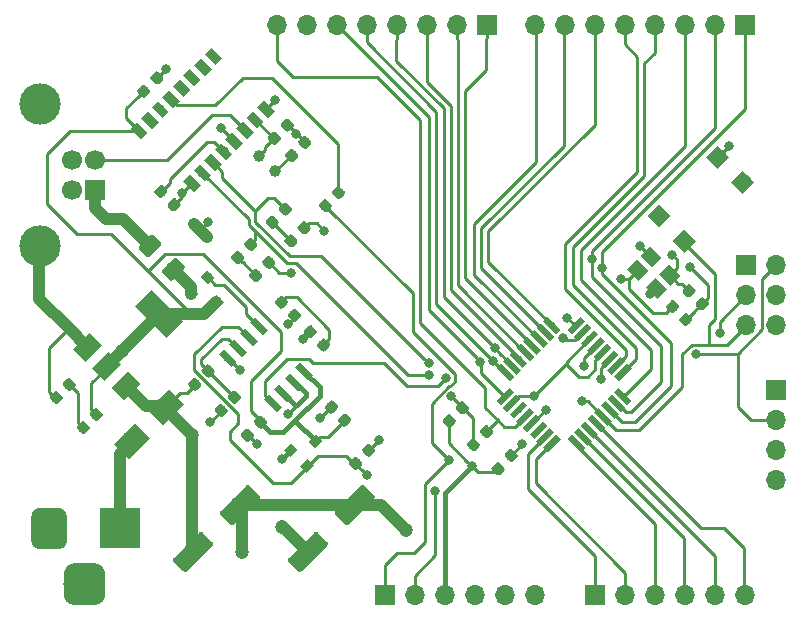
<source format=gbr>
G04 #@! TF.GenerationSoftware,KiCad,Pcbnew,(5.0.2)-1*
G04 #@! TF.CreationDate,2019-07-21T18:19:00-05:00*
G04 #@! TF.ProjectId,arduino_uno,61726475-696e-46f5-9f75-6e6f2e6b6963,rev?*
G04 #@! TF.SameCoordinates,Original*
G04 #@! TF.FileFunction,Copper,L1,Top*
G04 #@! TF.FilePolarity,Positive*
%FSLAX46Y46*%
G04 Gerber Fmt 4.6, Leading zero omitted, Abs format (unit mm)*
G04 Created by KiCad (PCBNEW (5.0.2)-1) date 7/21/2019 6:19:00 PM*
%MOMM*%
%LPD*%
G01*
G04 APERTURE LIST*
G04 #@! TA.AperFunction,SMDPad,CuDef*
%ADD10C,0.600000*%
G04 #@! TD*
G04 #@! TA.AperFunction,Conductor*
%ADD11C,0.100000*%
G04 #@! TD*
G04 #@! TA.AperFunction,SMDPad,CuDef*
%ADD12C,0.800000*%
G04 #@! TD*
G04 #@! TA.AperFunction,SMDPad,CuDef*
%ADD13C,1.600000*%
G04 #@! TD*
G04 #@! TA.AperFunction,SMDPad,CuDef*
%ADD14C,0.875000*%
G04 #@! TD*
G04 #@! TA.AperFunction,SMDPad,CuDef*
%ADD15C,1.800000*%
G04 #@! TD*
G04 #@! TA.AperFunction,SMDPad,CuDef*
%ADD16C,1.250000*%
G04 #@! TD*
G04 #@! TA.AperFunction,ComponentPad*
%ADD17C,3.500000*%
G04 #@! TD*
G04 #@! TA.AperFunction,ComponentPad*
%ADD18C,3.000000*%
G04 #@! TD*
G04 #@! TA.AperFunction,ComponentPad*
%ADD19R,3.500000X3.500000*%
G04 #@! TD*
G04 #@! TA.AperFunction,ComponentPad*
%ADD20R,1.700000X1.700000*%
G04 #@! TD*
G04 #@! TA.AperFunction,ComponentPad*
%ADD21O,1.700000X1.700000*%
G04 #@! TD*
G04 #@! TA.AperFunction,ComponentPad*
%ADD22C,1.700000*%
G04 #@! TD*
G04 #@! TA.AperFunction,SMDPad,CuDef*
%ADD23C,1.400000*%
G04 #@! TD*
G04 #@! TA.AperFunction,SMDPad,CuDef*
%ADD24C,2.000000*%
G04 #@! TD*
G04 #@! TA.AperFunction,SMDPad,CuDef*
%ADD25C,1.500000*%
G04 #@! TD*
G04 #@! TA.AperFunction,SMDPad,CuDef*
%ADD26C,0.550000*%
G04 #@! TD*
G04 #@! TA.AperFunction,ComponentPad*
%ADD27C,1.000000*%
G04 #@! TD*
G04 #@! TA.AperFunction,SMDPad,CuDef*
%ADD28C,1.000000*%
G04 #@! TD*
G04 #@! TA.AperFunction,Conductor*
%ADD29C,1.000000*%
G04 #@! TD*
G04 #@! TA.AperFunction,SMDPad,CuDef*
%ADD30C,1.150000*%
G04 #@! TD*
G04 #@! TA.AperFunction,ViaPad*
%ADD31C,0.800000*%
G04 #@! TD*
G04 #@! TA.AperFunction,ViaPad*
%ADD32C,1.200000*%
G04 #@! TD*
G04 #@! TA.AperFunction,Conductor*
%ADD33C,0.250000*%
G04 #@! TD*
G04 #@! TA.AperFunction,Conductor*
%ADD34C,0.400000*%
G04 #@! TD*
G04 APERTURE END LIST*
D10*
G04 #@! TO.P,U3,1*
G04 #@! TO.N,Net-(Q1-Pad1)*
X139201350Y-98089773D03*
D11*
G04 #@! TD*
G04 #@! TO.N,Net-(Q1-Pad1)*
G04 #@! TO.C,U3*
G36*
X138441210Y-97753897D02*
X138865474Y-97329633D01*
X139961490Y-98425649D01*
X139537226Y-98849913D01*
X138441210Y-97753897D01*
X138441210Y-97753897D01*
G37*
D10*
G04 #@! TO.P,U3,2*
G04 #@! TO.N,3V3*
X138303324Y-98987799D03*
D11*
G04 #@! TD*
G04 #@! TO.N,3V3*
G04 #@! TO.C,U3*
G36*
X137543184Y-98651923D02*
X137967448Y-98227659D01*
X139063464Y-99323675D01*
X138639200Y-99747939D01*
X137543184Y-98651923D01*
X137543184Y-98651923D01*
G37*
D10*
G04 #@! TO.P,U3,3*
G04 #@! TO.N,Net-(R5-Pad1)*
X137405299Y-99885824D03*
D11*
G04 #@! TD*
G04 #@! TO.N,Net-(R5-Pad1)*
G04 #@! TO.C,U3*
G36*
X136645159Y-99549948D02*
X137069423Y-99125684D01*
X138165439Y-100221700D01*
X137741175Y-100645964D01*
X136645159Y-99549948D01*
X136645159Y-99549948D01*
G37*
D10*
G04 #@! TO.P,U3,4*
G04 #@! TO.N,GND*
X136507273Y-100783850D03*
D11*
G04 #@! TD*
G04 #@! TO.N,GND*
G04 #@! TO.C,U3*
G36*
X135747133Y-100447974D02*
X136171397Y-100023710D01*
X137267413Y-101119726D01*
X136843149Y-101543990D01*
X135747133Y-100447974D01*
X135747133Y-100447974D01*
G37*
D10*
G04 #@! TO.P,U3,5*
G04 #@! TO.N,/D13*
X140325650Y-104602227D03*
D11*
G04 #@! TD*
G04 #@! TO.N,/D13*
G04 #@! TO.C,U3*
G36*
X139565510Y-104266351D02*
X139989774Y-103842087D01*
X141085790Y-104938103D01*
X140661526Y-105362367D01*
X139565510Y-104266351D01*
X139565510Y-104266351D01*
G37*
D10*
G04 #@! TO.P,U3,6*
G04 #@! TO.N,Net-(R4-Pad2)*
X141223676Y-103704201D03*
D11*
G04 #@! TD*
G04 #@! TO.N,Net-(R4-Pad2)*
G04 #@! TO.C,U3*
G36*
X140463536Y-103368325D02*
X140887800Y-102944061D01*
X141983816Y-104040077D01*
X141559552Y-104464341D01*
X140463536Y-103368325D01*
X140463536Y-103368325D01*
G37*
D10*
G04 #@! TO.P,U3,7*
G04 #@! TO.N,Net-(R4-Pad2)*
X142121701Y-102806176D03*
D11*
G04 #@! TD*
G04 #@! TO.N,Net-(R4-Pad2)*
G04 #@! TO.C,U3*
G36*
X141361561Y-102470300D02*
X141785825Y-102046036D01*
X142881841Y-103142052D01*
X142457577Y-103566316D01*
X141361561Y-102470300D01*
X141361561Y-102470300D01*
G37*
D10*
G04 #@! TO.P,U3,8*
G04 #@! TO.N,5V*
X143019727Y-101908150D03*
D11*
G04 #@! TD*
G04 #@! TO.N,5V*
G04 #@! TO.C,U3*
G36*
X142259587Y-101572274D02*
X142683851Y-101148010D01*
X143779867Y-102244026D01*
X143355603Y-102668290D01*
X142259587Y-101572274D01*
X142259587Y-101572274D01*
G37*
D12*
G04 #@! TO.P,U5,1*
G04 #@! TO.N,GND*
X133480761Y-85974012D03*
D11*
G04 #@! TD*
G04 #@! TO.N,GND*
G04 #@! TO.C,U5*
G36*
X134223223Y-86150789D02*
X133657538Y-86716474D01*
X132738299Y-85797235D01*
X133303984Y-85231550D01*
X134223223Y-86150789D01*
X134223223Y-86150789D01*
G37*
D12*
G04 #@! TO.P,U5,2*
G04 #@! TO.N,/RX*
X134385858Y-85068915D03*
D11*
G04 #@! TD*
G04 #@! TO.N,/RX*
G04 #@! TO.C,U5*
G36*
X135128320Y-85245692D02*
X134562635Y-85811377D01*
X133643396Y-84892138D01*
X134209081Y-84326453D01*
X135128320Y-85245692D01*
X135128320Y-85245692D01*
G37*
D12*
G04 #@! TO.P,U5,3*
G04 #@! TO.N,/TX*
X135276812Y-84177960D03*
D11*
G04 #@! TD*
G04 #@! TO.N,/TX*
G04 #@! TO.C,U5*
G36*
X136019274Y-84354737D02*
X135453589Y-84920422D01*
X134534350Y-84001183D01*
X135100035Y-83435498D01*
X136019274Y-84354737D01*
X136019274Y-84354737D01*
G37*
D12*
G04 #@! TO.P,U5,4*
G04 #@! TO.N,Net-(C8-Pad1)*
X136174838Y-83279935D03*
D11*
G04 #@! TD*
G04 #@! TO.N,Net-(C8-Pad1)*
G04 #@! TO.C,U5*
G36*
X136917300Y-83456712D02*
X136351615Y-84022397D01*
X135432376Y-83103158D01*
X135998061Y-82537473D01*
X136917300Y-83456712D01*
X136917300Y-83456712D01*
G37*
D12*
G04 #@! TO.P,U5,5*
G04 #@! TO.N,Net-(J8-Pad3)*
X137079935Y-82374838D03*
D11*
G04 #@! TD*
G04 #@! TO.N,Net-(J8-Pad3)*
G04 #@! TO.C,U5*
G36*
X137822397Y-82551615D02*
X137256712Y-83117300D01*
X136337473Y-82198061D01*
X136903158Y-81632376D01*
X137822397Y-82551615D01*
X137822397Y-82551615D01*
G37*
D12*
G04 #@! TO.P,U5,6*
G04 #@! TO.N,Net-(J8-Pad2)*
X137977960Y-81476812D03*
D11*
G04 #@! TD*
G04 #@! TO.N,Net-(J8-Pad2)*
G04 #@! TO.C,U5*
G36*
X138720422Y-81653589D02*
X138154737Y-82219274D01*
X137235498Y-81300035D01*
X137801183Y-80734350D01*
X138720422Y-81653589D01*
X138720422Y-81653589D01*
G37*
D12*
G04 #@! TO.P,U5,7*
G04 #@! TO.N,Net-(C11-Pad1)*
X138868915Y-80585858D03*
D11*
G04 #@! TD*
G04 #@! TO.N,Net-(C11-Pad1)*
G04 #@! TO.C,U5*
G36*
X139611377Y-80762635D02*
X139045692Y-81328320D01*
X138126453Y-80409081D01*
X138692138Y-79843396D01*
X139611377Y-80762635D01*
X139611377Y-80762635D01*
G37*
D12*
G04 #@! TO.P,U5,8*
G04 #@! TO.N,Net-(C12-Pad1)*
X139774012Y-79680761D03*
D11*
G04 #@! TD*
G04 #@! TO.N,Net-(C12-Pad1)*
G04 #@! TO.C,U5*
G36*
X140516474Y-79857538D02*
X139950789Y-80423223D01*
X139031550Y-79503984D01*
X139597235Y-78938299D01*
X140516474Y-79857538D01*
X140516474Y-79857538D01*
G37*
D12*
G04 #@! TO.P,U5,9*
G04 #@! TO.N,Net-(U5-Pad9)*
X135319239Y-75225988D03*
D11*
G04 #@! TD*
G04 #@! TO.N,Net-(U5-Pad9)*
G04 #@! TO.C,U5*
G36*
X136061701Y-75402765D02*
X135496016Y-75968450D01*
X134576777Y-75049211D01*
X135142462Y-74483526D01*
X136061701Y-75402765D01*
X136061701Y-75402765D01*
G37*
D12*
G04 #@! TO.P,U5,10*
G04 #@! TO.N,Net-(U5-Pad10)*
X134414142Y-76131085D03*
D11*
G04 #@! TD*
G04 #@! TO.N,Net-(U5-Pad10)*
G04 #@! TO.C,U5*
G36*
X135156604Y-76307862D02*
X134590919Y-76873547D01*
X133671680Y-75954308D01*
X134237365Y-75388623D01*
X135156604Y-76307862D01*
X135156604Y-76307862D01*
G37*
D12*
G04 #@! TO.P,U5,11*
G04 #@! TO.N,Net-(U5-Pad11)*
X133523188Y-77022040D03*
D11*
G04 #@! TD*
G04 #@! TO.N,Net-(U5-Pad11)*
G04 #@! TO.C,U5*
G36*
X134265650Y-77198817D02*
X133699965Y-77764502D01*
X132780726Y-76845263D01*
X133346411Y-76279578D01*
X134265650Y-77198817D01*
X134265650Y-77198817D01*
G37*
D12*
G04 #@! TO.P,U5,12*
G04 #@! TO.N,Net-(U5-Pad12)*
X132625162Y-77920065D03*
D11*
G04 #@! TD*
G04 #@! TO.N,Net-(U5-Pad12)*
G04 #@! TO.C,U5*
G36*
X133367624Y-78096842D02*
X132801939Y-78662527D01*
X131882700Y-77743288D01*
X132448385Y-77177603D01*
X133367624Y-78096842D01*
X133367624Y-78096842D01*
G37*
D12*
G04 #@! TO.P,U5,13*
G04 #@! TO.N,Net-(C10-Pad2)*
X131720065Y-78825162D03*
D11*
G04 #@! TD*
G04 #@! TO.N,Net-(C10-Pad2)*
G04 #@! TO.C,U5*
G36*
X132462527Y-79001939D02*
X131896842Y-79567624D01*
X130977603Y-78648385D01*
X131543288Y-78082700D01*
X132462527Y-79001939D01*
X132462527Y-79001939D01*
G37*
D12*
G04 #@! TO.P,U5,14*
G04 #@! TO.N,Net-(U5-Pad14)*
X130822040Y-79723188D03*
D11*
G04 #@! TD*
G04 #@! TO.N,Net-(U5-Pad14)*
G04 #@! TO.C,U5*
G36*
X131564502Y-79899965D02*
X130998817Y-80465650D01*
X130079578Y-79546411D01*
X130645263Y-78980726D01*
X131564502Y-79899965D01*
X131564502Y-79899965D01*
G37*
D12*
G04 #@! TO.P,U5,15*
G04 #@! TO.N,Net-(U5-Pad15)*
X129931085Y-80614142D03*
D11*
G04 #@! TD*
G04 #@! TO.N,Net-(U5-Pad15)*
G04 #@! TO.C,U5*
G36*
X130673547Y-80790919D02*
X130107862Y-81356604D01*
X129188623Y-80437365D01*
X129754308Y-79871680D01*
X130673547Y-80790919D01*
X130673547Y-80790919D01*
G37*
D12*
G04 #@! TO.P,U5,16*
G04 #@! TO.N,5V*
X129025988Y-81519239D03*
D11*
G04 #@! TD*
G04 #@! TO.N,5V*
G04 #@! TO.C,U5*
G36*
X129768450Y-81696016D02*
X129202765Y-82261701D01*
X128283526Y-81342462D01*
X128849211Y-80776777D01*
X129768450Y-81696016D01*
X129768450Y-81696016D01*
G37*
G04 #@! TO.N,GND*
G04 #@! TO.C,C1*
G36*
X138248654Y-111510736D02*
X138272923Y-111514336D01*
X138296721Y-111520297D01*
X138319821Y-111528562D01*
X138341999Y-111539052D01*
X138363043Y-111551665D01*
X138382748Y-111566279D01*
X138400927Y-111582755D01*
X139178745Y-112360573D01*
X139195221Y-112378752D01*
X139209835Y-112398457D01*
X139222448Y-112419501D01*
X139232938Y-112441679D01*
X139241203Y-112464779D01*
X139247164Y-112488577D01*
X139250764Y-112512846D01*
X139251968Y-112537350D01*
X139250764Y-112561854D01*
X139247164Y-112586123D01*
X139241203Y-112609921D01*
X139232938Y-112633021D01*
X139222448Y-112655199D01*
X139209835Y-112676243D01*
X139195221Y-112695948D01*
X139178745Y-112714127D01*
X137057425Y-114835447D01*
X137039246Y-114851923D01*
X137019541Y-114866537D01*
X136998497Y-114879150D01*
X136976319Y-114889640D01*
X136953219Y-114897905D01*
X136929421Y-114903866D01*
X136905152Y-114907466D01*
X136880648Y-114908670D01*
X136856144Y-114907466D01*
X136831875Y-114903866D01*
X136808077Y-114897905D01*
X136784977Y-114889640D01*
X136762799Y-114879150D01*
X136741755Y-114866537D01*
X136722050Y-114851923D01*
X136703871Y-114835447D01*
X135926053Y-114057629D01*
X135909577Y-114039450D01*
X135894963Y-114019745D01*
X135882350Y-113998701D01*
X135871860Y-113976523D01*
X135863595Y-113953423D01*
X135857634Y-113929625D01*
X135854034Y-113905356D01*
X135852830Y-113880852D01*
X135854034Y-113856348D01*
X135857634Y-113832079D01*
X135863595Y-113808281D01*
X135871860Y-113785181D01*
X135882350Y-113763003D01*
X135894963Y-113741959D01*
X135909577Y-113722254D01*
X135926053Y-113704075D01*
X138047373Y-111582755D01*
X138065552Y-111566279D01*
X138085257Y-111551665D01*
X138106301Y-111539052D01*
X138128479Y-111528562D01*
X138151579Y-111520297D01*
X138175377Y-111514336D01*
X138199646Y-111510736D01*
X138224150Y-111509532D01*
X138248654Y-111510736D01*
X138248654Y-111510736D01*
G37*
D13*
G04 #@! TD*
G04 #@! TO.P,C1,2*
G04 #@! TO.N,GND*
X137552399Y-113209101D03*
D11*
G04 #@! TO.N,RAW*
G04 #@! TO.C,C1*
G36*
X134288856Y-115470534D02*
X134313125Y-115474134D01*
X134336923Y-115480095D01*
X134360023Y-115488360D01*
X134382201Y-115498850D01*
X134403245Y-115511463D01*
X134422950Y-115526077D01*
X134441129Y-115542553D01*
X135218947Y-116320371D01*
X135235423Y-116338550D01*
X135250037Y-116358255D01*
X135262650Y-116379299D01*
X135273140Y-116401477D01*
X135281405Y-116424577D01*
X135287366Y-116448375D01*
X135290966Y-116472644D01*
X135292170Y-116497148D01*
X135290966Y-116521652D01*
X135287366Y-116545921D01*
X135281405Y-116569719D01*
X135273140Y-116592819D01*
X135262650Y-116614997D01*
X135250037Y-116636041D01*
X135235423Y-116655746D01*
X135218947Y-116673925D01*
X133097627Y-118795245D01*
X133079448Y-118811721D01*
X133059743Y-118826335D01*
X133038699Y-118838948D01*
X133016521Y-118849438D01*
X132993421Y-118857703D01*
X132969623Y-118863664D01*
X132945354Y-118867264D01*
X132920850Y-118868468D01*
X132896346Y-118867264D01*
X132872077Y-118863664D01*
X132848279Y-118857703D01*
X132825179Y-118849438D01*
X132803001Y-118838948D01*
X132781957Y-118826335D01*
X132762252Y-118811721D01*
X132744073Y-118795245D01*
X131966255Y-118017427D01*
X131949779Y-117999248D01*
X131935165Y-117979543D01*
X131922552Y-117958499D01*
X131912062Y-117936321D01*
X131903797Y-117913221D01*
X131897836Y-117889423D01*
X131894236Y-117865154D01*
X131893032Y-117840650D01*
X131894236Y-117816146D01*
X131897836Y-117791877D01*
X131903797Y-117768079D01*
X131912062Y-117744979D01*
X131922552Y-117722801D01*
X131935165Y-117701757D01*
X131949779Y-117682052D01*
X131966255Y-117663873D01*
X134087575Y-115542553D01*
X134105754Y-115526077D01*
X134125459Y-115511463D01*
X134146503Y-115498850D01*
X134168681Y-115488360D01*
X134191781Y-115480095D01*
X134215579Y-115474134D01*
X134239848Y-115470534D01*
X134264352Y-115469330D01*
X134288856Y-115470534D01*
X134288856Y-115470534D01*
G37*
D13*
G04 #@! TD*
G04 #@! TO.P,C1,1*
G04 #@! TO.N,RAW*
X133592601Y-117168899D03*
D11*
G04 #@! TO.N,5V*
G04 #@! TO.C,C2*
G36*
X144004356Y-115470534D02*
X144028625Y-115474134D01*
X144052423Y-115480095D01*
X144075523Y-115488360D01*
X144097701Y-115498850D01*
X144118745Y-115511463D01*
X144138450Y-115526077D01*
X144156629Y-115542553D01*
X144934447Y-116320371D01*
X144950923Y-116338550D01*
X144965537Y-116358255D01*
X144978150Y-116379299D01*
X144988640Y-116401477D01*
X144996905Y-116424577D01*
X145002866Y-116448375D01*
X145006466Y-116472644D01*
X145007670Y-116497148D01*
X145006466Y-116521652D01*
X145002866Y-116545921D01*
X144996905Y-116569719D01*
X144988640Y-116592819D01*
X144978150Y-116614997D01*
X144965537Y-116636041D01*
X144950923Y-116655746D01*
X144934447Y-116673925D01*
X142813127Y-118795245D01*
X142794948Y-118811721D01*
X142775243Y-118826335D01*
X142754199Y-118838948D01*
X142732021Y-118849438D01*
X142708921Y-118857703D01*
X142685123Y-118863664D01*
X142660854Y-118867264D01*
X142636350Y-118868468D01*
X142611846Y-118867264D01*
X142587577Y-118863664D01*
X142563779Y-118857703D01*
X142540679Y-118849438D01*
X142518501Y-118838948D01*
X142497457Y-118826335D01*
X142477752Y-118811721D01*
X142459573Y-118795245D01*
X141681755Y-118017427D01*
X141665279Y-117999248D01*
X141650665Y-117979543D01*
X141638052Y-117958499D01*
X141627562Y-117936321D01*
X141619297Y-117913221D01*
X141613336Y-117889423D01*
X141609736Y-117865154D01*
X141608532Y-117840650D01*
X141609736Y-117816146D01*
X141613336Y-117791877D01*
X141619297Y-117768079D01*
X141627562Y-117744979D01*
X141638052Y-117722801D01*
X141650665Y-117701757D01*
X141665279Y-117682052D01*
X141681755Y-117663873D01*
X143803075Y-115542553D01*
X143821254Y-115526077D01*
X143840959Y-115511463D01*
X143862003Y-115498850D01*
X143884181Y-115488360D01*
X143907281Y-115480095D01*
X143931079Y-115474134D01*
X143955348Y-115470534D01*
X143979852Y-115469330D01*
X144004356Y-115470534D01*
X144004356Y-115470534D01*
G37*
D13*
G04 #@! TD*
G04 #@! TO.P,C2,1*
G04 #@! TO.N,5V*
X143308101Y-117168899D03*
D11*
G04 #@! TO.N,GND*
G04 #@! TO.C,C2*
G36*
X147964154Y-111510736D02*
X147988423Y-111514336D01*
X148012221Y-111520297D01*
X148035321Y-111528562D01*
X148057499Y-111539052D01*
X148078543Y-111551665D01*
X148098248Y-111566279D01*
X148116427Y-111582755D01*
X148894245Y-112360573D01*
X148910721Y-112378752D01*
X148925335Y-112398457D01*
X148937948Y-112419501D01*
X148948438Y-112441679D01*
X148956703Y-112464779D01*
X148962664Y-112488577D01*
X148966264Y-112512846D01*
X148967468Y-112537350D01*
X148966264Y-112561854D01*
X148962664Y-112586123D01*
X148956703Y-112609921D01*
X148948438Y-112633021D01*
X148937948Y-112655199D01*
X148925335Y-112676243D01*
X148910721Y-112695948D01*
X148894245Y-112714127D01*
X146772925Y-114835447D01*
X146754746Y-114851923D01*
X146735041Y-114866537D01*
X146713997Y-114879150D01*
X146691819Y-114889640D01*
X146668719Y-114897905D01*
X146644921Y-114903866D01*
X146620652Y-114907466D01*
X146596148Y-114908670D01*
X146571644Y-114907466D01*
X146547375Y-114903866D01*
X146523577Y-114897905D01*
X146500477Y-114889640D01*
X146478299Y-114879150D01*
X146457255Y-114866537D01*
X146437550Y-114851923D01*
X146419371Y-114835447D01*
X145641553Y-114057629D01*
X145625077Y-114039450D01*
X145610463Y-114019745D01*
X145597850Y-113998701D01*
X145587360Y-113976523D01*
X145579095Y-113953423D01*
X145573134Y-113929625D01*
X145569534Y-113905356D01*
X145568330Y-113880852D01*
X145569534Y-113856348D01*
X145573134Y-113832079D01*
X145579095Y-113808281D01*
X145587360Y-113785181D01*
X145597850Y-113763003D01*
X145610463Y-113741959D01*
X145625077Y-113722254D01*
X145641553Y-113704075D01*
X147762873Y-111582755D01*
X147781052Y-111566279D01*
X147800757Y-111551665D01*
X147821801Y-111539052D01*
X147843979Y-111528562D01*
X147867079Y-111520297D01*
X147890877Y-111514336D01*
X147915146Y-111510736D01*
X147939650Y-111509532D01*
X147964154Y-111510736D01*
X147964154Y-111510736D01*
G37*
D13*
G04 #@! TD*
G04 #@! TO.P,C2,2*
G04 #@! TO.N,GND*
X147267899Y-113209101D03*
D11*
G04 #@! TO.N,GND*
G04 #@! TO.C,C3*
G36*
X145350611Y-104363080D02*
X145371846Y-104366230D01*
X145392670Y-104371446D01*
X145412882Y-104378678D01*
X145432288Y-104387857D01*
X145450701Y-104398893D01*
X145467944Y-104411681D01*
X145483850Y-104426097D01*
X145793209Y-104735456D01*
X145807625Y-104751362D01*
X145820413Y-104768605D01*
X145831449Y-104787018D01*
X145840628Y-104806424D01*
X145847860Y-104826636D01*
X145853076Y-104847460D01*
X145856226Y-104868695D01*
X145857279Y-104890136D01*
X145856226Y-104911577D01*
X145853076Y-104932812D01*
X145847860Y-104953636D01*
X145840628Y-104973848D01*
X145831449Y-104993254D01*
X145820413Y-105011667D01*
X145807625Y-105028910D01*
X145793209Y-105044816D01*
X145430816Y-105407209D01*
X145414910Y-105421625D01*
X145397667Y-105434413D01*
X145379254Y-105445449D01*
X145359848Y-105454628D01*
X145339636Y-105461860D01*
X145318812Y-105467076D01*
X145297577Y-105470226D01*
X145276136Y-105471279D01*
X145254695Y-105470226D01*
X145233460Y-105467076D01*
X145212636Y-105461860D01*
X145192424Y-105454628D01*
X145173018Y-105445449D01*
X145154605Y-105434413D01*
X145137362Y-105421625D01*
X145121456Y-105407209D01*
X144812097Y-105097850D01*
X144797681Y-105081944D01*
X144784893Y-105064701D01*
X144773857Y-105046288D01*
X144764678Y-105026882D01*
X144757446Y-105006670D01*
X144752230Y-104985846D01*
X144749080Y-104964611D01*
X144748027Y-104943170D01*
X144749080Y-104921729D01*
X144752230Y-104900494D01*
X144757446Y-104879670D01*
X144764678Y-104859458D01*
X144773857Y-104840052D01*
X144784893Y-104821639D01*
X144797681Y-104804396D01*
X144812097Y-104788490D01*
X145174490Y-104426097D01*
X145190396Y-104411681D01*
X145207639Y-104398893D01*
X145226052Y-104387857D01*
X145245458Y-104378678D01*
X145265670Y-104371446D01*
X145286494Y-104366230D01*
X145307729Y-104363080D01*
X145329170Y-104362027D01*
X145350611Y-104363080D01*
X145350611Y-104363080D01*
G37*
D14*
G04 #@! TD*
G04 #@! TO.P,C3,2*
G04 #@! TO.N,GND*
X145302653Y-104916653D03*
D11*
G04 #@! TO.N,5V*
G04 #@! TO.C,C3*
G36*
X146464305Y-105476774D02*
X146485540Y-105479924D01*
X146506364Y-105485140D01*
X146526576Y-105492372D01*
X146545982Y-105501551D01*
X146564395Y-105512587D01*
X146581638Y-105525375D01*
X146597544Y-105539791D01*
X146906903Y-105849150D01*
X146921319Y-105865056D01*
X146934107Y-105882299D01*
X146945143Y-105900712D01*
X146954322Y-105920118D01*
X146961554Y-105940330D01*
X146966770Y-105961154D01*
X146969920Y-105982389D01*
X146970973Y-106003830D01*
X146969920Y-106025271D01*
X146966770Y-106046506D01*
X146961554Y-106067330D01*
X146954322Y-106087542D01*
X146945143Y-106106948D01*
X146934107Y-106125361D01*
X146921319Y-106142604D01*
X146906903Y-106158510D01*
X146544510Y-106520903D01*
X146528604Y-106535319D01*
X146511361Y-106548107D01*
X146492948Y-106559143D01*
X146473542Y-106568322D01*
X146453330Y-106575554D01*
X146432506Y-106580770D01*
X146411271Y-106583920D01*
X146389830Y-106584973D01*
X146368389Y-106583920D01*
X146347154Y-106580770D01*
X146326330Y-106575554D01*
X146306118Y-106568322D01*
X146286712Y-106559143D01*
X146268299Y-106548107D01*
X146251056Y-106535319D01*
X146235150Y-106520903D01*
X145925791Y-106211544D01*
X145911375Y-106195638D01*
X145898587Y-106178395D01*
X145887551Y-106159982D01*
X145878372Y-106140576D01*
X145871140Y-106120364D01*
X145865924Y-106099540D01*
X145862774Y-106078305D01*
X145861721Y-106056864D01*
X145862774Y-106035423D01*
X145865924Y-106014188D01*
X145871140Y-105993364D01*
X145878372Y-105973152D01*
X145887551Y-105953746D01*
X145898587Y-105935333D01*
X145911375Y-105918090D01*
X145925791Y-105902184D01*
X146288184Y-105539791D01*
X146304090Y-105525375D01*
X146321333Y-105512587D01*
X146339746Y-105501551D01*
X146359152Y-105492372D01*
X146379364Y-105485140D01*
X146400188Y-105479924D01*
X146421423Y-105476774D01*
X146442864Y-105475721D01*
X146464305Y-105476774D01*
X146464305Y-105476774D01*
G37*
D14*
G04 #@! TD*
G04 #@! TO.P,C3,1*
G04 #@! TO.N,5V*
X146416347Y-106030347D03*
D11*
G04 #@! TO.N,GND*
G04 #@! TO.C,C4*
G36*
X148457924Y-108031427D02*
X148479159Y-108034577D01*
X148499983Y-108039793D01*
X148520195Y-108047025D01*
X148539601Y-108056204D01*
X148558014Y-108067240D01*
X148575257Y-108080028D01*
X148591163Y-108094444D01*
X148953556Y-108456837D01*
X148967972Y-108472743D01*
X148980760Y-108489986D01*
X148991796Y-108508399D01*
X149000975Y-108527805D01*
X149008207Y-108548017D01*
X149013423Y-108568841D01*
X149016573Y-108590076D01*
X149017626Y-108611517D01*
X149016573Y-108632958D01*
X149013423Y-108654193D01*
X149008207Y-108675017D01*
X149000975Y-108695229D01*
X148991796Y-108714635D01*
X148980760Y-108733048D01*
X148967972Y-108750291D01*
X148953556Y-108766197D01*
X148644197Y-109075556D01*
X148628291Y-109089972D01*
X148611048Y-109102760D01*
X148592635Y-109113796D01*
X148573229Y-109122975D01*
X148553017Y-109130207D01*
X148532193Y-109135423D01*
X148510958Y-109138573D01*
X148489517Y-109139626D01*
X148468076Y-109138573D01*
X148446841Y-109135423D01*
X148426017Y-109130207D01*
X148405805Y-109122975D01*
X148386399Y-109113796D01*
X148367986Y-109102760D01*
X148350743Y-109089972D01*
X148334837Y-109075556D01*
X147972444Y-108713163D01*
X147958028Y-108697257D01*
X147945240Y-108680014D01*
X147934204Y-108661601D01*
X147925025Y-108642195D01*
X147917793Y-108621983D01*
X147912577Y-108601159D01*
X147909427Y-108579924D01*
X147908374Y-108558483D01*
X147909427Y-108537042D01*
X147912577Y-108515807D01*
X147917793Y-108494983D01*
X147925025Y-108474771D01*
X147934204Y-108455365D01*
X147945240Y-108436952D01*
X147958028Y-108419709D01*
X147972444Y-108403803D01*
X148281803Y-108094444D01*
X148297709Y-108080028D01*
X148314952Y-108067240D01*
X148333365Y-108056204D01*
X148352771Y-108047025D01*
X148372983Y-108039793D01*
X148393807Y-108034577D01*
X148415042Y-108031427D01*
X148436483Y-108030374D01*
X148457924Y-108031427D01*
X148457924Y-108031427D01*
G37*
D14*
G04 #@! TD*
G04 #@! TO.P,C4,2*
G04 #@! TO.N,GND*
X148463000Y-108585000D03*
D11*
G04 #@! TO.N,3V3*
G04 #@! TO.C,C4*
G36*
X147344230Y-109145121D02*
X147365465Y-109148271D01*
X147386289Y-109153487D01*
X147406501Y-109160719D01*
X147425907Y-109169898D01*
X147444320Y-109180934D01*
X147461563Y-109193722D01*
X147477469Y-109208138D01*
X147839862Y-109570531D01*
X147854278Y-109586437D01*
X147867066Y-109603680D01*
X147878102Y-109622093D01*
X147887281Y-109641499D01*
X147894513Y-109661711D01*
X147899729Y-109682535D01*
X147902879Y-109703770D01*
X147903932Y-109725211D01*
X147902879Y-109746652D01*
X147899729Y-109767887D01*
X147894513Y-109788711D01*
X147887281Y-109808923D01*
X147878102Y-109828329D01*
X147867066Y-109846742D01*
X147854278Y-109863985D01*
X147839862Y-109879891D01*
X147530503Y-110189250D01*
X147514597Y-110203666D01*
X147497354Y-110216454D01*
X147478941Y-110227490D01*
X147459535Y-110236669D01*
X147439323Y-110243901D01*
X147418499Y-110249117D01*
X147397264Y-110252267D01*
X147375823Y-110253320D01*
X147354382Y-110252267D01*
X147333147Y-110249117D01*
X147312323Y-110243901D01*
X147292111Y-110236669D01*
X147272705Y-110227490D01*
X147254292Y-110216454D01*
X147237049Y-110203666D01*
X147221143Y-110189250D01*
X146858750Y-109826857D01*
X146844334Y-109810951D01*
X146831546Y-109793708D01*
X146820510Y-109775295D01*
X146811331Y-109755889D01*
X146804099Y-109735677D01*
X146798883Y-109714853D01*
X146795733Y-109693618D01*
X146794680Y-109672177D01*
X146795733Y-109650736D01*
X146798883Y-109629501D01*
X146804099Y-109608677D01*
X146811331Y-109588465D01*
X146820510Y-109569059D01*
X146831546Y-109550646D01*
X146844334Y-109533403D01*
X146858750Y-109517497D01*
X147168109Y-109208138D01*
X147184015Y-109193722D01*
X147201258Y-109180934D01*
X147219671Y-109169898D01*
X147239077Y-109160719D01*
X147259289Y-109153487D01*
X147280113Y-109148271D01*
X147301348Y-109145121D01*
X147322789Y-109144068D01*
X147344230Y-109145121D01*
X147344230Y-109145121D01*
G37*
D14*
G04 #@! TD*
G04 #@! TO.P,C4,1*
G04 #@! TO.N,3V3*
X147349306Y-109698694D03*
D11*
G04 #@! TO.N,GND*
G04 #@! TO.C,C5*
G36*
X156380771Y-104426580D02*
X156402006Y-104429730D01*
X156422830Y-104434946D01*
X156443042Y-104442178D01*
X156462448Y-104451357D01*
X156480861Y-104462393D01*
X156498104Y-104475181D01*
X156514010Y-104489597D01*
X156876403Y-104851990D01*
X156890819Y-104867896D01*
X156903607Y-104885139D01*
X156914643Y-104903552D01*
X156923822Y-104922958D01*
X156931054Y-104943170D01*
X156936270Y-104963994D01*
X156939420Y-104985229D01*
X156940473Y-105006670D01*
X156939420Y-105028111D01*
X156936270Y-105049346D01*
X156931054Y-105070170D01*
X156923822Y-105090382D01*
X156914643Y-105109788D01*
X156903607Y-105128201D01*
X156890819Y-105145444D01*
X156876403Y-105161350D01*
X156567044Y-105470709D01*
X156551138Y-105485125D01*
X156533895Y-105497913D01*
X156515482Y-105508949D01*
X156496076Y-105518128D01*
X156475864Y-105525360D01*
X156455040Y-105530576D01*
X156433805Y-105533726D01*
X156412364Y-105534779D01*
X156390923Y-105533726D01*
X156369688Y-105530576D01*
X156348864Y-105525360D01*
X156328652Y-105518128D01*
X156309246Y-105508949D01*
X156290833Y-105497913D01*
X156273590Y-105485125D01*
X156257684Y-105470709D01*
X155895291Y-105108316D01*
X155880875Y-105092410D01*
X155868087Y-105075167D01*
X155857051Y-105056754D01*
X155847872Y-105037348D01*
X155840640Y-105017136D01*
X155835424Y-104996312D01*
X155832274Y-104975077D01*
X155831221Y-104953636D01*
X155832274Y-104932195D01*
X155835424Y-104910960D01*
X155840640Y-104890136D01*
X155847872Y-104869924D01*
X155857051Y-104850518D01*
X155868087Y-104832105D01*
X155880875Y-104814862D01*
X155895291Y-104798956D01*
X156204650Y-104489597D01*
X156220556Y-104475181D01*
X156237799Y-104462393D01*
X156256212Y-104451357D01*
X156275618Y-104442178D01*
X156295830Y-104434946D01*
X156316654Y-104429730D01*
X156337889Y-104426580D01*
X156359330Y-104425527D01*
X156380771Y-104426580D01*
X156380771Y-104426580D01*
G37*
D14*
G04 #@! TD*
G04 #@! TO.P,C5,1*
G04 #@! TO.N,GND*
X156385847Y-104980153D03*
D11*
G04 #@! TO.N,5V*
G04 #@! TO.C,C5*
G36*
X155267077Y-105540274D02*
X155288312Y-105543424D01*
X155309136Y-105548640D01*
X155329348Y-105555872D01*
X155348754Y-105565051D01*
X155367167Y-105576087D01*
X155384410Y-105588875D01*
X155400316Y-105603291D01*
X155762709Y-105965684D01*
X155777125Y-105981590D01*
X155789913Y-105998833D01*
X155800949Y-106017246D01*
X155810128Y-106036652D01*
X155817360Y-106056864D01*
X155822576Y-106077688D01*
X155825726Y-106098923D01*
X155826779Y-106120364D01*
X155825726Y-106141805D01*
X155822576Y-106163040D01*
X155817360Y-106183864D01*
X155810128Y-106204076D01*
X155800949Y-106223482D01*
X155789913Y-106241895D01*
X155777125Y-106259138D01*
X155762709Y-106275044D01*
X155453350Y-106584403D01*
X155437444Y-106598819D01*
X155420201Y-106611607D01*
X155401788Y-106622643D01*
X155382382Y-106631822D01*
X155362170Y-106639054D01*
X155341346Y-106644270D01*
X155320111Y-106647420D01*
X155298670Y-106648473D01*
X155277229Y-106647420D01*
X155255994Y-106644270D01*
X155235170Y-106639054D01*
X155214958Y-106631822D01*
X155195552Y-106622643D01*
X155177139Y-106611607D01*
X155159896Y-106598819D01*
X155143990Y-106584403D01*
X154781597Y-106222010D01*
X154767181Y-106206104D01*
X154754393Y-106188861D01*
X154743357Y-106170448D01*
X154734178Y-106151042D01*
X154726946Y-106130830D01*
X154721730Y-106110006D01*
X154718580Y-106088771D01*
X154717527Y-106067330D01*
X154718580Y-106045889D01*
X154721730Y-106024654D01*
X154726946Y-106003830D01*
X154734178Y-105983618D01*
X154743357Y-105964212D01*
X154754393Y-105945799D01*
X154767181Y-105928556D01*
X154781597Y-105912650D01*
X155090956Y-105603291D01*
X155106862Y-105588875D01*
X155124105Y-105576087D01*
X155142518Y-105565051D01*
X155161924Y-105555872D01*
X155182136Y-105548640D01*
X155202960Y-105543424D01*
X155224195Y-105540274D01*
X155245636Y-105539221D01*
X155267077Y-105540274D01*
X155267077Y-105540274D01*
G37*
D14*
G04 #@! TD*
G04 #@! TO.P,C5,2*
G04 #@! TO.N,5V*
X155272153Y-106093847D03*
D11*
G04 #@! TO.N,5V*
G04 #@! TO.C,C6*
G36*
X139299271Y-105633080D02*
X139320506Y-105636230D01*
X139341330Y-105641446D01*
X139361542Y-105648678D01*
X139380948Y-105657857D01*
X139399361Y-105668893D01*
X139416604Y-105681681D01*
X139432510Y-105696097D01*
X139794903Y-106058490D01*
X139809319Y-106074396D01*
X139822107Y-106091639D01*
X139833143Y-106110052D01*
X139842322Y-106129458D01*
X139849554Y-106149670D01*
X139854770Y-106170494D01*
X139857920Y-106191729D01*
X139858973Y-106213170D01*
X139857920Y-106234611D01*
X139854770Y-106255846D01*
X139849554Y-106276670D01*
X139842322Y-106296882D01*
X139833143Y-106316288D01*
X139822107Y-106334701D01*
X139809319Y-106351944D01*
X139794903Y-106367850D01*
X139485544Y-106677209D01*
X139469638Y-106691625D01*
X139452395Y-106704413D01*
X139433982Y-106715449D01*
X139414576Y-106724628D01*
X139394364Y-106731860D01*
X139373540Y-106737076D01*
X139352305Y-106740226D01*
X139330864Y-106741279D01*
X139309423Y-106740226D01*
X139288188Y-106737076D01*
X139267364Y-106731860D01*
X139247152Y-106724628D01*
X139227746Y-106715449D01*
X139209333Y-106704413D01*
X139192090Y-106691625D01*
X139176184Y-106677209D01*
X138813791Y-106314816D01*
X138799375Y-106298910D01*
X138786587Y-106281667D01*
X138775551Y-106263254D01*
X138766372Y-106243848D01*
X138759140Y-106223636D01*
X138753924Y-106202812D01*
X138750774Y-106181577D01*
X138749721Y-106160136D01*
X138750774Y-106138695D01*
X138753924Y-106117460D01*
X138759140Y-106096636D01*
X138766372Y-106076424D01*
X138775551Y-106057018D01*
X138786587Y-106038605D01*
X138799375Y-106021362D01*
X138813791Y-106005456D01*
X139123150Y-105696097D01*
X139139056Y-105681681D01*
X139156299Y-105668893D01*
X139174712Y-105657857D01*
X139194118Y-105648678D01*
X139214330Y-105641446D01*
X139235154Y-105636230D01*
X139256389Y-105633080D01*
X139277830Y-105632027D01*
X139299271Y-105633080D01*
X139299271Y-105633080D01*
G37*
D14*
G04 #@! TD*
G04 #@! TO.P,C6,1*
G04 #@! TO.N,5V*
X139304347Y-106186653D03*
D11*
G04 #@! TO.N,GND*
G04 #@! TO.C,C6*
G36*
X138185577Y-106746774D02*
X138206812Y-106749924D01*
X138227636Y-106755140D01*
X138247848Y-106762372D01*
X138267254Y-106771551D01*
X138285667Y-106782587D01*
X138302910Y-106795375D01*
X138318816Y-106809791D01*
X138681209Y-107172184D01*
X138695625Y-107188090D01*
X138708413Y-107205333D01*
X138719449Y-107223746D01*
X138728628Y-107243152D01*
X138735860Y-107263364D01*
X138741076Y-107284188D01*
X138744226Y-107305423D01*
X138745279Y-107326864D01*
X138744226Y-107348305D01*
X138741076Y-107369540D01*
X138735860Y-107390364D01*
X138728628Y-107410576D01*
X138719449Y-107429982D01*
X138708413Y-107448395D01*
X138695625Y-107465638D01*
X138681209Y-107481544D01*
X138371850Y-107790903D01*
X138355944Y-107805319D01*
X138338701Y-107818107D01*
X138320288Y-107829143D01*
X138300882Y-107838322D01*
X138280670Y-107845554D01*
X138259846Y-107850770D01*
X138238611Y-107853920D01*
X138217170Y-107854973D01*
X138195729Y-107853920D01*
X138174494Y-107850770D01*
X138153670Y-107845554D01*
X138133458Y-107838322D01*
X138114052Y-107829143D01*
X138095639Y-107818107D01*
X138078396Y-107805319D01*
X138062490Y-107790903D01*
X137700097Y-107428510D01*
X137685681Y-107412604D01*
X137672893Y-107395361D01*
X137661857Y-107376948D01*
X137652678Y-107357542D01*
X137645446Y-107337330D01*
X137640230Y-107316506D01*
X137637080Y-107295271D01*
X137636027Y-107273830D01*
X137637080Y-107252389D01*
X137640230Y-107231154D01*
X137645446Y-107210330D01*
X137652678Y-107190118D01*
X137661857Y-107170712D01*
X137672893Y-107152299D01*
X137685681Y-107135056D01*
X137700097Y-107119150D01*
X138009456Y-106809791D01*
X138025362Y-106795375D01*
X138042605Y-106782587D01*
X138061018Y-106771551D01*
X138080424Y-106762372D01*
X138100636Y-106755140D01*
X138121460Y-106749924D01*
X138142695Y-106746774D01*
X138164136Y-106745721D01*
X138185577Y-106746774D01*
X138185577Y-106746774D01*
G37*
D14*
G04 #@! TD*
G04 #@! TO.P,C6,2*
G04 #@! TO.N,GND*
X138190653Y-107300347D03*
D11*
G04 #@! TO.N,AREF*
G04 #@! TO.C,C7*
G36*
X158427424Y-106443927D02*
X158448659Y-106447077D01*
X158469483Y-106452293D01*
X158489695Y-106459525D01*
X158509101Y-106468704D01*
X158527514Y-106479740D01*
X158544757Y-106492528D01*
X158560663Y-106506944D01*
X158923056Y-106869337D01*
X158937472Y-106885243D01*
X158950260Y-106902486D01*
X158961296Y-106920899D01*
X158970475Y-106940305D01*
X158977707Y-106960517D01*
X158982923Y-106981341D01*
X158986073Y-107002576D01*
X158987126Y-107024017D01*
X158986073Y-107045458D01*
X158982923Y-107066693D01*
X158977707Y-107087517D01*
X158970475Y-107107729D01*
X158961296Y-107127135D01*
X158950260Y-107145548D01*
X158937472Y-107162791D01*
X158923056Y-107178697D01*
X158613697Y-107488056D01*
X158597791Y-107502472D01*
X158580548Y-107515260D01*
X158562135Y-107526296D01*
X158542729Y-107535475D01*
X158522517Y-107542707D01*
X158501693Y-107547923D01*
X158480458Y-107551073D01*
X158459017Y-107552126D01*
X158437576Y-107551073D01*
X158416341Y-107547923D01*
X158395517Y-107542707D01*
X158375305Y-107535475D01*
X158355899Y-107526296D01*
X158337486Y-107515260D01*
X158320243Y-107502472D01*
X158304337Y-107488056D01*
X157941944Y-107125663D01*
X157927528Y-107109757D01*
X157914740Y-107092514D01*
X157903704Y-107074101D01*
X157894525Y-107054695D01*
X157887293Y-107034483D01*
X157882077Y-107013659D01*
X157878927Y-106992424D01*
X157877874Y-106970983D01*
X157878927Y-106949542D01*
X157882077Y-106928307D01*
X157887293Y-106907483D01*
X157894525Y-106887271D01*
X157903704Y-106867865D01*
X157914740Y-106849452D01*
X157927528Y-106832209D01*
X157941944Y-106816303D01*
X158251303Y-106506944D01*
X158267209Y-106492528D01*
X158284452Y-106479740D01*
X158302865Y-106468704D01*
X158322271Y-106459525D01*
X158342483Y-106452293D01*
X158363307Y-106447077D01*
X158384542Y-106443927D01*
X158405983Y-106442874D01*
X158427424Y-106443927D01*
X158427424Y-106443927D01*
G37*
D14*
G04 #@! TD*
G04 #@! TO.P,C7,1*
G04 #@! TO.N,AREF*
X158432500Y-106997500D03*
D11*
G04 #@! TO.N,GND*
G04 #@! TO.C,C7*
G36*
X157313730Y-107557621D02*
X157334965Y-107560771D01*
X157355789Y-107565987D01*
X157376001Y-107573219D01*
X157395407Y-107582398D01*
X157413820Y-107593434D01*
X157431063Y-107606222D01*
X157446969Y-107620638D01*
X157809362Y-107983031D01*
X157823778Y-107998937D01*
X157836566Y-108016180D01*
X157847602Y-108034593D01*
X157856781Y-108053999D01*
X157864013Y-108074211D01*
X157869229Y-108095035D01*
X157872379Y-108116270D01*
X157873432Y-108137711D01*
X157872379Y-108159152D01*
X157869229Y-108180387D01*
X157864013Y-108201211D01*
X157856781Y-108221423D01*
X157847602Y-108240829D01*
X157836566Y-108259242D01*
X157823778Y-108276485D01*
X157809362Y-108292391D01*
X157500003Y-108601750D01*
X157484097Y-108616166D01*
X157466854Y-108628954D01*
X157448441Y-108639990D01*
X157429035Y-108649169D01*
X157408823Y-108656401D01*
X157387999Y-108661617D01*
X157366764Y-108664767D01*
X157345323Y-108665820D01*
X157323882Y-108664767D01*
X157302647Y-108661617D01*
X157281823Y-108656401D01*
X157261611Y-108649169D01*
X157242205Y-108639990D01*
X157223792Y-108628954D01*
X157206549Y-108616166D01*
X157190643Y-108601750D01*
X156828250Y-108239357D01*
X156813834Y-108223451D01*
X156801046Y-108206208D01*
X156790010Y-108187795D01*
X156780831Y-108168389D01*
X156773599Y-108148177D01*
X156768383Y-108127353D01*
X156765233Y-108106118D01*
X156764180Y-108084677D01*
X156765233Y-108063236D01*
X156768383Y-108042001D01*
X156773599Y-108021177D01*
X156780831Y-108000965D01*
X156790010Y-107981559D01*
X156801046Y-107963146D01*
X156813834Y-107945903D01*
X156828250Y-107929997D01*
X157137609Y-107620638D01*
X157153515Y-107606222D01*
X157170758Y-107593434D01*
X157189171Y-107582398D01*
X157208577Y-107573219D01*
X157228789Y-107565987D01*
X157249613Y-107560771D01*
X157270848Y-107557621D01*
X157292289Y-107556568D01*
X157313730Y-107557621D01*
X157313730Y-107557621D01*
G37*
D14*
G04 #@! TD*
G04 #@! TO.P,C7,2*
G04 #@! TO.N,GND*
X157318806Y-108111194D03*
D11*
G04 #@! TO.N,GND*
G04 #@! TO.C,C8*
G36*
X132035152Y-87237621D02*
X132056387Y-87240771D01*
X132077211Y-87245987D01*
X132097423Y-87253219D01*
X132116829Y-87262398D01*
X132135242Y-87273434D01*
X132152485Y-87286222D01*
X132168391Y-87300638D01*
X132477750Y-87609997D01*
X132492166Y-87625903D01*
X132504954Y-87643146D01*
X132515990Y-87661559D01*
X132525169Y-87680965D01*
X132532401Y-87701177D01*
X132537617Y-87722001D01*
X132540767Y-87743236D01*
X132541820Y-87764677D01*
X132540767Y-87786118D01*
X132537617Y-87807353D01*
X132532401Y-87828177D01*
X132525169Y-87848389D01*
X132515990Y-87867795D01*
X132504954Y-87886208D01*
X132492166Y-87903451D01*
X132477750Y-87919357D01*
X132115357Y-88281750D01*
X132099451Y-88296166D01*
X132082208Y-88308954D01*
X132063795Y-88319990D01*
X132044389Y-88329169D01*
X132024177Y-88336401D01*
X132003353Y-88341617D01*
X131982118Y-88344767D01*
X131960677Y-88345820D01*
X131939236Y-88344767D01*
X131918001Y-88341617D01*
X131897177Y-88336401D01*
X131876965Y-88329169D01*
X131857559Y-88319990D01*
X131839146Y-88308954D01*
X131821903Y-88296166D01*
X131805997Y-88281750D01*
X131496638Y-87972391D01*
X131482222Y-87956485D01*
X131469434Y-87939242D01*
X131458398Y-87920829D01*
X131449219Y-87901423D01*
X131441987Y-87881211D01*
X131436771Y-87860387D01*
X131433621Y-87839152D01*
X131432568Y-87817711D01*
X131433621Y-87796270D01*
X131436771Y-87775035D01*
X131441987Y-87754211D01*
X131449219Y-87733999D01*
X131458398Y-87714593D01*
X131469434Y-87696180D01*
X131482222Y-87678937D01*
X131496638Y-87663031D01*
X131859031Y-87300638D01*
X131874937Y-87286222D01*
X131892180Y-87273434D01*
X131910593Y-87262398D01*
X131929999Y-87253219D01*
X131950211Y-87245987D01*
X131971035Y-87240771D01*
X131992270Y-87237621D01*
X132013711Y-87236568D01*
X132035152Y-87237621D01*
X132035152Y-87237621D01*
G37*
D14*
G04 #@! TD*
G04 #@! TO.P,C8,2*
G04 #@! TO.N,GND*
X131987194Y-87791194D03*
D11*
G04 #@! TO.N,Net-(C8-Pad1)*
G04 #@! TO.C,C8*
G36*
X130921458Y-86123927D02*
X130942693Y-86127077D01*
X130963517Y-86132293D01*
X130983729Y-86139525D01*
X131003135Y-86148704D01*
X131021548Y-86159740D01*
X131038791Y-86172528D01*
X131054697Y-86186944D01*
X131364056Y-86496303D01*
X131378472Y-86512209D01*
X131391260Y-86529452D01*
X131402296Y-86547865D01*
X131411475Y-86567271D01*
X131418707Y-86587483D01*
X131423923Y-86608307D01*
X131427073Y-86629542D01*
X131428126Y-86650983D01*
X131427073Y-86672424D01*
X131423923Y-86693659D01*
X131418707Y-86714483D01*
X131411475Y-86734695D01*
X131402296Y-86754101D01*
X131391260Y-86772514D01*
X131378472Y-86789757D01*
X131364056Y-86805663D01*
X131001663Y-87168056D01*
X130985757Y-87182472D01*
X130968514Y-87195260D01*
X130950101Y-87206296D01*
X130930695Y-87215475D01*
X130910483Y-87222707D01*
X130889659Y-87227923D01*
X130868424Y-87231073D01*
X130846983Y-87232126D01*
X130825542Y-87231073D01*
X130804307Y-87227923D01*
X130783483Y-87222707D01*
X130763271Y-87215475D01*
X130743865Y-87206296D01*
X130725452Y-87195260D01*
X130708209Y-87182472D01*
X130692303Y-87168056D01*
X130382944Y-86858697D01*
X130368528Y-86842791D01*
X130355740Y-86825548D01*
X130344704Y-86807135D01*
X130335525Y-86787729D01*
X130328293Y-86767517D01*
X130323077Y-86746693D01*
X130319927Y-86725458D01*
X130318874Y-86704017D01*
X130319927Y-86682576D01*
X130323077Y-86661341D01*
X130328293Y-86640517D01*
X130335525Y-86620305D01*
X130344704Y-86600899D01*
X130355740Y-86582486D01*
X130368528Y-86565243D01*
X130382944Y-86549337D01*
X130745337Y-86186944D01*
X130761243Y-86172528D01*
X130778486Y-86159740D01*
X130796899Y-86148704D01*
X130816305Y-86139525D01*
X130836517Y-86132293D01*
X130857341Y-86127077D01*
X130878576Y-86123927D01*
X130900017Y-86122874D01*
X130921458Y-86123927D01*
X130921458Y-86123927D01*
G37*
D14*
G04 #@! TD*
G04 #@! TO.P,C8,1*
G04 #@! TO.N,Net-(C8-Pad1)*
X130873500Y-86677500D03*
D11*
G04 #@! TO.N,5V*
G04 #@! TO.C,C9*
G36*
X129407924Y-77614927D02*
X129429159Y-77618077D01*
X129449983Y-77623293D01*
X129470195Y-77630525D01*
X129489601Y-77639704D01*
X129508014Y-77650740D01*
X129525257Y-77663528D01*
X129541163Y-77677944D01*
X129903556Y-78040337D01*
X129917972Y-78056243D01*
X129930760Y-78073486D01*
X129941796Y-78091899D01*
X129950975Y-78111305D01*
X129958207Y-78131517D01*
X129963423Y-78152341D01*
X129966573Y-78173576D01*
X129967626Y-78195017D01*
X129966573Y-78216458D01*
X129963423Y-78237693D01*
X129958207Y-78258517D01*
X129950975Y-78278729D01*
X129941796Y-78298135D01*
X129930760Y-78316548D01*
X129917972Y-78333791D01*
X129903556Y-78349697D01*
X129594197Y-78659056D01*
X129578291Y-78673472D01*
X129561048Y-78686260D01*
X129542635Y-78697296D01*
X129523229Y-78706475D01*
X129503017Y-78713707D01*
X129482193Y-78718923D01*
X129460958Y-78722073D01*
X129439517Y-78723126D01*
X129418076Y-78722073D01*
X129396841Y-78718923D01*
X129376017Y-78713707D01*
X129355805Y-78706475D01*
X129336399Y-78697296D01*
X129317986Y-78686260D01*
X129300743Y-78673472D01*
X129284837Y-78659056D01*
X128922444Y-78296663D01*
X128908028Y-78280757D01*
X128895240Y-78263514D01*
X128884204Y-78245101D01*
X128875025Y-78225695D01*
X128867793Y-78205483D01*
X128862577Y-78184659D01*
X128859427Y-78163424D01*
X128858374Y-78141983D01*
X128859427Y-78120542D01*
X128862577Y-78099307D01*
X128867793Y-78078483D01*
X128875025Y-78058271D01*
X128884204Y-78038865D01*
X128895240Y-78020452D01*
X128908028Y-78003209D01*
X128922444Y-77987303D01*
X129231803Y-77677944D01*
X129247709Y-77663528D01*
X129264952Y-77650740D01*
X129283365Y-77639704D01*
X129302771Y-77630525D01*
X129322983Y-77623293D01*
X129343807Y-77618077D01*
X129365042Y-77614927D01*
X129386483Y-77613874D01*
X129407924Y-77614927D01*
X129407924Y-77614927D01*
G37*
D14*
G04 #@! TD*
G04 #@! TO.P,C9,2*
G04 #@! TO.N,5V*
X129413000Y-78168500D03*
D11*
G04 #@! TO.N,GND*
G04 #@! TO.C,C9*
G36*
X130521618Y-76501233D02*
X130542853Y-76504383D01*
X130563677Y-76509599D01*
X130583889Y-76516831D01*
X130603295Y-76526010D01*
X130621708Y-76537046D01*
X130638951Y-76549834D01*
X130654857Y-76564250D01*
X131017250Y-76926643D01*
X131031666Y-76942549D01*
X131044454Y-76959792D01*
X131055490Y-76978205D01*
X131064669Y-76997611D01*
X131071901Y-77017823D01*
X131077117Y-77038647D01*
X131080267Y-77059882D01*
X131081320Y-77081323D01*
X131080267Y-77102764D01*
X131077117Y-77123999D01*
X131071901Y-77144823D01*
X131064669Y-77165035D01*
X131055490Y-77184441D01*
X131044454Y-77202854D01*
X131031666Y-77220097D01*
X131017250Y-77236003D01*
X130707891Y-77545362D01*
X130691985Y-77559778D01*
X130674742Y-77572566D01*
X130656329Y-77583602D01*
X130636923Y-77592781D01*
X130616711Y-77600013D01*
X130595887Y-77605229D01*
X130574652Y-77608379D01*
X130553211Y-77609432D01*
X130531770Y-77608379D01*
X130510535Y-77605229D01*
X130489711Y-77600013D01*
X130469499Y-77592781D01*
X130450093Y-77583602D01*
X130431680Y-77572566D01*
X130414437Y-77559778D01*
X130398531Y-77545362D01*
X130036138Y-77182969D01*
X130021722Y-77167063D01*
X130008934Y-77149820D01*
X129997898Y-77131407D01*
X129988719Y-77112001D01*
X129981487Y-77091789D01*
X129976271Y-77070965D01*
X129973121Y-77049730D01*
X129972068Y-77028289D01*
X129973121Y-77006848D01*
X129976271Y-76985613D01*
X129981487Y-76964789D01*
X129988719Y-76944577D01*
X129997898Y-76925171D01*
X130008934Y-76906758D01*
X130021722Y-76889515D01*
X130036138Y-76873609D01*
X130345497Y-76564250D01*
X130361403Y-76549834D01*
X130378646Y-76537046D01*
X130397059Y-76526010D01*
X130416465Y-76516831D01*
X130436677Y-76509599D01*
X130457501Y-76504383D01*
X130478736Y-76501233D01*
X130500177Y-76500180D01*
X130521618Y-76501233D01*
X130521618Y-76501233D01*
G37*
D14*
G04 #@! TD*
G04 #@! TO.P,C9,1*
G04 #@! TO.N,GND*
X130526694Y-77054806D03*
D11*
G04 #@! TO.N,RST*
G04 #@! TO.C,C10*
G36*
X144789577Y-87315774D02*
X144810812Y-87318924D01*
X144831636Y-87324140D01*
X144851848Y-87331372D01*
X144871254Y-87340551D01*
X144889667Y-87351587D01*
X144906910Y-87364375D01*
X144922816Y-87378791D01*
X145285209Y-87741184D01*
X145299625Y-87757090D01*
X145312413Y-87774333D01*
X145323449Y-87792746D01*
X145332628Y-87812152D01*
X145339860Y-87832364D01*
X145345076Y-87853188D01*
X145348226Y-87874423D01*
X145349279Y-87895864D01*
X145348226Y-87917305D01*
X145345076Y-87938540D01*
X145339860Y-87959364D01*
X145332628Y-87979576D01*
X145323449Y-87998982D01*
X145312413Y-88017395D01*
X145299625Y-88034638D01*
X145285209Y-88050544D01*
X144975850Y-88359903D01*
X144959944Y-88374319D01*
X144942701Y-88387107D01*
X144924288Y-88398143D01*
X144904882Y-88407322D01*
X144884670Y-88414554D01*
X144863846Y-88419770D01*
X144842611Y-88422920D01*
X144821170Y-88423973D01*
X144799729Y-88422920D01*
X144778494Y-88419770D01*
X144757670Y-88414554D01*
X144737458Y-88407322D01*
X144718052Y-88398143D01*
X144699639Y-88387107D01*
X144682396Y-88374319D01*
X144666490Y-88359903D01*
X144304097Y-87997510D01*
X144289681Y-87981604D01*
X144276893Y-87964361D01*
X144265857Y-87945948D01*
X144256678Y-87926542D01*
X144249446Y-87906330D01*
X144244230Y-87885506D01*
X144241080Y-87864271D01*
X144240027Y-87842830D01*
X144241080Y-87821389D01*
X144244230Y-87800154D01*
X144249446Y-87779330D01*
X144256678Y-87759118D01*
X144265857Y-87739712D01*
X144276893Y-87721299D01*
X144289681Y-87704056D01*
X144304097Y-87688150D01*
X144613456Y-87378791D01*
X144629362Y-87364375D01*
X144646605Y-87351587D01*
X144665018Y-87340551D01*
X144684424Y-87331372D01*
X144704636Y-87324140D01*
X144725460Y-87318924D01*
X144746695Y-87315774D01*
X144768136Y-87314721D01*
X144789577Y-87315774D01*
X144789577Y-87315774D01*
G37*
D14*
G04 #@! TD*
G04 #@! TO.P,C10,1*
G04 #@! TO.N,RST*
X144794653Y-87869347D03*
D11*
G04 #@! TO.N,Net-(C10-Pad2)*
G04 #@! TO.C,C10*
G36*
X145903271Y-86202080D02*
X145924506Y-86205230D01*
X145945330Y-86210446D01*
X145965542Y-86217678D01*
X145984948Y-86226857D01*
X146003361Y-86237893D01*
X146020604Y-86250681D01*
X146036510Y-86265097D01*
X146398903Y-86627490D01*
X146413319Y-86643396D01*
X146426107Y-86660639D01*
X146437143Y-86679052D01*
X146446322Y-86698458D01*
X146453554Y-86718670D01*
X146458770Y-86739494D01*
X146461920Y-86760729D01*
X146462973Y-86782170D01*
X146461920Y-86803611D01*
X146458770Y-86824846D01*
X146453554Y-86845670D01*
X146446322Y-86865882D01*
X146437143Y-86885288D01*
X146426107Y-86903701D01*
X146413319Y-86920944D01*
X146398903Y-86936850D01*
X146089544Y-87246209D01*
X146073638Y-87260625D01*
X146056395Y-87273413D01*
X146037982Y-87284449D01*
X146018576Y-87293628D01*
X145998364Y-87300860D01*
X145977540Y-87306076D01*
X145956305Y-87309226D01*
X145934864Y-87310279D01*
X145913423Y-87309226D01*
X145892188Y-87306076D01*
X145871364Y-87300860D01*
X145851152Y-87293628D01*
X145831746Y-87284449D01*
X145813333Y-87273413D01*
X145796090Y-87260625D01*
X145780184Y-87246209D01*
X145417791Y-86883816D01*
X145403375Y-86867910D01*
X145390587Y-86850667D01*
X145379551Y-86832254D01*
X145370372Y-86812848D01*
X145363140Y-86792636D01*
X145357924Y-86771812D01*
X145354774Y-86750577D01*
X145353721Y-86729136D01*
X145354774Y-86707695D01*
X145357924Y-86686460D01*
X145363140Y-86665636D01*
X145370372Y-86645424D01*
X145379551Y-86626018D01*
X145390587Y-86607605D01*
X145403375Y-86590362D01*
X145417791Y-86574456D01*
X145727150Y-86265097D01*
X145743056Y-86250681D01*
X145760299Y-86237893D01*
X145778712Y-86226857D01*
X145798118Y-86217678D01*
X145818330Y-86210446D01*
X145839154Y-86205230D01*
X145860389Y-86202080D01*
X145881830Y-86201027D01*
X145903271Y-86202080D01*
X145903271Y-86202080D01*
G37*
D14*
G04 #@! TD*
G04 #@! TO.P,C10,2*
G04 #@! TO.N,Net-(C10-Pad2)*
X145908347Y-86755653D03*
D11*
G04 #@! TO.N,Net-(C11-Pad1)*
G04 #@! TO.C,C11*
G36*
X140456924Y-81600774D02*
X140478159Y-81603924D01*
X140498983Y-81609140D01*
X140519195Y-81616372D01*
X140538601Y-81625551D01*
X140557014Y-81636587D01*
X140574257Y-81649375D01*
X140590163Y-81663791D01*
X140952556Y-82026184D01*
X140966972Y-82042090D01*
X140979760Y-82059333D01*
X140990796Y-82077746D01*
X140999975Y-82097152D01*
X141007207Y-82117364D01*
X141012423Y-82138188D01*
X141015573Y-82159423D01*
X141016626Y-82180864D01*
X141015573Y-82202305D01*
X141012423Y-82223540D01*
X141007207Y-82244364D01*
X140999975Y-82264576D01*
X140990796Y-82283982D01*
X140979760Y-82302395D01*
X140966972Y-82319638D01*
X140952556Y-82335544D01*
X140643197Y-82644903D01*
X140627291Y-82659319D01*
X140610048Y-82672107D01*
X140591635Y-82683143D01*
X140572229Y-82692322D01*
X140552017Y-82699554D01*
X140531193Y-82704770D01*
X140509958Y-82707920D01*
X140488517Y-82708973D01*
X140467076Y-82707920D01*
X140445841Y-82704770D01*
X140425017Y-82699554D01*
X140404805Y-82692322D01*
X140385399Y-82683143D01*
X140366986Y-82672107D01*
X140349743Y-82659319D01*
X140333837Y-82644903D01*
X139971444Y-82282510D01*
X139957028Y-82266604D01*
X139944240Y-82249361D01*
X139933204Y-82230948D01*
X139924025Y-82211542D01*
X139916793Y-82191330D01*
X139911577Y-82170506D01*
X139908427Y-82149271D01*
X139907374Y-82127830D01*
X139908427Y-82106389D01*
X139911577Y-82085154D01*
X139916793Y-82064330D01*
X139924025Y-82044118D01*
X139933204Y-82024712D01*
X139944240Y-82006299D01*
X139957028Y-81989056D01*
X139971444Y-81973150D01*
X140280803Y-81663791D01*
X140296709Y-81649375D01*
X140313952Y-81636587D01*
X140332365Y-81625551D01*
X140351771Y-81616372D01*
X140371983Y-81609140D01*
X140392807Y-81603924D01*
X140414042Y-81600774D01*
X140435483Y-81599721D01*
X140456924Y-81600774D01*
X140456924Y-81600774D01*
G37*
D14*
G04 #@! TD*
G04 #@! TO.P,C11,1*
G04 #@! TO.N,Net-(C11-Pad1)*
X140462000Y-82154347D03*
D11*
G04 #@! TO.N,GND*
G04 #@! TO.C,C11*
G36*
X141570618Y-80487080D02*
X141591853Y-80490230D01*
X141612677Y-80495446D01*
X141632889Y-80502678D01*
X141652295Y-80511857D01*
X141670708Y-80522893D01*
X141687951Y-80535681D01*
X141703857Y-80550097D01*
X142066250Y-80912490D01*
X142080666Y-80928396D01*
X142093454Y-80945639D01*
X142104490Y-80964052D01*
X142113669Y-80983458D01*
X142120901Y-81003670D01*
X142126117Y-81024494D01*
X142129267Y-81045729D01*
X142130320Y-81067170D01*
X142129267Y-81088611D01*
X142126117Y-81109846D01*
X142120901Y-81130670D01*
X142113669Y-81150882D01*
X142104490Y-81170288D01*
X142093454Y-81188701D01*
X142080666Y-81205944D01*
X142066250Y-81221850D01*
X141756891Y-81531209D01*
X141740985Y-81545625D01*
X141723742Y-81558413D01*
X141705329Y-81569449D01*
X141685923Y-81578628D01*
X141665711Y-81585860D01*
X141644887Y-81591076D01*
X141623652Y-81594226D01*
X141602211Y-81595279D01*
X141580770Y-81594226D01*
X141559535Y-81591076D01*
X141538711Y-81585860D01*
X141518499Y-81578628D01*
X141499093Y-81569449D01*
X141480680Y-81558413D01*
X141463437Y-81545625D01*
X141447531Y-81531209D01*
X141085138Y-81168816D01*
X141070722Y-81152910D01*
X141057934Y-81135667D01*
X141046898Y-81117254D01*
X141037719Y-81097848D01*
X141030487Y-81077636D01*
X141025271Y-81056812D01*
X141022121Y-81035577D01*
X141021068Y-81014136D01*
X141022121Y-80992695D01*
X141025271Y-80971460D01*
X141030487Y-80950636D01*
X141037719Y-80930424D01*
X141046898Y-80911018D01*
X141057934Y-80892605D01*
X141070722Y-80875362D01*
X141085138Y-80859456D01*
X141394497Y-80550097D01*
X141410403Y-80535681D01*
X141427646Y-80522893D01*
X141446059Y-80511857D01*
X141465465Y-80502678D01*
X141485677Y-80495446D01*
X141506501Y-80490230D01*
X141527736Y-80487080D01*
X141549177Y-80486027D01*
X141570618Y-80487080D01*
X141570618Y-80487080D01*
G37*
D14*
G04 #@! TD*
G04 #@! TO.P,C11,2*
G04 #@! TO.N,GND*
X141575694Y-81040653D03*
D11*
G04 #@! TO.N,Net-(C12-Pad1)*
G04 #@! TO.C,C12*
G36*
X141932077Y-83061274D02*
X141953312Y-83064424D01*
X141974136Y-83069640D01*
X141994348Y-83076872D01*
X142013754Y-83086051D01*
X142032167Y-83097087D01*
X142049410Y-83109875D01*
X142065316Y-83124291D01*
X142427709Y-83486684D01*
X142442125Y-83502590D01*
X142454913Y-83519833D01*
X142465949Y-83538246D01*
X142475128Y-83557652D01*
X142482360Y-83577864D01*
X142487576Y-83598688D01*
X142490726Y-83619923D01*
X142491779Y-83641364D01*
X142490726Y-83662805D01*
X142487576Y-83684040D01*
X142482360Y-83704864D01*
X142475128Y-83725076D01*
X142465949Y-83744482D01*
X142454913Y-83762895D01*
X142442125Y-83780138D01*
X142427709Y-83796044D01*
X142118350Y-84105403D01*
X142102444Y-84119819D01*
X142085201Y-84132607D01*
X142066788Y-84143643D01*
X142047382Y-84152822D01*
X142027170Y-84160054D01*
X142006346Y-84165270D01*
X141985111Y-84168420D01*
X141963670Y-84169473D01*
X141942229Y-84168420D01*
X141920994Y-84165270D01*
X141900170Y-84160054D01*
X141879958Y-84152822D01*
X141860552Y-84143643D01*
X141842139Y-84132607D01*
X141824896Y-84119819D01*
X141808990Y-84105403D01*
X141446597Y-83743010D01*
X141432181Y-83727104D01*
X141419393Y-83709861D01*
X141408357Y-83691448D01*
X141399178Y-83672042D01*
X141391946Y-83651830D01*
X141386730Y-83631006D01*
X141383580Y-83609771D01*
X141382527Y-83588330D01*
X141383580Y-83566889D01*
X141386730Y-83545654D01*
X141391946Y-83524830D01*
X141399178Y-83504618D01*
X141408357Y-83485212D01*
X141419393Y-83466799D01*
X141432181Y-83449556D01*
X141446597Y-83433650D01*
X141755956Y-83124291D01*
X141771862Y-83109875D01*
X141789105Y-83097087D01*
X141807518Y-83086051D01*
X141826924Y-83076872D01*
X141847136Y-83069640D01*
X141867960Y-83064424D01*
X141889195Y-83061274D01*
X141910636Y-83060221D01*
X141932077Y-83061274D01*
X141932077Y-83061274D01*
G37*
D14*
G04 #@! TD*
G04 #@! TO.P,C12,1*
G04 #@! TO.N,Net-(C12-Pad1)*
X141937153Y-83614847D03*
D11*
G04 #@! TO.N,GND*
G04 #@! TO.C,C12*
G36*
X143045771Y-81947580D02*
X143067006Y-81950730D01*
X143087830Y-81955946D01*
X143108042Y-81963178D01*
X143127448Y-81972357D01*
X143145861Y-81983393D01*
X143163104Y-81996181D01*
X143179010Y-82010597D01*
X143541403Y-82372990D01*
X143555819Y-82388896D01*
X143568607Y-82406139D01*
X143579643Y-82424552D01*
X143588822Y-82443958D01*
X143596054Y-82464170D01*
X143601270Y-82484994D01*
X143604420Y-82506229D01*
X143605473Y-82527670D01*
X143604420Y-82549111D01*
X143601270Y-82570346D01*
X143596054Y-82591170D01*
X143588822Y-82611382D01*
X143579643Y-82630788D01*
X143568607Y-82649201D01*
X143555819Y-82666444D01*
X143541403Y-82682350D01*
X143232044Y-82991709D01*
X143216138Y-83006125D01*
X143198895Y-83018913D01*
X143180482Y-83029949D01*
X143161076Y-83039128D01*
X143140864Y-83046360D01*
X143120040Y-83051576D01*
X143098805Y-83054726D01*
X143077364Y-83055779D01*
X143055923Y-83054726D01*
X143034688Y-83051576D01*
X143013864Y-83046360D01*
X142993652Y-83039128D01*
X142974246Y-83029949D01*
X142955833Y-83018913D01*
X142938590Y-83006125D01*
X142922684Y-82991709D01*
X142560291Y-82629316D01*
X142545875Y-82613410D01*
X142533087Y-82596167D01*
X142522051Y-82577754D01*
X142512872Y-82558348D01*
X142505640Y-82538136D01*
X142500424Y-82517312D01*
X142497274Y-82496077D01*
X142496221Y-82474636D01*
X142497274Y-82453195D01*
X142500424Y-82431960D01*
X142505640Y-82411136D01*
X142512872Y-82390924D01*
X142522051Y-82371518D01*
X142533087Y-82353105D01*
X142545875Y-82335862D01*
X142560291Y-82319956D01*
X142869650Y-82010597D01*
X142885556Y-81996181D01*
X142902799Y-81983393D01*
X142921212Y-81972357D01*
X142940618Y-81963178D01*
X142960830Y-81955946D01*
X142981654Y-81950730D01*
X143002889Y-81947580D01*
X143024330Y-81946527D01*
X143045771Y-81947580D01*
X143045771Y-81947580D01*
G37*
D14*
G04 #@! TD*
G04 #@! TO.P,C12,2*
G04 #@! TO.N,GND*
X143050847Y-82501153D03*
D11*
G04 #@! TO.N,GND*
G04 #@! TO.C,C13*
G36*
X176753805Y-95634274D02*
X176775040Y-95637424D01*
X176795864Y-95642640D01*
X176816076Y-95649872D01*
X176835482Y-95659051D01*
X176853895Y-95670087D01*
X176871138Y-95682875D01*
X176887044Y-95697291D01*
X177196403Y-96006650D01*
X177210819Y-96022556D01*
X177223607Y-96039799D01*
X177234643Y-96058212D01*
X177243822Y-96077618D01*
X177251054Y-96097830D01*
X177256270Y-96118654D01*
X177259420Y-96139889D01*
X177260473Y-96161330D01*
X177259420Y-96182771D01*
X177256270Y-96204006D01*
X177251054Y-96224830D01*
X177243822Y-96245042D01*
X177234643Y-96264448D01*
X177223607Y-96282861D01*
X177210819Y-96300104D01*
X177196403Y-96316010D01*
X176834010Y-96678403D01*
X176818104Y-96692819D01*
X176800861Y-96705607D01*
X176782448Y-96716643D01*
X176763042Y-96725822D01*
X176742830Y-96733054D01*
X176722006Y-96738270D01*
X176700771Y-96741420D01*
X176679330Y-96742473D01*
X176657889Y-96741420D01*
X176636654Y-96738270D01*
X176615830Y-96733054D01*
X176595618Y-96725822D01*
X176576212Y-96716643D01*
X176557799Y-96705607D01*
X176540556Y-96692819D01*
X176524650Y-96678403D01*
X176215291Y-96369044D01*
X176200875Y-96353138D01*
X176188087Y-96335895D01*
X176177051Y-96317482D01*
X176167872Y-96298076D01*
X176160640Y-96277864D01*
X176155424Y-96257040D01*
X176152274Y-96235805D01*
X176151221Y-96214364D01*
X176152274Y-96192923D01*
X176155424Y-96171688D01*
X176160640Y-96150864D01*
X176167872Y-96130652D01*
X176177051Y-96111246D01*
X176188087Y-96092833D01*
X176200875Y-96075590D01*
X176215291Y-96059684D01*
X176577684Y-95697291D01*
X176593590Y-95682875D01*
X176610833Y-95670087D01*
X176629246Y-95659051D01*
X176648652Y-95649872D01*
X176668864Y-95642640D01*
X176689688Y-95637424D01*
X176710923Y-95634274D01*
X176732364Y-95633221D01*
X176753805Y-95634274D01*
X176753805Y-95634274D01*
G37*
D14*
G04 #@! TD*
G04 #@! TO.P,C13,2*
G04 #@! TO.N,GND*
X176705847Y-96187847D03*
D11*
G04 #@! TO.N,/X1*
G04 #@! TO.C,C13*
G36*
X175640111Y-94520580D02*
X175661346Y-94523730D01*
X175682170Y-94528946D01*
X175702382Y-94536178D01*
X175721788Y-94545357D01*
X175740201Y-94556393D01*
X175757444Y-94569181D01*
X175773350Y-94583597D01*
X176082709Y-94892956D01*
X176097125Y-94908862D01*
X176109913Y-94926105D01*
X176120949Y-94944518D01*
X176130128Y-94963924D01*
X176137360Y-94984136D01*
X176142576Y-95004960D01*
X176145726Y-95026195D01*
X176146779Y-95047636D01*
X176145726Y-95069077D01*
X176142576Y-95090312D01*
X176137360Y-95111136D01*
X176130128Y-95131348D01*
X176120949Y-95150754D01*
X176109913Y-95169167D01*
X176097125Y-95186410D01*
X176082709Y-95202316D01*
X175720316Y-95564709D01*
X175704410Y-95579125D01*
X175687167Y-95591913D01*
X175668754Y-95602949D01*
X175649348Y-95612128D01*
X175629136Y-95619360D01*
X175608312Y-95624576D01*
X175587077Y-95627726D01*
X175565636Y-95628779D01*
X175544195Y-95627726D01*
X175522960Y-95624576D01*
X175502136Y-95619360D01*
X175481924Y-95612128D01*
X175462518Y-95602949D01*
X175444105Y-95591913D01*
X175426862Y-95579125D01*
X175410956Y-95564709D01*
X175101597Y-95255350D01*
X175087181Y-95239444D01*
X175074393Y-95222201D01*
X175063357Y-95203788D01*
X175054178Y-95184382D01*
X175046946Y-95164170D01*
X175041730Y-95143346D01*
X175038580Y-95122111D01*
X175037527Y-95100670D01*
X175038580Y-95079229D01*
X175041730Y-95057994D01*
X175046946Y-95037170D01*
X175054178Y-95016958D01*
X175063357Y-94997552D01*
X175074393Y-94979139D01*
X175087181Y-94961896D01*
X175101597Y-94945990D01*
X175463990Y-94583597D01*
X175479896Y-94569181D01*
X175497139Y-94556393D01*
X175515552Y-94545357D01*
X175534958Y-94536178D01*
X175555170Y-94528946D01*
X175575994Y-94523730D01*
X175597229Y-94520580D01*
X175618670Y-94519527D01*
X175640111Y-94520580D01*
X175640111Y-94520580D01*
G37*
D14*
G04 #@! TD*
G04 #@! TO.P,C13,1*
G04 #@! TO.N,/X1*
X175592153Y-95074153D03*
D11*
G04 #@! TO.N,GND*
G04 #@! TO.C,C14*
G36*
X175356805Y-96967774D02*
X175378040Y-96970924D01*
X175398864Y-96976140D01*
X175419076Y-96983372D01*
X175438482Y-96992551D01*
X175456895Y-97003587D01*
X175474138Y-97016375D01*
X175490044Y-97030791D01*
X175799403Y-97340150D01*
X175813819Y-97356056D01*
X175826607Y-97373299D01*
X175837643Y-97391712D01*
X175846822Y-97411118D01*
X175854054Y-97431330D01*
X175859270Y-97452154D01*
X175862420Y-97473389D01*
X175863473Y-97494830D01*
X175862420Y-97516271D01*
X175859270Y-97537506D01*
X175854054Y-97558330D01*
X175846822Y-97578542D01*
X175837643Y-97597948D01*
X175826607Y-97616361D01*
X175813819Y-97633604D01*
X175799403Y-97649510D01*
X175437010Y-98011903D01*
X175421104Y-98026319D01*
X175403861Y-98039107D01*
X175385448Y-98050143D01*
X175366042Y-98059322D01*
X175345830Y-98066554D01*
X175325006Y-98071770D01*
X175303771Y-98074920D01*
X175282330Y-98075973D01*
X175260889Y-98074920D01*
X175239654Y-98071770D01*
X175218830Y-98066554D01*
X175198618Y-98059322D01*
X175179212Y-98050143D01*
X175160799Y-98039107D01*
X175143556Y-98026319D01*
X175127650Y-98011903D01*
X174818291Y-97702544D01*
X174803875Y-97686638D01*
X174791087Y-97669395D01*
X174780051Y-97650982D01*
X174770872Y-97631576D01*
X174763640Y-97611364D01*
X174758424Y-97590540D01*
X174755274Y-97569305D01*
X174754221Y-97547864D01*
X174755274Y-97526423D01*
X174758424Y-97505188D01*
X174763640Y-97484364D01*
X174770872Y-97464152D01*
X174780051Y-97444746D01*
X174791087Y-97426333D01*
X174803875Y-97409090D01*
X174818291Y-97393184D01*
X175180684Y-97030791D01*
X175196590Y-97016375D01*
X175213833Y-97003587D01*
X175232246Y-96992551D01*
X175251652Y-96983372D01*
X175271864Y-96976140D01*
X175292688Y-96970924D01*
X175313923Y-96967774D01*
X175335364Y-96966721D01*
X175356805Y-96967774D01*
X175356805Y-96967774D01*
G37*
D14*
G04 #@! TD*
G04 #@! TO.P,C14,2*
G04 #@! TO.N,GND*
X175308847Y-97521347D03*
D11*
G04 #@! TO.N,/X2*
G04 #@! TO.C,C14*
G36*
X174243111Y-95854080D02*
X174264346Y-95857230D01*
X174285170Y-95862446D01*
X174305382Y-95869678D01*
X174324788Y-95878857D01*
X174343201Y-95889893D01*
X174360444Y-95902681D01*
X174376350Y-95917097D01*
X174685709Y-96226456D01*
X174700125Y-96242362D01*
X174712913Y-96259605D01*
X174723949Y-96278018D01*
X174733128Y-96297424D01*
X174740360Y-96317636D01*
X174745576Y-96338460D01*
X174748726Y-96359695D01*
X174749779Y-96381136D01*
X174748726Y-96402577D01*
X174745576Y-96423812D01*
X174740360Y-96444636D01*
X174733128Y-96464848D01*
X174723949Y-96484254D01*
X174712913Y-96502667D01*
X174700125Y-96519910D01*
X174685709Y-96535816D01*
X174323316Y-96898209D01*
X174307410Y-96912625D01*
X174290167Y-96925413D01*
X174271754Y-96936449D01*
X174252348Y-96945628D01*
X174232136Y-96952860D01*
X174211312Y-96958076D01*
X174190077Y-96961226D01*
X174168636Y-96962279D01*
X174147195Y-96961226D01*
X174125960Y-96958076D01*
X174105136Y-96952860D01*
X174084924Y-96945628D01*
X174065518Y-96936449D01*
X174047105Y-96925413D01*
X174029862Y-96912625D01*
X174013956Y-96898209D01*
X173704597Y-96588850D01*
X173690181Y-96572944D01*
X173677393Y-96555701D01*
X173666357Y-96537288D01*
X173657178Y-96517882D01*
X173649946Y-96497670D01*
X173644730Y-96476846D01*
X173641580Y-96455611D01*
X173640527Y-96434170D01*
X173641580Y-96412729D01*
X173644730Y-96391494D01*
X173649946Y-96370670D01*
X173657178Y-96350458D01*
X173666357Y-96331052D01*
X173677393Y-96312639D01*
X173690181Y-96295396D01*
X173704597Y-96279490D01*
X174066990Y-95917097D01*
X174082896Y-95902681D01*
X174100139Y-95889893D01*
X174118552Y-95878857D01*
X174137958Y-95869678D01*
X174158170Y-95862446D01*
X174178994Y-95857230D01*
X174200229Y-95854080D01*
X174221670Y-95853027D01*
X174243111Y-95854080D01*
X174243111Y-95854080D01*
G37*
D14*
G04 #@! TD*
G04 #@! TO.P,C14,1*
G04 #@! TO.N,/X2*
X174195153Y-96407653D03*
D11*
G04 #@! TO.N,Net-(D1-Pad2)*
G04 #@! TO.C,D1*
G36*
X123106771Y-102458080D02*
X123128006Y-102461230D01*
X123148830Y-102466446D01*
X123169042Y-102473678D01*
X123188448Y-102482857D01*
X123206861Y-102493893D01*
X123224104Y-102506681D01*
X123240010Y-102521097D01*
X123602403Y-102883490D01*
X123616819Y-102899396D01*
X123629607Y-102916639D01*
X123640643Y-102935052D01*
X123649822Y-102954458D01*
X123657054Y-102974670D01*
X123662270Y-102995494D01*
X123665420Y-103016729D01*
X123666473Y-103038170D01*
X123665420Y-103059611D01*
X123662270Y-103080846D01*
X123657054Y-103101670D01*
X123649822Y-103121882D01*
X123640643Y-103141288D01*
X123629607Y-103159701D01*
X123616819Y-103176944D01*
X123602403Y-103192850D01*
X123293044Y-103502209D01*
X123277138Y-103516625D01*
X123259895Y-103529413D01*
X123241482Y-103540449D01*
X123222076Y-103549628D01*
X123201864Y-103556860D01*
X123181040Y-103562076D01*
X123159805Y-103565226D01*
X123138364Y-103566279D01*
X123116923Y-103565226D01*
X123095688Y-103562076D01*
X123074864Y-103556860D01*
X123054652Y-103549628D01*
X123035246Y-103540449D01*
X123016833Y-103529413D01*
X122999590Y-103516625D01*
X122983684Y-103502209D01*
X122621291Y-103139816D01*
X122606875Y-103123910D01*
X122594087Y-103106667D01*
X122583051Y-103088254D01*
X122573872Y-103068848D01*
X122566640Y-103048636D01*
X122561424Y-103027812D01*
X122558274Y-103006577D01*
X122557221Y-102985136D01*
X122558274Y-102963695D01*
X122561424Y-102942460D01*
X122566640Y-102921636D01*
X122573872Y-102901424D01*
X122583051Y-102882018D01*
X122594087Y-102863605D01*
X122606875Y-102846362D01*
X122621291Y-102830456D01*
X122930650Y-102521097D01*
X122946556Y-102506681D01*
X122963799Y-102493893D01*
X122982212Y-102482857D01*
X123001618Y-102473678D01*
X123021830Y-102466446D01*
X123042654Y-102461230D01*
X123063889Y-102458080D01*
X123085330Y-102457027D01*
X123106771Y-102458080D01*
X123106771Y-102458080D01*
G37*
D14*
G04 #@! TD*
G04 #@! TO.P,D1,2*
G04 #@! TO.N,Net-(D1-Pad2)*
X123111847Y-103011653D03*
D11*
G04 #@! TO.N,GND*
G04 #@! TO.C,D1*
G36*
X121993077Y-103571774D02*
X122014312Y-103574924D01*
X122035136Y-103580140D01*
X122055348Y-103587372D01*
X122074754Y-103596551D01*
X122093167Y-103607587D01*
X122110410Y-103620375D01*
X122126316Y-103634791D01*
X122488709Y-103997184D01*
X122503125Y-104013090D01*
X122515913Y-104030333D01*
X122526949Y-104048746D01*
X122536128Y-104068152D01*
X122543360Y-104088364D01*
X122548576Y-104109188D01*
X122551726Y-104130423D01*
X122552779Y-104151864D01*
X122551726Y-104173305D01*
X122548576Y-104194540D01*
X122543360Y-104215364D01*
X122536128Y-104235576D01*
X122526949Y-104254982D01*
X122515913Y-104273395D01*
X122503125Y-104290638D01*
X122488709Y-104306544D01*
X122179350Y-104615903D01*
X122163444Y-104630319D01*
X122146201Y-104643107D01*
X122127788Y-104654143D01*
X122108382Y-104663322D01*
X122088170Y-104670554D01*
X122067346Y-104675770D01*
X122046111Y-104678920D01*
X122024670Y-104679973D01*
X122003229Y-104678920D01*
X121981994Y-104675770D01*
X121961170Y-104670554D01*
X121940958Y-104663322D01*
X121921552Y-104654143D01*
X121903139Y-104643107D01*
X121885896Y-104630319D01*
X121869990Y-104615903D01*
X121507597Y-104253510D01*
X121493181Y-104237604D01*
X121480393Y-104220361D01*
X121469357Y-104201948D01*
X121460178Y-104182542D01*
X121452946Y-104162330D01*
X121447730Y-104141506D01*
X121444580Y-104120271D01*
X121443527Y-104098830D01*
X121444580Y-104077389D01*
X121447730Y-104056154D01*
X121452946Y-104035330D01*
X121460178Y-104015118D01*
X121469357Y-103995712D01*
X121480393Y-103977299D01*
X121493181Y-103960056D01*
X121507597Y-103944150D01*
X121816956Y-103634791D01*
X121832862Y-103620375D01*
X121850105Y-103607587D01*
X121868518Y-103596551D01*
X121887924Y-103587372D01*
X121908136Y-103580140D01*
X121928960Y-103574924D01*
X121950195Y-103571774D01*
X121971636Y-103570721D01*
X121993077Y-103571774D01*
X121993077Y-103571774D01*
G37*
D14*
G04 #@! TD*
G04 #@! TO.P,D1,1*
G04 #@! TO.N,GND*
X121998153Y-104125347D03*
D15*
G04 #@! TO.P,D2,1*
G04 #@! TO.N,RAW*
X131271714Y-104948286D03*
D11*
G04 #@! TD*
G04 #@! TO.N,RAW*
G04 #@! TO.C,D2*
G36*
X131519201Y-103428006D02*
X132791994Y-104700799D01*
X131024227Y-106468566D01*
X129751434Y-105195773D01*
X131519201Y-103428006D01*
X131519201Y-103428006D01*
G37*
D15*
G04 #@! TO.P,D2,2*
G04 #@! TO.N,Net-(D2-Pad2)*
X128443286Y-107776714D03*
D11*
G04 #@! TD*
G04 #@! TO.N,Net-(D2-Pad2)*
G04 #@! TO.C,D2*
G36*
X128690773Y-106256434D02*
X129963566Y-107529227D01*
X128195799Y-109296994D01*
X126923006Y-108024201D01*
X128690773Y-106256434D01*
X128690773Y-106256434D01*
G37*
G04 #@! TO.N,GND*
G04 #@! TO.C,D3*
G36*
X142982271Y-89186580D02*
X143003506Y-89189730D01*
X143024330Y-89194946D01*
X143044542Y-89202178D01*
X143063948Y-89211357D01*
X143082361Y-89222393D01*
X143099604Y-89235181D01*
X143115510Y-89249597D01*
X143477903Y-89611990D01*
X143492319Y-89627896D01*
X143505107Y-89645139D01*
X143516143Y-89663552D01*
X143525322Y-89682958D01*
X143532554Y-89703170D01*
X143537770Y-89723994D01*
X143540920Y-89745229D01*
X143541973Y-89766670D01*
X143540920Y-89788111D01*
X143537770Y-89809346D01*
X143532554Y-89830170D01*
X143525322Y-89850382D01*
X143516143Y-89869788D01*
X143505107Y-89888201D01*
X143492319Y-89905444D01*
X143477903Y-89921350D01*
X143168544Y-90230709D01*
X143152638Y-90245125D01*
X143135395Y-90257913D01*
X143116982Y-90268949D01*
X143097576Y-90278128D01*
X143077364Y-90285360D01*
X143056540Y-90290576D01*
X143035305Y-90293726D01*
X143013864Y-90294779D01*
X142992423Y-90293726D01*
X142971188Y-90290576D01*
X142950364Y-90285360D01*
X142930152Y-90278128D01*
X142910746Y-90268949D01*
X142892333Y-90257913D01*
X142875090Y-90245125D01*
X142859184Y-90230709D01*
X142496791Y-89868316D01*
X142482375Y-89852410D01*
X142469587Y-89835167D01*
X142458551Y-89816754D01*
X142449372Y-89797348D01*
X142442140Y-89777136D01*
X142436924Y-89756312D01*
X142433774Y-89735077D01*
X142432721Y-89713636D01*
X142433774Y-89692195D01*
X142436924Y-89670960D01*
X142442140Y-89650136D01*
X142449372Y-89629924D01*
X142458551Y-89610518D01*
X142469587Y-89592105D01*
X142482375Y-89574862D01*
X142496791Y-89558956D01*
X142806150Y-89249597D01*
X142822056Y-89235181D01*
X142839299Y-89222393D01*
X142857712Y-89211357D01*
X142877118Y-89202178D01*
X142897330Y-89194946D01*
X142918154Y-89189730D01*
X142939389Y-89186580D01*
X142960830Y-89185527D01*
X142982271Y-89186580D01*
X142982271Y-89186580D01*
G37*
D14*
G04 #@! TD*
G04 #@! TO.P,D3,1*
G04 #@! TO.N,GND*
X142987347Y-89740153D03*
D11*
G04 #@! TO.N,Net-(D3-Pad2)*
G04 #@! TO.C,D3*
G36*
X141868577Y-90300274D02*
X141889812Y-90303424D01*
X141910636Y-90308640D01*
X141930848Y-90315872D01*
X141950254Y-90325051D01*
X141968667Y-90336087D01*
X141985910Y-90348875D01*
X142001816Y-90363291D01*
X142364209Y-90725684D01*
X142378625Y-90741590D01*
X142391413Y-90758833D01*
X142402449Y-90777246D01*
X142411628Y-90796652D01*
X142418860Y-90816864D01*
X142424076Y-90837688D01*
X142427226Y-90858923D01*
X142428279Y-90880364D01*
X142427226Y-90901805D01*
X142424076Y-90923040D01*
X142418860Y-90943864D01*
X142411628Y-90964076D01*
X142402449Y-90983482D01*
X142391413Y-91001895D01*
X142378625Y-91019138D01*
X142364209Y-91035044D01*
X142054850Y-91344403D01*
X142038944Y-91358819D01*
X142021701Y-91371607D01*
X142003288Y-91382643D01*
X141983882Y-91391822D01*
X141963670Y-91399054D01*
X141942846Y-91404270D01*
X141921611Y-91407420D01*
X141900170Y-91408473D01*
X141878729Y-91407420D01*
X141857494Y-91404270D01*
X141836670Y-91399054D01*
X141816458Y-91391822D01*
X141797052Y-91382643D01*
X141778639Y-91371607D01*
X141761396Y-91358819D01*
X141745490Y-91344403D01*
X141383097Y-90982010D01*
X141368681Y-90966104D01*
X141355893Y-90948861D01*
X141344857Y-90930448D01*
X141335678Y-90911042D01*
X141328446Y-90890830D01*
X141323230Y-90870006D01*
X141320080Y-90848771D01*
X141319027Y-90827330D01*
X141320080Y-90805889D01*
X141323230Y-90784654D01*
X141328446Y-90763830D01*
X141335678Y-90743618D01*
X141344857Y-90724212D01*
X141355893Y-90705799D01*
X141368681Y-90688556D01*
X141383097Y-90672650D01*
X141692456Y-90363291D01*
X141708362Y-90348875D01*
X141725605Y-90336087D01*
X141744018Y-90325051D01*
X141763424Y-90315872D01*
X141783636Y-90308640D01*
X141804460Y-90303424D01*
X141825695Y-90300274D01*
X141847136Y-90299221D01*
X141868577Y-90300274D01*
X141868577Y-90300274D01*
G37*
D14*
G04 #@! TD*
G04 #@! TO.P,D3,2*
G04 #@! TO.N,Net-(D3-Pad2)*
X141873653Y-90853847D03*
D11*
G04 #@! TO.N,Net-(D4-Pad2)*
G04 #@! TO.C,D4*
G36*
X138884077Y-93221274D02*
X138905312Y-93224424D01*
X138926136Y-93229640D01*
X138946348Y-93236872D01*
X138965754Y-93246051D01*
X138984167Y-93257087D01*
X139001410Y-93269875D01*
X139017316Y-93284291D01*
X139379709Y-93646684D01*
X139394125Y-93662590D01*
X139406913Y-93679833D01*
X139417949Y-93698246D01*
X139427128Y-93717652D01*
X139434360Y-93737864D01*
X139439576Y-93758688D01*
X139442726Y-93779923D01*
X139443779Y-93801364D01*
X139442726Y-93822805D01*
X139439576Y-93844040D01*
X139434360Y-93864864D01*
X139427128Y-93885076D01*
X139417949Y-93904482D01*
X139406913Y-93922895D01*
X139394125Y-93940138D01*
X139379709Y-93956044D01*
X139070350Y-94265403D01*
X139054444Y-94279819D01*
X139037201Y-94292607D01*
X139018788Y-94303643D01*
X138999382Y-94312822D01*
X138979170Y-94320054D01*
X138958346Y-94325270D01*
X138937111Y-94328420D01*
X138915670Y-94329473D01*
X138894229Y-94328420D01*
X138872994Y-94325270D01*
X138852170Y-94320054D01*
X138831958Y-94312822D01*
X138812552Y-94303643D01*
X138794139Y-94292607D01*
X138776896Y-94279819D01*
X138760990Y-94265403D01*
X138398597Y-93903010D01*
X138384181Y-93887104D01*
X138371393Y-93869861D01*
X138360357Y-93851448D01*
X138351178Y-93832042D01*
X138343946Y-93811830D01*
X138338730Y-93791006D01*
X138335580Y-93769771D01*
X138334527Y-93748330D01*
X138335580Y-93726889D01*
X138338730Y-93705654D01*
X138343946Y-93684830D01*
X138351178Y-93664618D01*
X138360357Y-93645212D01*
X138371393Y-93626799D01*
X138384181Y-93609556D01*
X138398597Y-93593650D01*
X138707956Y-93284291D01*
X138723862Y-93269875D01*
X138741105Y-93257087D01*
X138759518Y-93246051D01*
X138778924Y-93236872D01*
X138799136Y-93229640D01*
X138819960Y-93224424D01*
X138841195Y-93221274D01*
X138862636Y-93220221D01*
X138884077Y-93221274D01*
X138884077Y-93221274D01*
G37*
D14*
G04 #@! TD*
G04 #@! TO.P,D4,2*
G04 #@! TO.N,Net-(D4-Pad2)*
X138889153Y-93774847D03*
D11*
G04 #@! TO.N,GND*
G04 #@! TO.C,D4*
G36*
X139997771Y-92107580D02*
X140019006Y-92110730D01*
X140039830Y-92115946D01*
X140060042Y-92123178D01*
X140079448Y-92132357D01*
X140097861Y-92143393D01*
X140115104Y-92156181D01*
X140131010Y-92170597D01*
X140493403Y-92532990D01*
X140507819Y-92548896D01*
X140520607Y-92566139D01*
X140531643Y-92584552D01*
X140540822Y-92603958D01*
X140548054Y-92624170D01*
X140553270Y-92644994D01*
X140556420Y-92666229D01*
X140557473Y-92687670D01*
X140556420Y-92709111D01*
X140553270Y-92730346D01*
X140548054Y-92751170D01*
X140540822Y-92771382D01*
X140531643Y-92790788D01*
X140520607Y-92809201D01*
X140507819Y-92826444D01*
X140493403Y-92842350D01*
X140184044Y-93151709D01*
X140168138Y-93166125D01*
X140150895Y-93178913D01*
X140132482Y-93189949D01*
X140113076Y-93199128D01*
X140092864Y-93206360D01*
X140072040Y-93211576D01*
X140050805Y-93214726D01*
X140029364Y-93215779D01*
X140007923Y-93214726D01*
X139986688Y-93211576D01*
X139965864Y-93206360D01*
X139945652Y-93199128D01*
X139926246Y-93189949D01*
X139907833Y-93178913D01*
X139890590Y-93166125D01*
X139874684Y-93151709D01*
X139512291Y-92789316D01*
X139497875Y-92773410D01*
X139485087Y-92756167D01*
X139474051Y-92737754D01*
X139464872Y-92718348D01*
X139457640Y-92698136D01*
X139452424Y-92677312D01*
X139449274Y-92656077D01*
X139448221Y-92634636D01*
X139449274Y-92613195D01*
X139452424Y-92591960D01*
X139457640Y-92571136D01*
X139464872Y-92550924D01*
X139474051Y-92531518D01*
X139485087Y-92513105D01*
X139497875Y-92495862D01*
X139512291Y-92479956D01*
X139821650Y-92170597D01*
X139837556Y-92156181D01*
X139854799Y-92143393D01*
X139873212Y-92132357D01*
X139892618Y-92123178D01*
X139912830Y-92115946D01*
X139933654Y-92110730D01*
X139954889Y-92107580D01*
X139976330Y-92106527D01*
X139997771Y-92107580D01*
X139997771Y-92107580D01*
G37*
D14*
G04 #@! TD*
G04 #@! TO.P,D4,1*
G04 #@! TO.N,GND*
X140002847Y-92661153D03*
D11*
G04 #@! TO.N,GND*
G04 #@! TO.C,D5*
G36*
X143557958Y-97998427D02*
X143579193Y-98001577D01*
X143600017Y-98006793D01*
X143620229Y-98014025D01*
X143639635Y-98023204D01*
X143658048Y-98034240D01*
X143675291Y-98047028D01*
X143691197Y-98061444D01*
X144000556Y-98370803D01*
X144014972Y-98386709D01*
X144027760Y-98403952D01*
X144038796Y-98422365D01*
X144047975Y-98441771D01*
X144055207Y-98461983D01*
X144060423Y-98482807D01*
X144063573Y-98504042D01*
X144064626Y-98525483D01*
X144063573Y-98546924D01*
X144060423Y-98568159D01*
X144055207Y-98588983D01*
X144047975Y-98609195D01*
X144038796Y-98628601D01*
X144027760Y-98647014D01*
X144014972Y-98664257D01*
X144000556Y-98680163D01*
X143638163Y-99042556D01*
X143622257Y-99056972D01*
X143605014Y-99069760D01*
X143586601Y-99080796D01*
X143567195Y-99089975D01*
X143546983Y-99097207D01*
X143526159Y-99102423D01*
X143504924Y-99105573D01*
X143483483Y-99106626D01*
X143462042Y-99105573D01*
X143440807Y-99102423D01*
X143419983Y-99097207D01*
X143399771Y-99089975D01*
X143380365Y-99080796D01*
X143361952Y-99069760D01*
X143344709Y-99056972D01*
X143328803Y-99042556D01*
X143019444Y-98733197D01*
X143005028Y-98717291D01*
X142992240Y-98700048D01*
X142981204Y-98681635D01*
X142972025Y-98662229D01*
X142964793Y-98642017D01*
X142959577Y-98621193D01*
X142956427Y-98599958D01*
X142955374Y-98578517D01*
X142956427Y-98557076D01*
X142959577Y-98535841D01*
X142964793Y-98515017D01*
X142972025Y-98494805D01*
X142981204Y-98475399D01*
X142992240Y-98456986D01*
X143005028Y-98439743D01*
X143019444Y-98423837D01*
X143381837Y-98061444D01*
X143397743Y-98047028D01*
X143414986Y-98034240D01*
X143433399Y-98023204D01*
X143452805Y-98014025D01*
X143473017Y-98006793D01*
X143493841Y-98001577D01*
X143515076Y-97998427D01*
X143536517Y-97997374D01*
X143557958Y-97998427D01*
X143557958Y-97998427D01*
G37*
D14*
G04 #@! TD*
G04 #@! TO.P,D5,1*
G04 #@! TO.N,GND*
X143510000Y-98552000D03*
D11*
G04 #@! TO.N,Net-(D5-Pad2)*
G04 #@! TO.C,D5*
G36*
X144671652Y-99112121D02*
X144692887Y-99115271D01*
X144713711Y-99120487D01*
X144733923Y-99127719D01*
X144753329Y-99136898D01*
X144771742Y-99147934D01*
X144788985Y-99160722D01*
X144804891Y-99175138D01*
X145114250Y-99484497D01*
X145128666Y-99500403D01*
X145141454Y-99517646D01*
X145152490Y-99536059D01*
X145161669Y-99555465D01*
X145168901Y-99575677D01*
X145174117Y-99596501D01*
X145177267Y-99617736D01*
X145178320Y-99639177D01*
X145177267Y-99660618D01*
X145174117Y-99681853D01*
X145168901Y-99702677D01*
X145161669Y-99722889D01*
X145152490Y-99742295D01*
X145141454Y-99760708D01*
X145128666Y-99777951D01*
X145114250Y-99793857D01*
X144751857Y-100156250D01*
X144735951Y-100170666D01*
X144718708Y-100183454D01*
X144700295Y-100194490D01*
X144680889Y-100203669D01*
X144660677Y-100210901D01*
X144639853Y-100216117D01*
X144618618Y-100219267D01*
X144597177Y-100220320D01*
X144575736Y-100219267D01*
X144554501Y-100216117D01*
X144533677Y-100210901D01*
X144513465Y-100203669D01*
X144494059Y-100194490D01*
X144475646Y-100183454D01*
X144458403Y-100170666D01*
X144442497Y-100156250D01*
X144133138Y-99846891D01*
X144118722Y-99830985D01*
X144105934Y-99813742D01*
X144094898Y-99795329D01*
X144085719Y-99775923D01*
X144078487Y-99755711D01*
X144073271Y-99734887D01*
X144070121Y-99713652D01*
X144069068Y-99692211D01*
X144070121Y-99670770D01*
X144073271Y-99649535D01*
X144078487Y-99628711D01*
X144085719Y-99608499D01*
X144094898Y-99589093D01*
X144105934Y-99570680D01*
X144118722Y-99553437D01*
X144133138Y-99537531D01*
X144495531Y-99175138D01*
X144511437Y-99160722D01*
X144528680Y-99147934D01*
X144547093Y-99136898D01*
X144566499Y-99127719D01*
X144586711Y-99120487D01*
X144607535Y-99115271D01*
X144628770Y-99112121D01*
X144650211Y-99111068D01*
X144671652Y-99112121D01*
X144671652Y-99112121D01*
G37*
D14*
G04 #@! TD*
G04 #@! TO.P,D5,2*
G04 #@! TO.N,Net-(D5-Pad2)*
X144623694Y-99665694D03*
D11*
G04 #@! TO.N,Net-(F1-Pad1)*
G04 #@! TO.C,F1*
G36*
X132128230Y-92299546D02*
X132152499Y-92303146D01*
X132176297Y-92309107D01*
X132199397Y-92317372D01*
X132221575Y-92327862D01*
X132242619Y-92340475D01*
X132262324Y-92355089D01*
X132280503Y-92371565D01*
X132810833Y-92901895D01*
X132827309Y-92920074D01*
X132841923Y-92939779D01*
X132854536Y-92960823D01*
X132865026Y-92983001D01*
X132873291Y-93006101D01*
X132879252Y-93029899D01*
X132882852Y-93054168D01*
X132884056Y-93078672D01*
X132882852Y-93103176D01*
X132879252Y-93127445D01*
X132873291Y-93151243D01*
X132865026Y-93174343D01*
X132854536Y-93196521D01*
X132841923Y-93217565D01*
X132827309Y-93237270D01*
X132810833Y-93255449D01*
X131926949Y-94139333D01*
X131908770Y-94155809D01*
X131889065Y-94170423D01*
X131868021Y-94183036D01*
X131845843Y-94193526D01*
X131822743Y-94201791D01*
X131798945Y-94207752D01*
X131774676Y-94211352D01*
X131750172Y-94212556D01*
X131725668Y-94211352D01*
X131701399Y-94207752D01*
X131677601Y-94201791D01*
X131654501Y-94193526D01*
X131632323Y-94183036D01*
X131611279Y-94170423D01*
X131591574Y-94155809D01*
X131573395Y-94139333D01*
X131043065Y-93609003D01*
X131026589Y-93590824D01*
X131011975Y-93571119D01*
X130999362Y-93550075D01*
X130988872Y-93527897D01*
X130980607Y-93504797D01*
X130974646Y-93480999D01*
X130971046Y-93456730D01*
X130969842Y-93432226D01*
X130971046Y-93407722D01*
X130974646Y-93383453D01*
X130980607Y-93359655D01*
X130988872Y-93336555D01*
X130999362Y-93314377D01*
X131011975Y-93293333D01*
X131026589Y-93273628D01*
X131043065Y-93255449D01*
X131926949Y-92371565D01*
X131945128Y-92355089D01*
X131964833Y-92340475D01*
X131985877Y-92327862D01*
X132008055Y-92317372D01*
X132031155Y-92309107D01*
X132054953Y-92303146D01*
X132079222Y-92299546D01*
X132103726Y-92298342D01*
X132128230Y-92299546D01*
X132128230Y-92299546D01*
G37*
D16*
G04 #@! TD*
G04 #@! TO.P,F1,1*
G04 #@! TO.N,Net-(F1-Pad1)*
X131926949Y-93255449D03*
D11*
G04 #@! TO.N,Net-(F1-Pad2)*
G04 #@! TO.C,F1*
G36*
X130148332Y-90319648D02*
X130172601Y-90323248D01*
X130196399Y-90329209D01*
X130219499Y-90337474D01*
X130241677Y-90347964D01*
X130262721Y-90360577D01*
X130282426Y-90375191D01*
X130300605Y-90391667D01*
X130830935Y-90921997D01*
X130847411Y-90940176D01*
X130862025Y-90959881D01*
X130874638Y-90980925D01*
X130885128Y-91003103D01*
X130893393Y-91026203D01*
X130899354Y-91050001D01*
X130902954Y-91074270D01*
X130904158Y-91098774D01*
X130902954Y-91123278D01*
X130899354Y-91147547D01*
X130893393Y-91171345D01*
X130885128Y-91194445D01*
X130874638Y-91216623D01*
X130862025Y-91237667D01*
X130847411Y-91257372D01*
X130830935Y-91275551D01*
X129947051Y-92159435D01*
X129928872Y-92175911D01*
X129909167Y-92190525D01*
X129888123Y-92203138D01*
X129865945Y-92213628D01*
X129842845Y-92221893D01*
X129819047Y-92227854D01*
X129794778Y-92231454D01*
X129770274Y-92232658D01*
X129745770Y-92231454D01*
X129721501Y-92227854D01*
X129697703Y-92221893D01*
X129674603Y-92213628D01*
X129652425Y-92203138D01*
X129631381Y-92190525D01*
X129611676Y-92175911D01*
X129593497Y-92159435D01*
X129063167Y-91629105D01*
X129046691Y-91610926D01*
X129032077Y-91591221D01*
X129019464Y-91570177D01*
X129008974Y-91547999D01*
X129000709Y-91524899D01*
X128994748Y-91501101D01*
X128991148Y-91476832D01*
X128989944Y-91452328D01*
X128991148Y-91427824D01*
X128994748Y-91403555D01*
X129000709Y-91379757D01*
X129008974Y-91356657D01*
X129019464Y-91334479D01*
X129032077Y-91313435D01*
X129046691Y-91293730D01*
X129063167Y-91275551D01*
X129947051Y-90391667D01*
X129965230Y-90375191D01*
X129984935Y-90360577D01*
X130005979Y-90347964D01*
X130028157Y-90337474D01*
X130051257Y-90329209D01*
X130075055Y-90323248D01*
X130099324Y-90319648D01*
X130123828Y-90318444D01*
X130148332Y-90319648D01*
X130148332Y-90319648D01*
G37*
D16*
G04 #@! TD*
G04 #@! TO.P,F1,2*
G04 #@! TO.N,Net-(F1-Pad2)*
X129947051Y-91275551D03*
D11*
G04 #@! TO.N,Net-(J1-Pad3)*
G04 #@! TO.C,J1*
G36*
X125360765Y-118154213D02*
X125445704Y-118166813D01*
X125528999Y-118187677D01*
X125609848Y-118216605D01*
X125687472Y-118253319D01*
X125761124Y-118297464D01*
X125830094Y-118348616D01*
X125893718Y-118406282D01*
X125951384Y-118469906D01*
X126002536Y-118538876D01*
X126046681Y-118612528D01*
X126083395Y-118690152D01*
X126112323Y-118771001D01*
X126133187Y-118854296D01*
X126145787Y-118939235D01*
X126150000Y-119025000D01*
X126150000Y-120775000D01*
X126145787Y-120860765D01*
X126133187Y-120945704D01*
X126112323Y-121028999D01*
X126083395Y-121109848D01*
X126046681Y-121187472D01*
X126002536Y-121261124D01*
X125951384Y-121330094D01*
X125893718Y-121393718D01*
X125830094Y-121451384D01*
X125761124Y-121502536D01*
X125687472Y-121546681D01*
X125609848Y-121583395D01*
X125528999Y-121612323D01*
X125445704Y-121633187D01*
X125360765Y-121645787D01*
X125275000Y-121650000D01*
X123525000Y-121650000D01*
X123439235Y-121645787D01*
X123354296Y-121633187D01*
X123271001Y-121612323D01*
X123190152Y-121583395D01*
X123112528Y-121546681D01*
X123038876Y-121502536D01*
X122969906Y-121451384D01*
X122906282Y-121393718D01*
X122848616Y-121330094D01*
X122797464Y-121261124D01*
X122753319Y-121187472D01*
X122716605Y-121109848D01*
X122687677Y-121028999D01*
X122666813Y-120945704D01*
X122654213Y-120860765D01*
X122650000Y-120775000D01*
X122650000Y-119025000D01*
X122654213Y-118939235D01*
X122666813Y-118854296D01*
X122687677Y-118771001D01*
X122716605Y-118690152D01*
X122753319Y-118612528D01*
X122797464Y-118538876D01*
X122848616Y-118469906D01*
X122906282Y-118406282D01*
X122969906Y-118348616D01*
X123038876Y-118297464D01*
X123112528Y-118253319D01*
X123190152Y-118216605D01*
X123271001Y-118187677D01*
X123354296Y-118166813D01*
X123439235Y-118154213D01*
X123525000Y-118150000D01*
X125275000Y-118150000D01*
X125360765Y-118154213D01*
X125360765Y-118154213D01*
G37*
D17*
G04 #@! TD*
G04 #@! TO.P,J1,3*
G04 #@! TO.N,Net-(J1-Pad3)*
X124400000Y-119900000D03*
D11*
G04 #@! TO.N,GND*
G04 #@! TO.C,J1*
G36*
X122223513Y-113453611D02*
X122296318Y-113464411D01*
X122367714Y-113482295D01*
X122437013Y-113507090D01*
X122503548Y-113538559D01*
X122566678Y-113576398D01*
X122625795Y-113620242D01*
X122680330Y-113669670D01*
X122729758Y-113724205D01*
X122773602Y-113783322D01*
X122811441Y-113846452D01*
X122842910Y-113912987D01*
X122867705Y-113982286D01*
X122885589Y-114053682D01*
X122896389Y-114126487D01*
X122900000Y-114200000D01*
X122900000Y-116200000D01*
X122896389Y-116273513D01*
X122885589Y-116346318D01*
X122867705Y-116417714D01*
X122842910Y-116487013D01*
X122811441Y-116553548D01*
X122773602Y-116616678D01*
X122729758Y-116675795D01*
X122680330Y-116730330D01*
X122625795Y-116779758D01*
X122566678Y-116823602D01*
X122503548Y-116861441D01*
X122437013Y-116892910D01*
X122367714Y-116917705D01*
X122296318Y-116935589D01*
X122223513Y-116946389D01*
X122150000Y-116950000D01*
X120650000Y-116950000D01*
X120576487Y-116946389D01*
X120503682Y-116935589D01*
X120432286Y-116917705D01*
X120362987Y-116892910D01*
X120296452Y-116861441D01*
X120233322Y-116823602D01*
X120174205Y-116779758D01*
X120119670Y-116730330D01*
X120070242Y-116675795D01*
X120026398Y-116616678D01*
X119988559Y-116553548D01*
X119957090Y-116487013D01*
X119932295Y-116417714D01*
X119914411Y-116346318D01*
X119903611Y-116273513D01*
X119900000Y-116200000D01*
X119900000Y-114200000D01*
X119903611Y-114126487D01*
X119914411Y-114053682D01*
X119932295Y-113982286D01*
X119957090Y-113912987D01*
X119988559Y-113846452D01*
X120026398Y-113783322D01*
X120070242Y-113724205D01*
X120119670Y-113669670D01*
X120174205Y-113620242D01*
X120233322Y-113576398D01*
X120296452Y-113538559D01*
X120362987Y-113507090D01*
X120432286Y-113482295D01*
X120503682Y-113464411D01*
X120576487Y-113453611D01*
X120650000Y-113450000D01*
X122150000Y-113450000D01*
X122223513Y-113453611D01*
X122223513Y-113453611D01*
G37*
D18*
G04 #@! TD*
G04 #@! TO.P,J1,2*
G04 #@! TO.N,GND*
X121400000Y-115200000D03*
D19*
G04 #@! TO.P,J1,1*
G04 #@! TO.N,Net-(D2-Pad2)*
X127400000Y-115200000D03*
G04 #@! TD*
D20*
G04 #@! TO.P,J2,1*
G04 #@! TO.N,/D12*
X180438100Y-92893600D03*
D21*
G04 #@! TO.P,J2,2*
G04 #@! TO.N,5V*
X182978100Y-92893600D03*
G04 #@! TO.P,J2,3*
G04 #@! TO.N,/D13*
X180438100Y-95433600D03*
G04 #@! TO.P,J2,4*
G04 #@! TO.N,/D11*
X182978100Y-95433600D03*
G04 #@! TO.P,J2,5*
G04 #@! TO.N,RST*
X180438100Y-97973600D03*
G04 #@! TO.P,J2,6*
G04 #@! TO.N,GND*
X182978100Y-97973600D03*
G04 #@! TD*
G04 #@! TO.P,J3,6*
G04 #@! TO.N,RAW*
X162531100Y-120833600D03*
G04 #@! TO.P,J3,5*
G04 #@! TO.N,GND*
X159991100Y-120833600D03*
G04 #@! TO.P,J3,4*
X157451100Y-120833600D03*
G04 #@! TO.P,J3,3*
G04 #@! TO.N,5V*
X154911100Y-120833600D03*
G04 #@! TO.P,J3,2*
G04 #@! TO.N,3V3*
X152371100Y-120833600D03*
D20*
G04 #@! TO.P,J3,1*
G04 #@! TO.N,RST*
X149831100Y-120833600D03*
G04 #@! TD*
G04 #@! TO.P,J5,1*
G04 #@! TO.N,/D8*
X158467100Y-72573600D03*
D21*
G04 #@! TO.P,J5,2*
G04 #@! TO.N,/D9*
X155927100Y-72573600D03*
G04 #@! TO.P,J5,3*
G04 #@! TO.N,/D10*
X153387100Y-72573600D03*
G04 #@! TO.P,J5,4*
G04 #@! TO.N,/D11*
X150847100Y-72573600D03*
G04 #@! TO.P,J5,5*
G04 #@! TO.N,/D12*
X148307100Y-72573600D03*
G04 #@! TO.P,J5,6*
G04 #@! TO.N,/D13*
X145767100Y-72573600D03*
G04 #@! TO.P,J5,7*
G04 #@! TO.N,GND*
X143227100Y-72573600D03*
G04 #@! TO.P,J5,8*
G04 #@! TO.N,AREF*
X140687100Y-72573600D03*
G04 #@! TD*
D20*
G04 #@! TO.P,J6,1*
G04 #@! TO.N,GND*
X182943500Y-103441500D03*
D21*
G04 #@! TO.P,J6,2*
G04 #@! TO.N,5V*
X182943500Y-105981500D03*
G04 #@! TO.P,J6,3*
G04 #@! TO.N,/A4*
X182943500Y-108521500D03*
G04 #@! TO.P,J6,4*
G04 #@! TO.N,/A5*
X182943500Y-111061500D03*
G04 #@! TD*
D20*
G04 #@! TO.P,J7,1*
G04 #@! TO.N,/A0*
X167611100Y-120833600D03*
D21*
G04 #@! TO.P,J7,2*
G04 #@! TO.N,/A1*
X170151100Y-120833600D03*
G04 #@! TO.P,J7,3*
G04 #@! TO.N,/A2*
X172691100Y-120833600D03*
G04 #@! TO.P,J7,4*
G04 #@! TO.N,/A3*
X175231100Y-120833600D03*
G04 #@! TO.P,J7,5*
G04 #@! TO.N,/A4*
X177771100Y-120833600D03*
G04 #@! TO.P,J7,6*
G04 #@! TO.N,/A5*
X180311100Y-120833600D03*
G04 #@! TD*
D20*
G04 #@! TO.P,J8,1*
G04 #@! TO.N,Net-(F1-Pad2)*
X125331100Y-86523600D03*
D22*
G04 #@! TO.P,J8,2*
G04 #@! TO.N,Net-(J8-Pad2)*
X125331100Y-84023600D03*
G04 #@! TO.P,J8,3*
G04 #@! TO.N,Net-(J8-Pad3)*
X123331100Y-84023600D03*
G04 #@! TO.P,J8,4*
G04 #@! TO.N,GND*
X123331100Y-86523600D03*
D17*
G04 #@! TO.P,J8,5*
X120621100Y-91293600D03*
X120621100Y-79253600D03*
G04 #@! TD*
D21*
G04 #@! TO.P,J9,8*
G04 #@! TO.N,/D7*
X162531100Y-72573600D03*
G04 #@! TO.P,J9,7*
G04 #@! TO.N,/D6*
X165071100Y-72573600D03*
G04 #@! TO.P,J9,6*
G04 #@! TO.N,/D5*
X167611100Y-72573600D03*
G04 #@! TO.P,J9,5*
G04 #@! TO.N,/D4*
X170151100Y-72573600D03*
G04 #@! TO.P,J9,4*
G04 #@! TO.N,/D3*
X172691100Y-72573600D03*
G04 #@! TO.P,J9,3*
G04 #@! TO.N,/D2*
X175231100Y-72573600D03*
G04 #@! TO.P,J9,2*
G04 #@! TO.N,/TX*
X177771100Y-72573600D03*
D20*
G04 #@! TO.P,J9,1*
G04 #@! TO.N,/RX*
X180311100Y-72573600D03*
G04 #@! TD*
D12*
G04 #@! TO.P,Q1,1*
G04 #@! TO.N,Net-(Q1-Pad1)*
X134838645Y-93934642D03*
D11*
G04 #@! TD*
G04 #@! TO.N,Net-(Q1-Pad1)*
G04 #@! TO.C,Q1*
G36*
X134237604Y-93899287D02*
X134803290Y-93333601D01*
X135439686Y-93969997D01*
X134874000Y-94535683D01*
X134237604Y-93899287D01*
X134237604Y-93899287D01*
G37*
D12*
G04 #@! TO.P,Q1,2*
G04 #@! TO.N,Net-(F1-Pad1)*
X133495142Y-95278145D03*
D11*
G04 #@! TD*
G04 #@! TO.N,Net-(F1-Pad1)*
G04 #@! TO.C,Q1*
G36*
X132894101Y-95242790D02*
X133459787Y-94677104D01*
X134096183Y-95313500D01*
X133530497Y-95879186D01*
X132894101Y-95242790D01*
X132894101Y-95242790D01*
G37*
D12*
G04 #@! TO.P,Q1,3*
G04 #@! TO.N,5V*
X135581107Y-96020607D03*
D11*
G04 #@! TD*
G04 #@! TO.N,5V*
G04 #@! TO.C,Q1*
G36*
X134980066Y-95985252D02*
X135545752Y-95419566D01*
X136182148Y-96055962D01*
X135616462Y-96621648D01*
X134980066Y-95985252D01*
X134980066Y-95985252D01*
G37*
G04 #@! TO.N,5V*
G04 #@! TO.C,R1*
G36*
X125392771Y-104998080D02*
X125414006Y-105001230D01*
X125434830Y-105006446D01*
X125455042Y-105013678D01*
X125474448Y-105022857D01*
X125492861Y-105033893D01*
X125510104Y-105046681D01*
X125526010Y-105061097D01*
X125888403Y-105423490D01*
X125902819Y-105439396D01*
X125915607Y-105456639D01*
X125926643Y-105475052D01*
X125935822Y-105494458D01*
X125943054Y-105514670D01*
X125948270Y-105535494D01*
X125951420Y-105556729D01*
X125952473Y-105578170D01*
X125951420Y-105599611D01*
X125948270Y-105620846D01*
X125943054Y-105641670D01*
X125935822Y-105661882D01*
X125926643Y-105681288D01*
X125915607Y-105699701D01*
X125902819Y-105716944D01*
X125888403Y-105732850D01*
X125579044Y-106042209D01*
X125563138Y-106056625D01*
X125545895Y-106069413D01*
X125527482Y-106080449D01*
X125508076Y-106089628D01*
X125487864Y-106096860D01*
X125467040Y-106102076D01*
X125445805Y-106105226D01*
X125424364Y-106106279D01*
X125402923Y-106105226D01*
X125381688Y-106102076D01*
X125360864Y-106096860D01*
X125340652Y-106089628D01*
X125321246Y-106080449D01*
X125302833Y-106069413D01*
X125285590Y-106056625D01*
X125269684Y-106042209D01*
X124907291Y-105679816D01*
X124892875Y-105663910D01*
X124880087Y-105646667D01*
X124869051Y-105628254D01*
X124859872Y-105608848D01*
X124852640Y-105588636D01*
X124847424Y-105567812D01*
X124844274Y-105546577D01*
X124843221Y-105525136D01*
X124844274Y-105503695D01*
X124847424Y-105482460D01*
X124852640Y-105461636D01*
X124859872Y-105441424D01*
X124869051Y-105422018D01*
X124880087Y-105403605D01*
X124892875Y-105386362D01*
X124907291Y-105370456D01*
X125216650Y-105061097D01*
X125232556Y-105046681D01*
X125249799Y-105033893D01*
X125268212Y-105022857D01*
X125287618Y-105013678D01*
X125307830Y-105006446D01*
X125328654Y-105001230D01*
X125349889Y-104998080D01*
X125371330Y-104997027D01*
X125392771Y-104998080D01*
X125392771Y-104998080D01*
G37*
D14*
G04 #@! TD*
G04 #@! TO.P,R1,2*
G04 #@! TO.N,5V*
X125397847Y-105551653D03*
D11*
G04 #@! TO.N,Net-(D1-Pad2)*
G04 #@! TO.C,R1*
G36*
X124279077Y-106111774D02*
X124300312Y-106114924D01*
X124321136Y-106120140D01*
X124341348Y-106127372D01*
X124360754Y-106136551D01*
X124379167Y-106147587D01*
X124396410Y-106160375D01*
X124412316Y-106174791D01*
X124774709Y-106537184D01*
X124789125Y-106553090D01*
X124801913Y-106570333D01*
X124812949Y-106588746D01*
X124822128Y-106608152D01*
X124829360Y-106628364D01*
X124834576Y-106649188D01*
X124837726Y-106670423D01*
X124838779Y-106691864D01*
X124837726Y-106713305D01*
X124834576Y-106734540D01*
X124829360Y-106755364D01*
X124822128Y-106775576D01*
X124812949Y-106794982D01*
X124801913Y-106813395D01*
X124789125Y-106830638D01*
X124774709Y-106846544D01*
X124465350Y-107155903D01*
X124449444Y-107170319D01*
X124432201Y-107183107D01*
X124413788Y-107194143D01*
X124394382Y-107203322D01*
X124374170Y-107210554D01*
X124353346Y-107215770D01*
X124332111Y-107218920D01*
X124310670Y-107219973D01*
X124289229Y-107218920D01*
X124267994Y-107215770D01*
X124247170Y-107210554D01*
X124226958Y-107203322D01*
X124207552Y-107194143D01*
X124189139Y-107183107D01*
X124171896Y-107170319D01*
X124155990Y-107155903D01*
X123793597Y-106793510D01*
X123779181Y-106777604D01*
X123766393Y-106760361D01*
X123755357Y-106741948D01*
X123746178Y-106722542D01*
X123738946Y-106702330D01*
X123733730Y-106681506D01*
X123730580Y-106660271D01*
X123729527Y-106638830D01*
X123730580Y-106617389D01*
X123733730Y-106596154D01*
X123738946Y-106575330D01*
X123746178Y-106555118D01*
X123755357Y-106535712D01*
X123766393Y-106517299D01*
X123779181Y-106500056D01*
X123793597Y-106484150D01*
X124102956Y-106174791D01*
X124118862Y-106160375D01*
X124136105Y-106147587D01*
X124154518Y-106136551D01*
X124173924Y-106127372D01*
X124194136Y-106120140D01*
X124214960Y-106114924D01*
X124236195Y-106111774D01*
X124257636Y-106110721D01*
X124279077Y-106111774D01*
X124279077Y-106111774D01*
G37*
D14*
G04 #@! TD*
G04 #@! TO.P,R1,1*
G04 #@! TO.N,Net-(D1-Pad2)*
X124284153Y-106665347D03*
D11*
G04 #@! TO.N,/TX*
G04 #@! TO.C,R2*
G36*
X141394771Y-87599080D02*
X141416006Y-87602230D01*
X141436830Y-87607446D01*
X141457042Y-87614678D01*
X141476448Y-87623857D01*
X141494861Y-87634893D01*
X141512104Y-87647681D01*
X141528010Y-87662097D01*
X141890403Y-88024490D01*
X141904819Y-88040396D01*
X141917607Y-88057639D01*
X141928643Y-88076052D01*
X141937822Y-88095458D01*
X141945054Y-88115670D01*
X141950270Y-88136494D01*
X141953420Y-88157729D01*
X141954473Y-88179170D01*
X141953420Y-88200611D01*
X141950270Y-88221846D01*
X141945054Y-88242670D01*
X141937822Y-88262882D01*
X141928643Y-88282288D01*
X141917607Y-88300701D01*
X141904819Y-88317944D01*
X141890403Y-88333850D01*
X141581044Y-88643209D01*
X141565138Y-88657625D01*
X141547895Y-88670413D01*
X141529482Y-88681449D01*
X141510076Y-88690628D01*
X141489864Y-88697860D01*
X141469040Y-88703076D01*
X141447805Y-88706226D01*
X141426364Y-88707279D01*
X141404923Y-88706226D01*
X141383688Y-88703076D01*
X141362864Y-88697860D01*
X141342652Y-88690628D01*
X141323246Y-88681449D01*
X141304833Y-88670413D01*
X141287590Y-88657625D01*
X141271684Y-88643209D01*
X140909291Y-88280816D01*
X140894875Y-88264910D01*
X140882087Y-88247667D01*
X140871051Y-88229254D01*
X140861872Y-88209848D01*
X140854640Y-88189636D01*
X140849424Y-88168812D01*
X140846274Y-88147577D01*
X140845221Y-88126136D01*
X140846274Y-88104695D01*
X140849424Y-88083460D01*
X140854640Y-88062636D01*
X140861872Y-88042424D01*
X140871051Y-88023018D01*
X140882087Y-88004605D01*
X140894875Y-87987362D01*
X140909291Y-87971456D01*
X141218650Y-87662097D01*
X141234556Y-87647681D01*
X141251799Y-87634893D01*
X141270212Y-87623857D01*
X141289618Y-87614678D01*
X141309830Y-87607446D01*
X141330654Y-87602230D01*
X141351889Y-87599080D01*
X141373330Y-87598027D01*
X141394771Y-87599080D01*
X141394771Y-87599080D01*
G37*
D14*
G04 #@! TD*
G04 #@! TO.P,R2,2*
G04 #@! TO.N,/TX*
X141399847Y-88152653D03*
D11*
G04 #@! TO.N,Net-(D3-Pad2)*
G04 #@! TO.C,R2*
G36*
X140281077Y-88712774D02*
X140302312Y-88715924D01*
X140323136Y-88721140D01*
X140343348Y-88728372D01*
X140362754Y-88737551D01*
X140381167Y-88748587D01*
X140398410Y-88761375D01*
X140414316Y-88775791D01*
X140776709Y-89138184D01*
X140791125Y-89154090D01*
X140803913Y-89171333D01*
X140814949Y-89189746D01*
X140824128Y-89209152D01*
X140831360Y-89229364D01*
X140836576Y-89250188D01*
X140839726Y-89271423D01*
X140840779Y-89292864D01*
X140839726Y-89314305D01*
X140836576Y-89335540D01*
X140831360Y-89356364D01*
X140824128Y-89376576D01*
X140814949Y-89395982D01*
X140803913Y-89414395D01*
X140791125Y-89431638D01*
X140776709Y-89447544D01*
X140467350Y-89756903D01*
X140451444Y-89771319D01*
X140434201Y-89784107D01*
X140415788Y-89795143D01*
X140396382Y-89804322D01*
X140376170Y-89811554D01*
X140355346Y-89816770D01*
X140334111Y-89819920D01*
X140312670Y-89820973D01*
X140291229Y-89819920D01*
X140269994Y-89816770D01*
X140249170Y-89811554D01*
X140228958Y-89804322D01*
X140209552Y-89795143D01*
X140191139Y-89784107D01*
X140173896Y-89771319D01*
X140157990Y-89756903D01*
X139795597Y-89394510D01*
X139781181Y-89378604D01*
X139768393Y-89361361D01*
X139757357Y-89342948D01*
X139748178Y-89323542D01*
X139740946Y-89303330D01*
X139735730Y-89282506D01*
X139732580Y-89261271D01*
X139731527Y-89239830D01*
X139732580Y-89218389D01*
X139735730Y-89197154D01*
X139740946Y-89176330D01*
X139748178Y-89156118D01*
X139757357Y-89136712D01*
X139768393Y-89118299D01*
X139781181Y-89101056D01*
X139795597Y-89085150D01*
X140104956Y-88775791D01*
X140120862Y-88761375D01*
X140138105Y-88748587D01*
X140156518Y-88737551D01*
X140175924Y-88728372D01*
X140196136Y-88721140D01*
X140216960Y-88715924D01*
X140238195Y-88712774D01*
X140259636Y-88711721D01*
X140281077Y-88712774D01*
X140281077Y-88712774D01*
G37*
D14*
G04 #@! TD*
G04 #@! TO.P,R2,1*
G04 #@! TO.N,Net-(D3-Pad2)*
X140286153Y-89266347D03*
D11*
G04 #@! TO.N,Net-(D4-Pad2)*
G04 #@! TO.C,R3*
G36*
X137360077Y-91697274D02*
X137381312Y-91700424D01*
X137402136Y-91705640D01*
X137422348Y-91712872D01*
X137441754Y-91722051D01*
X137460167Y-91733087D01*
X137477410Y-91745875D01*
X137493316Y-91760291D01*
X137855709Y-92122684D01*
X137870125Y-92138590D01*
X137882913Y-92155833D01*
X137893949Y-92174246D01*
X137903128Y-92193652D01*
X137910360Y-92213864D01*
X137915576Y-92234688D01*
X137918726Y-92255923D01*
X137919779Y-92277364D01*
X137918726Y-92298805D01*
X137915576Y-92320040D01*
X137910360Y-92340864D01*
X137903128Y-92361076D01*
X137893949Y-92380482D01*
X137882913Y-92398895D01*
X137870125Y-92416138D01*
X137855709Y-92432044D01*
X137546350Y-92741403D01*
X137530444Y-92755819D01*
X137513201Y-92768607D01*
X137494788Y-92779643D01*
X137475382Y-92788822D01*
X137455170Y-92796054D01*
X137434346Y-92801270D01*
X137413111Y-92804420D01*
X137391670Y-92805473D01*
X137370229Y-92804420D01*
X137348994Y-92801270D01*
X137328170Y-92796054D01*
X137307958Y-92788822D01*
X137288552Y-92779643D01*
X137270139Y-92768607D01*
X137252896Y-92755819D01*
X137236990Y-92741403D01*
X136874597Y-92379010D01*
X136860181Y-92363104D01*
X136847393Y-92345861D01*
X136836357Y-92327448D01*
X136827178Y-92308042D01*
X136819946Y-92287830D01*
X136814730Y-92267006D01*
X136811580Y-92245771D01*
X136810527Y-92224330D01*
X136811580Y-92202889D01*
X136814730Y-92181654D01*
X136819946Y-92160830D01*
X136827178Y-92140618D01*
X136836357Y-92121212D01*
X136847393Y-92102799D01*
X136860181Y-92085556D01*
X136874597Y-92069650D01*
X137183956Y-91760291D01*
X137199862Y-91745875D01*
X137217105Y-91733087D01*
X137235518Y-91722051D01*
X137254924Y-91712872D01*
X137275136Y-91705640D01*
X137295960Y-91700424D01*
X137317195Y-91697274D01*
X137338636Y-91696221D01*
X137360077Y-91697274D01*
X137360077Y-91697274D01*
G37*
D14*
G04 #@! TD*
G04 #@! TO.P,R3,1*
G04 #@! TO.N,Net-(D4-Pad2)*
X137365153Y-92250847D03*
D11*
G04 #@! TO.N,/RX*
G04 #@! TO.C,R3*
G36*
X138473771Y-90583580D02*
X138495006Y-90586730D01*
X138515830Y-90591946D01*
X138536042Y-90599178D01*
X138555448Y-90608357D01*
X138573861Y-90619393D01*
X138591104Y-90632181D01*
X138607010Y-90646597D01*
X138969403Y-91008990D01*
X138983819Y-91024896D01*
X138996607Y-91042139D01*
X139007643Y-91060552D01*
X139016822Y-91079958D01*
X139024054Y-91100170D01*
X139029270Y-91120994D01*
X139032420Y-91142229D01*
X139033473Y-91163670D01*
X139032420Y-91185111D01*
X139029270Y-91206346D01*
X139024054Y-91227170D01*
X139016822Y-91247382D01*
X139007643Y-91266788D01*
X138996607Y-91285201D01*
X138983819Y-91302444D01*
X138969403Y-91318350D01*
X138660044Y-91627709D01*
X138644138Y-91642125D01*
X138626895Y-91654913D01*
X138608482Y-91665949D01*
X138589076Y-91675128D01*
X138568864Y-91682360D01*
X138548040Y-91687576D01*
X138526805Y-91690726D01*
X138505364Y-91691779D01*
X138483923Y-91690726D01*
X138462688Y-91687576D01*
X138441864Y-91682360D01*
X138421652Y-91675128D01*
X138402246Y-91665949D01*
X138383833Y-91654913D01*
X138366590Y-91642125D01*
X138350684Y-91627709D01*
X137988291Y-91265316D01*
X137973875Y-91249410D01*
X137961087Y-91232167D01*
X137950051Y-91213754D01*
X137940872Y-91194348D01*
X137933640Y-91174136D01*
X137928424Y-91153312D01*
X137925274Y-91132077D01*
X137924221Y-91110636D01*
X137925274Y-91089195D01*
X137928424Y-91067960D01*
X137933640Y-91047136D01*
X137940872Y-91026924D01*
X137950051Y-91007518D01*
X137961087Y-90989105D01*
X137973875Y-90971862D01*
X137988291Y-90955956D01*
X138297650Y-90646597D01*
X138313556Y-90632181D01*
X138330799Y-90619393D01*
X138349212Y-90608357D01*
X138368618Y-90599178D01*
X138388830Y-90591946D01*
X138409654Y-90586730D01*
X138430889Y-90583580D01*
X138452330Y-90582527D01*
X138473771Y-90583580D01*
X138473771Y-90583580D01*
G37*
D14*
G04 #@! TD*
G04 #@! TO.P,R3,2*
G04 #@! TO.N,/RX*
X138478847Y-91137153D03*
D11*
G04 #@! TO.N,Net-(D5-Pad2)*
G04 #@! TO.C,R4*
G36*
X141110764Y-95487733D02*
X141131999Y-95490883D01*
X141152823Y-95496099D01*
X141173035Y-95503331D01*
X141192441Y-95512510D01*
X141210854Y-95523546D01*
X141228097Y-95536334D01*
X141244003Y-95550750D01*
X141553362Y-95860109D01*
X141567778Y-95876015D01*
X141580566Y-95893258D01*
X141591602Y-95911671D01*
X141600781Y-95931077D01*
X141608013Y-95951289D01*
X141613229Y-95972113D01*
X141616379Y-95993348D01*
X141617432Y-96014789D01*
X141616379Y-96036230D01*
X141613229Y-96057465D01*
X141608013Y-96078289D01*
X141600781Y-96098501D01*
X141591602Y-96117907D01*
X141580566Y-96136320D01*
X141567778Y-96153563D01*
X141553362Y-96169469D01*
X141190969Y-96531862D01*
X141175063Y-96546278D01*
X141157820Y-96559066D01*
X141139407Y-96570102D01*
X141120001Y-96579281D01*
X141099789Y-96586513D01*
X141078965Y-96591729D01*
X141057730Y-96594879D01*
X141036289Y-96595932D01*
X141014848Y-96594879D01*
X140993613Y-96591729D01*
X140972789Y-96586513D01*
X140952577Y-96579281D01*
X140933171Y-96570102D01*
X140914758Y-96559066D01*
X140897515Y-96546278D01*
X140881609Y-96531862D01*
X140572250Y-96222503D01*
X140557834Y-96206597D01*
X140545046Y-96189354D01*
X140534010Y-96170941D01*
X140524831Y-96151535D01*
X140517599Y-96131323D01*
X140512383Y-96110499D01*
X140509233Y-96089264D01*
X140508180Y-96067823D01*
X140509233Y-96046382D01*
X140512383Y-96025147D01*
X140517599Y-96004323D01*
X140524831Y-95984111D01*
X140534010Y-95964705D01*
X140545046Y-95946292D01*
X140557834Y-95929049D01*
X140572250Y-95913143D01*
X140934643Y-95550750D01*
X140950549Y-95536334D01*
X140967792Y-95523546D01*
X140986205Y-95512510D01*
X141005611Y-95503331D01*
X141025823Y-95496099D01*
X141046647Y-95490883D01*
X141067882Y-95487733D01*
X141089323Y-95486680D01*
X141110764Y-95487733D01*
X141110764Y-95487733D01*
G37*
D14*
G04 #@! TD*
G04 #@! TO.P,R4,1*
G04 #@! TO.N,Net-(D5-Pad2)*
X141062806Y-96041306D03*
D11*
G04 #@! TO.N,Net-(R4-Pad2)*
G04 #@! TO.C,R4*
G36*
X142224458Y-96601427D02*
X142245693Y-96604577D01*
X142266517Y-96609793D01*
X142286729Y-96617025D01*
X142306135Y-96626204D01*
X142324548Y-96637240D01*
X142341791Y-96650028D01*
X142357697Y-96664444D01*
X142667056Y-96973803D01*
X142681472Y-96989709D01*
X142694260Y-97006952D01*
X142705296Y-97025365D01*
X142714475Y-97044771D01*
X142721707Y-97064983D01*
X142726923Y-97085807D01*
X142730073Y-97107042D01*
X142731126Y-97128483D01*
X142730073Y-97149924D01*
X142726923Y-97171159D01*
X142721707Y-97191983D01*
X142714475Y-97212195D01*
X142705296Y-97231601D01*
X142694260Y-97250014D01*
X142681472Y-97267257D01*
X142667056Y-97283163D01*
X142304663Y-97645556D01*
X142288757Y-97659972D01*
X142271514Y-97672760D01*
X142253101Y-97683796D01*
X142233695Y-97692975D01*
X142213483Y-97700207D01*
X142192659Y-97705423D01*
X142171424Y-97708573D01*
X142149983Y-97709626D01*
X142128542Y-97708573D01*
X142107307Y-97705423D01*
X142086483Y-97700207D01*
X142066271Y-97692975D01*
X142046865Y-97683796D01*
X142028452Y-97672760D01*
X142011209Y-97659972D01*
X141995303Y-97645556D01*
X141685944Y-97336197D01*
X141671528Y-97320291D01*
X141658740Y-97303048D01*
X141647704Y-97284635D01*
X141638525Y-97265229D01*
X141631293Y-97245017D01*
X141626077Y-97224193D01*
X141622927Y-97202958D01*
X141621874Y-97181517D01*
X141622927Y-97160076D01*
X141626077Y-97138841D01*
X141631293Y-97118017D01*
X141638525Y-97097805D01*
X141647704Y-97078399D01*
X141658740Y-97059986D01*
X141671528Y-97042743D01*
X141685944Y-97026837D01*
X142048337Y-96664444D01*
X142064243Y-96650028D01*
X142081486Y-96637240D01*
X142099899Y-96626204D01*
X142119305Y-96617025D01*
X142139517Y-96609793D01*
X142160341Y-96604577D01*
X142181576Y-96601427D01*
X142203017Y-96600374D01*
X142224458Y-96601427D01*
X142224458Y-96601427D01*
G37*
D14*
G04 #@! TD*
G04 #@! TO.P,R4,2*
G04 #@! TO.N,Net-(R4-Pad2)*
X142176500Y-97155000D03*
D11*
G04 #@! TO.N,RAW*
G04 #@! TO.C,R5*
G36*
X133740577Y-102428774D02*
X133761812Y-102431924D01*
X133782636Y-102437140D01*
X133802848Y-102444372D01*
X133822254Y-102453551D01*
X133840667Y-102464587D01*
X133857910Y-102477375D01*
X133873816Y-102491791D01*
X134236209Y-102854184D01*
X134250625Y-102870090D01*
X134263413Y-102887333D01*
X134274449Y-102905746D01*
X134283628Y-102925152D01*
X134290860Y-102945364D01*
X134296076Y-102966188D01*
X134299226Y-102987423D01*
X134300279Y-103008864D01*
X134299226Y-103030305D01*
X134296076Y-103051540D01*
X134290860Y-103072364D01*
X134283628Y-103092576D01*
X134274449Y-103111982D01*
X134263413Y-103130395D01*
X134250625Y-103147638D01*
X134236209Y-103163544D01*
X133926850Y-103472903D01*
X133910944Y-103487319D01*
X133893701Y-103500107D01*
X133875288Y-103511143D01*
X133855882Y-103520322D01*
X133835670Y-103527554D01*
X133814846Y-103532770D01*
X133793611Y-103535920D01*
X133772170Y-103536973D01*
X133750729Y-103535920D01*
X133729494Y-103532770D01*
X133708670Y-103527554D01*
X133688458Y-103520322D01*
X133669052Y-103511143D01*
X133650639Y-103500107D01*
X133633396Y-103487319D01*
X133617490Y-103472903D01*
X133255097Y-103110510D01*
X133240681Y-103094604D01*
X133227893Y-103077361D01*
X133216857Y-103058948D01*
X133207678Y-103039542D01*
X133200446Y-103019330D01*
X133195230Y-102998506D01*
X133192080Y-102977271D01*
X133191027Y-102955830D01*
X133192080Y-102934389D01*
X133195230Y-102913154D01*
X133200446Y-102892330D01*
X133207678Y-102872118D01*
X133216857Y-102852712D01*
X133227893Y-102834299D01*
X133240681Y-102817056D01*
X133255097Y-102801150D01*
X133564456Y-102491791D01*
X133580362Y-102477375D01*
X133597605Y-102464587D01*
X133616018Y-102453551D01*
X133635424Y-102444372D01*
X133655636Y-102437140D01*
X133676460Y-102431924D01*
X133697695Y-102428774D01*
X133719136Y-102427721D01*
X133740577Y-102428774D01*
X133740577Y-102428774D01*
G37*
D14*
G04 #@! TD*
G04 #@! TO.P,R5,2*
G04 #@! TO.N,RAW*
X133745653Y-102982347D03*
D11*
G04 #@! TO.N,Net-(R5-Pad1)*
G04 #@! TO.C,R5*
G36*
X134854271Y-101315080D02*
X134875506Y-101318230D01*
X134896330Y-101323446D01*
X134916542Y-101330678D01*
X134935948Y-101339857D01*
X134954361Y-101350893D01*
X134971604Y-101363681D01*
X134987510Y-101378097D01*
X135349903Y-101740490D01*
X135364319Y-101756396D01*
X135377107Y-101773639D01*
X135388143Y-101792052D01*
X135397322Y-101811458D01*
X135404554Y-101831670D01*
X135409770Y-101852494D01*
X135412920Y-101873729D01*
X135413973Y-101895170D01*
X135412920Y-101916611D01*
X135409770Y-101937846D01*
X135404554Y-101958670D01*
X135397322Y-101978882D01*
X135388143Y-101998288D01*
X135377107Y-102016701D01*
X135364319Y-102033944D01*
X135349903Y-102049850D01*
X135040544Y-102359209D01*
X135024638Y-102373625D01*
X135007395Y-102386413D01*
X134988982Y-102397449D01*
X134969576Y-102406628D01*
X134949364Y-102413860D01*
X134928540Y-102419076D01*
X134907305Y-102422226D01*
X134885864Y-102423279D01*
X134864423Y-102422226D01*
X134843188Y-102419076D01*
X134822364Y-102413860D01*
X134802152Y-102406628D01*
X134782746Y-102397449D01*
X134764333Y-102386413D01*
X134747090Y-102373625D01*
X134731184Y-102359209D01*
X134368791Y-101996816D01*
X134354375Y-101980910D01*
X134341587Y-101963667D01*
X134330551Y-101945254D01*
X134321372Y-101925848D01*
X134314140Y-101905636D01*
X134308924Y-101884812D01*
X134305774Y-101863577D01*
X134304721Y-101842136D01*
X134305774Y-101820695D01*
X134308924Y-101799460D01*
X134314140Y-101778636D01*
X134321372Y-101758424D01*
X134330551Y-101739018D01*
X134341587Y-101720605D01*
X134354375Y-101703362D01*
X134368791Y-101687456D01*
X134678150Y-101378097D01*
X134694056Y-101363681D01*
X134711299Y-101350893D01*
X134729712Y-101339857D01*
X134749118Y-101330678D01*
X134769330Y-101323446D01*
X134790154Y-101318230D01*
X134811389Y-101315080D01*
X134832830Y-101314027D01*
X134854271Y-101315080D01*
X134854271Y-101315080D01*
G37*
D14*
G04 #@! TD*
G04 #@! TO.P,R5,1*
G04 #@! TO.N,Net-(R5-Pad1)*
X134859347Y-101868653D03*
D11*
G04 #@! TO.N,GND*
G04 #@! TO.C,R6*
G36*
X135963077Y-104651274D02*
X135984312Y-104654424D01*
X136005136Y-104659640D01*
X136025348Y-104666872D01*
X136044754Y-104676051D01*
X136063167Y-104687087D01*
X136080410Y-104699875D01*
X136096316Y-104714291D01*
X136458709Y-105076684D01*
X136473125Y-105092590D01*
X136485913Y-105109833D01*
X136496949Y-105128246D01*
X136506128Y-105147652D01*
X136513360Y-105167864D01*
X136518576Y-105188688D01*
X136521726Y-105209923D01*
X136522779Y-105231364D01*
X136521726Y-105252805D01*
X136518576Y-105274040D01*
X136513360Y-105294864D01*
X136506128Y-105315076D01*
X136496949Y-105334482D01*
X136485913Y-105352895D01*
X136473125Y-105370138D01*
X136458709Y-105386044D01*
X136149350Y-105695403D01*
X136133444Y-105709819D01*
X136116201Y-105722607D01*
X136097788Y-105733643D01*
X136078382Y-105742822D01*
X136058170Y-105750054D01*
X136037346Y-105755270D01*
X136016111Y-105758420D01*
X135994670Y-105759473D01*
X135973229Y-105758420D01*
X135951994Y-105755270D01*
X135931170Y-105750054D01*
X135910958Y-105742822D01*
X135891552Y-105733643D01*
X135873139Y-105722607D01*
X135855896Y-105709819D01*
X135839990Y-105695403D01*
X135477597Y-105333010D01*
X135463181Y-105317104D01*
X135450393Y-105299861D01*
X135439357Y-105281448D01*
X135430178Y-105262042D01*
X135422946Y-105241830D01*
X135417730Y-105221006D01*
X135414580Y-105199771D01*
X135413527Y-105178330D01*
X135414580Y-105156889D01*
X135417730Y-105135654D01*
X135422946Y-105114830D01*
X135430178Y-105094618D01*
X135439357Y-105075212D01*
X135450393Y-105056799D01*
X135463181Y-105039556D01*
X135477597Y-105023650D01*
X135786956Y-104714291D01*
X135802862Y-104699875D01*
X135820105Y-104687087D01*
X135838518Y-104676051D01*
X135857924Y-104666872D01*
X135878136Y-104659640D01*
X135898960Y-104654424D01*
X135920195Y-104651274D01*
X135941636Y-104650221D01*
X135963077Y-104651274D01*
X135963077Y-104651274D01*
G37*
D14*
G04 #@! TD*
G04 #@! TO.P,R6,1*
G04 #@! TO.N,GND*
X135968153Y-105204847D03*
D11*
G04 #@! TO.N,Net-(R5-Pad1)*
G04 #@! TO.C,R6*
G36*
X137076771Y-103537580D02*
X137098006Y-103540730D01*
X137118830Y-103545946D01*
X137139042Y-103553178D01*
X137158448Y-103562357D01*
X137176861Y-103573393D01*
X137194104Y-103586181D01*
X137210010Y-103600597D01*
X137572403Y-103962990D01*
X137586819Y-103978896D01*
X137599607Y-103996139D01*
X137610643Y-104014552D01*
X137619822Y-104033958D01*
X137627054Y-104054170D01*
X137632270Y-104074994D01*
X137635420Y-104096229D01*
X137636473Y-104117670D01*
X137635420Y-104139111D01*
X137632270Y-104160346D01*
X137627054Y-104181170D01*
X137619822Y-104201382D01*
X137610643Y-104220788D01*
X137599607Y-104239201D01*
X137586819Y-104256444D01*
X137572403Y-104272350D01*
X137263044Y-104581709D01*
X137247138Y-104596125D01*
X137229895Y-104608913D01*
X137211482Y-104619949D01*
X137192076Y-104629128D01*
X137171864Y-104636360D01*
X137151040Y-104641576D01*
X137129805Y-104644726D01*
X137108364Y-104645779D01*
X137086923Y-104644726D01*
X137065688Y-104641576D01*
X137044864Y-104636360D01*
X137024652Y-104629128D01*
X137005246Y-104619949D01*
X136986833Y-104608913D01*
X136969590Y-104596125D01*
X136953684Y-104581709D01*
X136591291Y-104219316D01*
X136576875Y-104203410D01*
X136564087Y-104186167D01*
X136553051Y-104167754D01*
X136543872Y-104148348D01*
X136536640Y-104128136D01*
X136531424Y-104107312D01*
X136528274Y-104086077D01*
X136527221Y-104064636D01*
X136528274Y-104043195D01*
X136531424Y-104021960D01*
X136536640Y-104001136D01*
X136543872Y-103980924D01*
X136553051Y-103961518D01*
X136564087Y-103943105D01*
X136576875Y-103925862D01*
X136591291Y-103909956D01*
X136900650Y-103600597D01*
X136916556Y-103586181D01*
X136933799Y-103573393D01*
X136952212Y-103562357D01*
X136971618Y-103553178D01*
X136991830Y-103545946D01*
X137012654Y-103540730D01*
X137033889Y-103537580D01*
X137055330Y-103536527D01*
X137076771Y-103537580D01*
X137076771Y-103537580D01*
G37*
D14*
G04 #@! TD*
G04 #@! TO.P,R6,2*
G04 #@! TO.N,Net-(R5-Pad1)*
X137081847Y-104091153D03*
D11*
G04 #@! TO.N,5V*
G04 #@! TO.C,R7*
G36*
X159409230Y-109589621D02*
X159430465Y-109592771D01*
X159451289Y-109597987D01*
X159471501Y-109605219D01*
X159490907Y-109614398D01*
X159509320Y-109625434D01*
X159526563Y-109638222D01*
X159542469Y-109652638D01*
X159904862Y-110015031D01*
X159919278Y-110030937D01*
X159932066Y-110048180D01*
X159943102Y-110066593D01*
X159952281Y-110085999D01*
X159959513Y-110106211D01*
X159964729Y-110127035D01*
X159967879Y-110148270D01*
X159968932Y-110169711D01*
X159967879Y-110191152D01*
X159964729Y-110212387D01*
X159959513Y-110233211D01*
X159952281Y-110253423D01*
X159943102Y-110272829D01*
X159932066Y-110291242D01*
X159919278Y-110308485D01*
X159904862Y-110324391D01*
X159595503Y-110633750D01*
X159579597Y-110648166D01*
X159562354Y-110660954D01*
X159543941Y-110671990D01*
X159524535Y-110681169D01*
X159504323Y-110688401D01*
X159483499Y-110693617D01*
X159462264Y-110696767D01*
X159440823Y-110697820D01*
X159419382Y-110696767D01*
X159398147Y-110693617D01*
X159377323Y-110688401D01*
X159357111Y-110681169D01*
X159337705Y-110671990D01*
X159319292Y-110660954D01*
X159302049Y-110648166D01*
X159286143Y-110633750D01*
X158923750Y-110271357D01*
X158909334Y-110255451D01*
X158896546Y-110238208D01*
X158885510Y-110219795D01*
X158876331Y-110200389D01*
X158869099Y-110180177D01*
X158863883Y-110159353D01*
X158860733Y-110138118D01*
X158859680Y-110116677D01*
X158860733Y-110095236D01*
X158863883Y-110074001D01*
X158869099Y-110053177D01*
X158876331Y-110032965D01*
X158885510Y-110013559D01*
X158896546Y-109995146D01*
X158909334Y-109977903D01*
X158923750Y-109961997D01*
X159233109Y-109652638D01*
X159249015Y-109638222D01*
X159266258Y-109625434D01*
X159284671Y-109614398D01*
X159304077Y-109605219D01*
X159324289Y-109597987D01*
X159345113Y-109592771D01*
X159366348Y-109589621D01*
X159387789Y-109588568D01*
X159409230Y-109589621D01*
X159409230Y-109589621D01*
G37*
D14*
G04 #@! TD*
G04 #@! TO.P,R7,1*
G04 #@! TO.N,5V*
X159414306Y-110143194D03*
D11*
G04 #@! TO.N,RST*
G04 #@! TO.C,R7*
G36*
X160522924Y-108475927D02*
X160544159Y-108479077D01*
X160564983Y-108484293D01*
X160585195Y-108491525D01*
X160604601Y-108500704D01*
X160623014Y-108511740D01*
X160640257Y-108524528D01*
X160656163Y-108538944D01*
X161018556Y-108901337D01*
X161032972Y-108917243D01*
X161045760Y-108934486D01*
X161056796Y-108952899D01*
X161065975Y-108972305D01*
X161073207Y-108992517D01*
X161078423Y-109013341D01*
X161081573Y-109034576D01*
X161082626Y-109056017D01*
X161081573Y-109077458D01*
X161078423Y-109098693D01*
X161073207Y-109119517D01*
X161065975Y-109139729D01*
X161056796Y-109159135D01*
X161045760Y-109177548D01*
X161032972Y-109194791D01*
X161018556Y-109210697D01*
X160709197Y-109520056D01*
X160693291Y-109534472D01*
X160676048Y-109547260D01*
X160657635Y-109558296D01*
X160638229Y-109567475D01*
X160618017Y-109574707D01*
X160597193Y-109579923D01*
X160575958Y-109583073D01*
X160554517Y-109584126D01*
X160533076Y-109583073D01*
X160511841Y-109579923D01*
X160491017Y-109574707D01*
X160470805Y-109567475D01*
X160451399Y-109558296D01*
X160432986Y-109547260D01*
X160415743Y-109534472D01*
X160399837Y-109520056D01*
X160037444Y-109157663D01*
X160023028Y-109141757D01*
X160010240Y-109124514D01*
X159999204Y-109106101D01*
X159990025Y-109086695D01*
X159982793Y-109066483D01*
X159977577Y-109045659D01*
X159974427Y-109024424D01*
X159973374Y-109002983D01*
X159974427Y-108981542D01*
X159977577Y-108960307D01*
X159982793Y-108939483D01*
X159990025Y-108919271D01*
X159999204Y-108899865D01*
X160010240Y-108881452D01*
X160023028Y-108864209D01*
X160037444Y-108848303D01*
X160346803Y-108538944D01*
X160362709Y-108524528D01*
X160379952Y-108511740D01*
X160398365Y-108500704D01*
X160417771Y-108491525D01*
X160437983Y-108484293D01*
X160458807Y-108479077D01*
X160480042Y-108475927D01*
X160501483Y-108474874D01*
X160522924Y-108475927D01*
X160522924Y-108475927D01*
G37*
D14*
G04 #@! TD*
G04 #@! TO.P,R7,2*
G04 #@! TO.N,RST*
X160528000Y-109029500D03*
D23*
G04 #@! TO.P,SW1,2*
G04 #@! TO.N,GND*
X178007714Y-83776966D03*
D11*
G04 #@! TD*
G04 #@! TO.N,GND*
G04 #@! TO.C,SW1*
G36*
X178007714Y-82787017D02*
X178997663Y-83776966D01*
X178007714Y-84766915D01*
X177017765Y-83776966D01*
X178007714Y-82787017D01*
X178007714Y-82787017D01*
G37*
D23*
G04 #@! TO.P,SW1,~*
G04 #@! TO.N,N/C*
X173057966Y-88726714D03*
D11*
G04 #@! TD*
G04 #@! TO.N,N/C*
G04 #@! TO.C,SW1*
G36*
X173057966Y-87736765D02*
X174047915Y-88726714D01*
X173057966Y-89716663D01*
X172068017Y-88726714D01*
X173057966Y-87736765D01*
X173057966Y-87736765D01*
G37*
D23*
G04 #@! TO.P,SW1,1*
G04 #@! TO.N,RST*
X175179286Y-90848034D03*
D11*
G04 #@! TD*
G04 #@! TO.N,RST*
G04 #@! TO.C,SW1*
G36*
X175179286Y-89858085D02*
X176169235Y-90848034D01*
X175179286Y-91837983D01*
X174189337Y-90848034D01*
X175179286Y-89858085D01*
X175179286Y-89858085D01*
G37*
D23*
G04 #@! TO.P,SW1,~*
G04 #@! TO.N,N/C*
X180129034Y-85898286D03*
D11*
G04 #@! TD*
G04 #@! TO.N,N/C*
G04 #@! TO.C,SW1*
G36*
X180129034Y-84908337D02*
X181118983Y-85898286D01*
X180129034Y-86888235D01*
X179139085Y-85898286D01*
X180129034Y-84908337D01*
X180129034Y-84908337D01*
G37*
D24*
G04 #@! TO.P,U1,2*
G04 #@! TO.N,5V*
X130727386Y-97022614D03*
D11*
G04 #@! TD*
G04 #@! TO.N,5V*
G04 #@! TO.C,U1*
G36*
X131363782Y-99073224D02*
X128676776Y-96386218D01*
X130090990Y-94972004D01*
X132777996Y-97659010D01*
X131363782Y-99073224D01*
X131363782Y-99073224D01*
G37*
D25*
G04 #@! TO.P,U1,2*
G04 #@! TO.N,5V*
X126272614Y-101477386D03*
D11*
G04 #@! TD*
G04 #@! TO.N,5V*
G04 #@! TO.C,U1*
G36*
X126095837Y-102714823D02*
X125035177Y-101654163D01*
X126449391Y-100239949D01*
X127510051Y-101300609D01*
X126095837Y-102714823D01*
X126095837Y-102714823D01*
G37*
D25*
G04 #@! TO.P,U1,3*
G04 #@! TO.N,RAW*
X127898959Y-103103732D03*
D11*
G04 #@! TD*
G04 #@! TO.N,RAW*
G04 #@! TO.C,U1*
G36*
X127722182Y-104341169D02*
X126661522Y-103280509D01*
X128075736Y-101866295D01*
X129136396Y-102926955D01*
X127722182Y-104341169D01*
X127722182Y-104341169D01*
G37*
D25*
G04 #@! TO.P,U1,1*
G04 #@! TO.N,GND*
X124646268Y-99851041D03*
D11*
G04 #@! TD*
G04 #@! TO.N,GND*
G04 #@! TO.C,U1*
G36*
X124469491Y-101088478D02*
X123408831Y-100027818D01*
X124823045Y-98613604D01*
X125883705Y-99674264D01*
X124469491Y-101088478D01*
X124469491Y-101088478D01*
G37*
D12*
G04 #@! TO.P,U2,3*
G04 #@! TO.N,5V*
X143963107Y-107814393D03*
D11*
G04 #@! TD*
G04 #@! TO.N,5V*
G04 #@! TO.C,U2*
G36*
X143927752Y-108415434D02*
X143362066Y-107849748D01*
X143998462Y-107213352D01*
X144564148Y-107779038D01*
X143927752Y-108415434D01*
X143927752Y-108415434D01*
G37*
D12*
G04 #@! TO.P,U2,2*
G04 #@! TO.N,3V3*
X143220645Y-109900358D03*
D11*
G04 #@! TD*
G04 #@! TO.N,3V3*
G04 #@! TO.C,U2*
G36*
X143185290Y-110501399D02*
X142619604Y-109935713D01*
X143256000Y-109299317D01*
X143821686Y-109865003D01*
X143185290Y-110501399D01*
X143185290Y-110501399D01*
G37*
D12*
G04 #@! TO.P,U2,1*
G04 #@! TO.N,GND*
X141877142Y-108556855D03*
D11*
G04 #@! TD*
G04 #@! TO.N,GND*
G04 #@! TO.C,U2*
G36*
X141841787Y-109157896D02*
X141276101Y-108592210D01*
X141912497Y-107955814D01*
X142478183Y-108521500D01*
X141841787Y-109157896D01*
X141841787Y-109157896D01*
G37*
D26*
G04 #@! TO.P,U4,1*
G04 #@! TO.N,/D3*
X169985103Y-101974695D03*
D11*
G04 #@! TD*
G04 #@! TO.N,/D3*
G04 #@! TO.C,U4*
G36*
X170356334Y-101214555D02*
X170745243Y-101603464D01*
X169613872Y-102734835D01*
X169224963Y-102345926D01*
X170356334Y-101214555D01*
X170356334Y-101214555D01*
G37*
D26*
G04 #@! TO.P,U4,2*
G04 #@! TO.N,/D4*
X169419417Y-101409010D03*
D11*
G04 #@! TD*
G04 #@! TO.N,/D4*
G04 #@! TO.C,U4*
G36*
X169790648Y-100648870D02*
X170179557Y-101037779D01*
X169048186Y-102169150D01*
X168659277Y-101780241D01*
X169790648Y-100648870D01*
X169790648Y-100648870D01*
G37*
D26*
G04 #@! TO.P,U4,3*
G04 #@! TO.N,GND*
X168853732Y-100843324D03*
D11*
G04 #@! TD*
G04 #@! TO.N,GND*
G04 #@! TO.C,U4*
G36*
X169224963Y-100083184D02*
X169613872Y-100472093D01*
X168482501Y-101603464D01*
X168093592Y-101214555D01*
X169224963Y-100083184D01*
X169224963Y-100083184D01*
G37*
D26*
G04 #@! TO.P,U4,4*
G04 #@! TO.N,5V*
X168288047Y-100277639D03*
D11*
G04 #@! TD*
G04 #@! TO.N,5V*
G04 #@! TO.C,U4*
G36*
X168659278Y-99517499D02*
X169048187Y-99906408D01*
X167916816Y-101037779D01*
X167527907Y-100648870D01*
X168659278Y-99517499D01*
X168659278Y-99517499D01*
G37*
D26*
G04 #@! TO.P,U4,5*
G04 #@! TO.N,GND*
X167722361Y-99711953D03*
D11*
G04 #@! TD*
G04 #@! TO.N,GND*
G04 #@! TO.C,U4*
G36*
X168093592Y-98951813D02*
X168482501Y-99340722D01*
X167351130Y-100472093D01*
X166962221Y-100083184D01*
X168093592Y-98951813D01*
X168093592Y-98951813D01*
G37*
D26*
G04 #@! TO.P,U4,6*
G04 #@! TO.N,5V*
X167156676Y-99146268D03*
D11*
G04 #@! TD*
G04 #@! TO.N,5V*
G04 #@! TO.C,U4*
G36*
X167527907Y-98386128D02*
X167916816Y-98775037D01*
X166785445Y-99906408D01*
X166396536Y-99517499D01*
X167527907Y-98386128D01*
X167527907Y-98386128D01*
G37*
D26*
G04 #@! TO.P,U4,7*
G04 #@! TO.N,/X1*
X166590990Y-98580583D03*
D11*
G04 #@! TD*
G04 #@! TO.N,/X1*
G04 #@! TO.C,U4*
G36*
X166962221Y-97820443D02*
X167351130Y-98209352D01*
X166219759Y-99340723D01*
X165830850Y-98951814D01*
X166962221Y-97820443D01*
X166962221Y-97820443D01*
G37*
D26*
G04 #@! TO.P,U4,8*
G04 #@! TO.N,/X2*
X166025305Y-98014897D03*
D11*
G04 #@! TD*
G04 #@! TO.N,/X2*
G04 #@! TO.C,U4*
G36*
X166396536Y-97254757D02*
X166785445Y-97643666D01*
X165654074Y-98775037D01*
X165265165Y-98386128D01*
X166396536Y-97254757D01*
X166396536Y-97254757D01*
G37*
D26*
G04 #@! TO.P,U4,9*
G04 #@! TO.N,/D5*
X163974695Y-98014897D03*
D11*
G04 #@! TD*
G04 #@! TO.N,/D5*
G04 #@! TO.C,U4*
G36*
X163214555Y-97643666D02*
X163603464Y-97254757D01*
X164734835Y-98386128D01*
X164345926Y-98775037D01*
X163214555Y-97643666D01*
X163214555Y-97643666D01*
G37*
D26*
G04 #@! TO.P,U4,10*
G04 #@! TO.N,/D6*
X163409010Y-98580583D03*
D11*
G04 #@! TD*
G04 #@! TO.N,/D6*
G04 #@! TO.C,U4*
G36*
X162648870Y-98209352D02*
X163037779Y-97820443D01*
X164169150Y-98951814D01*
X163780241Y-99340723D01*
X162648870Y-98209352D01*
X162648870Y-98209352D01*
G37*
D26*
G04 #@! TO.P,U4,11*
G04 #@! TO.N,/D7*
X162843324Y-99146268D03*
D11*
G04 #@! TD*
G04 #@! TO.N,/D7*
G04 #@! TO.C,U4*
G36*
X162083184Y-98775037D02*
X162472093Y-98386128D01*
X163603464Y-99517499D01*
X163214555Y-99906408D01*
X162083184Y-98775037D01*
X162083184Y-98775037D01*
G37*
D26*
G04 #@! TO.P,U4,12*
G04 #@! TO.N,/D8*
X162277639Y-99711953D03*
D11*
G04 #@! TD*
G04 #@! TO.N,/D8*
G04 #@! TO.C,U4*
G36*
X161517499Y-99340722D02*
X161906408Y-98951813D01*
X163037779Y-100083184D01*
X162648870Y-100472093D01*
X161517499Y-99340722D01*
X161517499Y-99340722D01*
G37*
D26*
G04 #@! TO.P,U4,13*
G04 #@! TO.N,/D9*
X161711953Y-100277639D03*
D11*
G04 #@! TD*
G04 #@! TO.N,/D9*
G04 #@! TO.C,U4*
G36*
X160951813Y-99906408D02*
X161340722Y-99517499D01*
X162472093Y-100648870D01*
X162083184Y-101037779D01*
X160951813Y-99906408D01*
X160951813Y-99906408D01*
G37*
D26*
G04 #@! TO.P,U4,14*
G04 #@! TO.N,/D10*
X161146268Y-100843324D03*
D11*
G04 #@! TD*
G04 #@! TO.N,/D10*
G04 #@! TO.C,U4*
G36*
X160386128Y-100472093D02*
X160775037Y-100083184D01*
X161906408Y-101214555D01*
X161517499Y-101603464D01*
X160386128Y-100472093D01*
X160386128Y-100472093D01*
G37*
D26*
G04 #@! TO.P,U4,15*
G04 #@! TO.N,/D11*
X160580583Y-101409010D03*
D11*
G04 #@! TD*
G04 #@! TO.N,/D11*
G04 #@! TO.C,U4*
G36*
X159820443Y-101037779D02*
X160209352Y-100648870D01*
X161340723Y-101780241D01*
X160951814Y-102169150D01*
X159820443Y-101037779D01*
X159820443Y-101037779D01*
G37*
D26*
G04 #@! TO.P,U4,16*
G04 #@! TO.N,/D12*
X160014897Y-101974695D03*
D11*
G04 #@! TD*
G04 #@! TO.N,/D12*
G04 #@! TO.C,U4*
G36*
X159254757Y-101603464D02*
X159643666Y-101214555D01*
X160775037Y-102345926D01*
X160386128Y-102734835D01*
X159254757Y-101603464D01*
X159254757Y-101603464D01*
G37*
D26*
G04 #@! TO.P,U4,17*
G04 #@! TO.N,/D13*
X160014897Y-104025305D03*
D11*
G04 #@! TD*
G04 #@! TO.N,/D13*
G04 #@! TO.C,U4*
G36*
X160386128Y-103265165D02*
X160775037Y-103654074D01*
X159643666Y-104785445D01*
X159254757Y-104396536D01*
X160386128Y-103265165D01*
X160386128Y-103265165D01*
G37*
D26*
G04 #@! TO.P,U4,18*
G04 #@! TO.N,5V*
X160580583Y-104590990D03*
D11*
G04 #@! TD*
G04 #@! TO.N,5V*
G04 #@! TO.C,U4*
G36*
X160951814Y-103830850D02*
X161340723Y-104219759D01*
X160209352Y-105351130D01*
X159820443Y-104962221D01*
X160951814Y-103830850D01*
X160951814Y-103830850D01*
G37*
D26*
G04 #@! TO.P,U4,19*
G04 #@! TO.N,Net-(J4-Pad1)*
X161146268Y-105156676D03*
D11*
G04 #@! TD*
G04 #@! TO.N,Net-(J4-Pad1)*
G04 #@! TO.C,U4*
G36*
X161517499Y-104396536D02*
X161906408Y-104785445D01*
X160775037Y-105916816D01*
X160386128Y-105527907D01*
X161517499Y-104396536D01*
X161517499Y-104396536D01*
G37*
D26*
G04 #@! TO.P,U4,20*
G04 #@! TO.N,AREF*
X161711953Y-105722361D03*
D11*
G04 #@! TD*
G04 #@! TO.N,AREF*
G04 #@! TO.C,U4*
G36*
X162083184Y-104962221D02*
X162472093Y-105351130D01*
X161340722Y-106482501D01*
X160951813Y-106093592D01*
X162083184Y-104962221D01*
X162083184Y-104962221D01*
G37*
D26*
G04 #@! TO.P,U4,21*
G04 #@! TO.N,GND*
X162277639Y-106288047D03*
D11*
G04 #@! TD*
G04 #@! TO.N,GND*
G04 #@! TO.C,U4*
G36*
X162648870Y-105527907D02*
X163037779Y-105916816D01*
X161906408Y-107048187D01*
X161517499Y-106659278D01*
X162648870Y-105527907D01*
X162648870Y-105527907D01*
G37*
D26*
G04 #@! TO.P,U4,22*
G04 #@! TO.N,Net-(J4-Pad2)*
X162843324Y-106853732D03*
D11*
G04 #@! TD*
G04 #@! TO.N,Net-(J4-Pad2)*
G04 #@! TO.C,U4*
G36*
X163214555Y-106093592D02*
X163603464Y-106482501D01*
X162472093Y-107613872D01*
X162083184Y-107224963D01*
X163214555Y-106093592D01*
X163214555Y-106093592D01*
G37*
D26*
G04 #@! TO.P,U4,23*
G04 #@! TO.N,/A0*
X163409010Y-107419417D03*
D11*
G04 #@! TD*
G04 #@! TO.N,/A0*
G04 #@! TO.C,U4*
G36*
X163780241Y-106659277D02*
X164169150Y-107048186D01*
X163037779Y-108179557D01*
X162648870Y-107790648D01*
X163780241Y-106659277D01*
X163780241Y-106659277D01*
G37*
D26*
G04 #@! TO.P,U4,24*
G04 #@! TO.N,/A1*
X163974695Y-107985103D03*
D11*
G04 #@! TD*
G04 #@! TO.N,/A1*
G04 #@! TO.C,U4*
G36*
X164345926Y-107224963D02*
X164734835Y-107613872D01*
X163603464Y-108745243D01*
X163214555Y-108356334D01*
X164345926Y-107224963D01*
X164345926Y-107224963D01*
G37*
D26*
G04 #@! TO.P,U4,25*
G04 #@! TO.N,/A2*
X166025305Y-107985103D03*
D11*
G04 #@! TD*
G04 #@! TO.N,/A2*
G04 #@! TO.C,U4*
G36*
X165265165Y-107613872D02*
X165654074Y-107224963D01*
X166785445Y-108356334D01*
X166396536Y-108745243D01*
X165265165Y-107613872D01*
X165265165Y-107613872D01*
G37*
D26*
G04 #@! TO.P,U4,26*
G04 #@! TO.N,/A3*
X166590990Y-107419417D03*
D11*
G04 #@! TD*
G04 #@! TO.N,/A3*
G04 #@! TO.C,U4*
G36*
X165830850Y-107048186D02*
X166219759Y-106659277D01*
X167351130Y-107790648D01*
X166962221Y-108179557D01*
X165830850Y-107048186D01*
X165830850Y-107048186D01*
G37*
D26*
G04 #@! TO.P,U4,27*
G04 #@! TO.N,/A4*
X167156676Y-106853732D03*
D11*
G04 #@! TD*
G04 #@! TO.N,/A4*
G04 #@! TO.C,U4*
G36*
X166396536Y-106482501D02*
X166785445Y-106093592D01*
X167916816Y-107224963D01*
X167527907Y-107613872D01*
X166396536Y-106482501D01*
X166396536Y-106482501D01*
G37*
D26*
G04 #@! TO.P,U4,28*
G04 #@! TO.N,/A5*
X167722361Y-106288047D03*
D11*
G04 #@! TD*
G04 #@! TO.N,/A5*
G04 #@! TO.C,U4*
G36*
X166962221Y-105916816D02*
X167351130Y-105527907D01*
X168482501Y-106659278D01*
X168093592Y-107048187D01*
X166962221Y-105916816D01*
X166962221Y-105916816D01*
G37*
D26*
G04 #@! TO.P,U4,29*
G04 #@! TO.N,RST*
X168288047Y-105722361D03*
D11*
G04 #@! TD*
G04 #@! TO.N,RST*
G04 #@! TO.C,U4*
G36*
X167527907Y-105351130D02*
X167916816Y-104962221D01*
X169048187Y-106093592D01*
X168659278Y-106482501D01*
X167527907Y-105351130D01*
X167527907Y-105351130D01*
G37*
D26*
G04 #@! TO.P,U4,30*
G04 #@! TO.N,/RX*
X168853732Y-105156676D03*
D11*
G04 #@! TD*
G04 #@! TO.N,/RX*
G04 #@! TO.C,U4*
G36*
X168093592Y-104785445D02*
X168482501Y-104396536D01*
X169613872Y-105527907D01*
X169224963Y-105916816D01*
X168093592Y-104785445D01*
X168093592Y-104785445D01*
G37*
D26*
G04 #@! TO.P,U4,31*
G04 #@! TO.N,/TX*
X169419417Y-104590990D03*
D11*
G04 #@! TD*
G04 #@! TO.N,/TX*
G04 #@! TO.C,U4*
G36*
X168659277Y-104219759D02*
X169048186Y-103830850D01*
X170179557Y-104962221D01*
X169790648Y-105351130D01*
X168659277Y-104219759D01*
X168659277Y-104219759D01*
G37*
D26*
G04 #@! TO.P,U4,32*
G04 #@! TO.N,/D2*
X169985103Y-104025305D03*
D11*
G04 #@! TD*
G04 #@! TO.N,/D2*
G04 #@! TO.C,U4*
G36*
X169224963Y-103654074D02*
X169613872Y-103265165D01*
X170745243Y-104396536D01*
X170356334Y-104785445D01*
X169224963Y-103654074D01*
X169224963Y-103654074D01*
G37*
D27*
G04 #@! TO.P,Y1,1*
G04 #@! TO.N,Net-(C11-Pad1)*
X139192000Y-83629500D03*
G04 #@! TO.P,Y1,2*
G04 #@! TO.N,Net-(C12-Pad1)*
X140535503Y-84973003D03*
D28*
G04 #@! TO.P,Y1,3*
G04 #@! TO.N,GND*
X134206897Y-89958106D03*
D29*
G04 #@! TD*
G04 #@! TO.N,GND*
G04 #@! TO.C,Y1*
X133676567Y-89427776D02*
X134737227Y-90488436D01*
D30*
G04 #@! TO.P,Y2,1*
G04 #@! TO.N,/X1*
X173936503Y-93747632D03*
D11*
G04 #@! TD*
G04 #@! TO.N,/X1*
G04 #@! TO.C,Y2*
G36*
X174838064Y-93836020D02*
X174024891Y-94649193D01*
X173034942Y-93659244D01*
X173848115Y-92846071D01*
X174838064Y-93836020D01*
X174838064Y-93836020D01*
G37*
D30*
G04 #@! TO.P,Y2,2*
G04 #@! TO.N,GND*
X172380868Y-92191997D03*
D11*
G04 #@! TD*
G04 #@! TO.N,GND*
G04 #@! TO.C,Y2*
G36*
X173282429Y-92280385D02*
X172469256Y-93093558D01*
X171479307Y-92103609D01*
X172292480Y-91290436D01*
X173282429Y-92280385D01*
X173282429Y-92280385D01*
G37*
D30*
G04 #@! TO.P,Y2,3*
G04 #@! TO.N,/X2*
X171249497Y-93323368D03*
D11*
G04 #@! TD*
G04 #@! TO.N,/X2*
G04 #@! TO.C,Y2*
G36*
X172151058Y-93411756D02*
X171337885Y-94224929D01*
X170347936Y-93234980D01*
X171161109Y-92421807D01*
X172151058Y-93411756D01*
X172151058Y-93411756D01*
G37*
D30*
G04 #@! TO.P,Y2,4*
G04 #@! TO.N,GND*
X172805132Y-94879003D03*
D11*
G04 #@! TD*
G04 #@! TO.N,GND*
G04 #@! TO.C,Y2*
G36*
X173706693Y-94967391D02*
X172893520Y-95780564D01*
X171903571Y-94790615D01*
X172716744Y-93977442D01*
X173706693Y-94967391D01*
X173706693Y-94967391D01*
G37*
D31*
G04 #@! TO.N,GND*
X172275500Y-95377000D03*
X171450000Y-91249500D03*
X168105398Y-102515510D03*
X166655382Y-101409500D03*
X163490041Y-105130629D03*
X142303500Y-81788000D03*
X134874000Y-89281000D03*
X132651500Y-86804500D03*
X131318000Y-76263500D03*
X155452660Y-104017660D03*
X141858998Y-93535500D03*
X144716500Y-89979500D03*
X137541000Y-101790500D03*
X135064500Y-106172000D03*
X142875000Y-99187000D03*
X179006500Y-82804000D03*
D32*
X137731500Y-117221000D03*
D31*
X141097000Y-109347000D03*
X139001500Y-108077000D03*
D32*
X151628598Y-115316000D03*
D31*
X144335500Y-105854500D03*
X149352000Y-107696000D03*
X175704500Y-93091000D03*
D32*
G04 #@! TO.N,RAW*
X133540500Y-107315000D03*
D31*
G04 #@! TO.N,5V*
X162428567Y-104012994D03*
X157226008Y-109950840D03*
D32*
X127610500Y-100139500D03*
X141115025Y-115092010D03*
D31*
X176149000Y-100393500D03*
G04 #@! TO.N,3V3*
X154114500Y-112014000D03*
X148336000Y-110680500D03*
G04 #@! TO.N,RST*
X161480500Y-108077000D03*
X166506183Y-104447012D03*
X155257504Y-109410504D03*
G04 #@! TO.N,Net-(C12-Pad1)*
X140525500Y-78930500D03*
G04 #@! TO.N,/X1*
X174180500Y-92011500D03*
X164936060Y-99083388D03*
G04 #@! TO.N,/X2*
X165290500Y-97345500D03*
X169862500Y-94080490D03*
G04 #@! TO.N,/D12*
X159004000Y-101004000D03*
G04 #@! TO.N,/D13*
X157924498Y-101092000D03*
X178181000Y-98679000D03*
X155039607Y-102440930D03*
G04 #@! TO.N,/D11*
X159131000Y-99931000D03*
G04 #@! TO.N,Net-(J8-Pad3)*
X135953500Y-81280000D03*
G04 #@! TO.N,/TX*
X167386000Y-92392502D03*
X153540038Y-101212642D03*
G04 #@! TO.N,/RX*
X168211500Y-93154512D03*
X153543000Y-102235000D03*
G04 #@! TO.N,Net-(R4-Pad2)*
X141605000Y-105537000D03*
X141605000Y-97853500D03*
G04 #@! TD*
D33*
G04 #@! TO.N,GND*
X172805132Y-94879003D02*
X172773497Y-94879003D01*
X172773497Y-94879003D02*
X172275500Y-95377000D01*
X172380868Y-92191997D02*
X172380868Y-92180368D01*
X172380868Y-92180368D02*
X171450000Y-91249500D01*
X168105398Y-101591658D02*
X168105398Y-101949825D01*
X168105398Y-101949825D02*
X168105398Y-102515510D01*
X168853732Y-100843324D02*
X168105398Y-101591658D01*
X166655382Y-100843815D02*
X166655382Y-101409500D01*
X166655382Y-100778932D02*
X166655382Y-100843815D01*
X167722361Y-99711953D02*
X166655382Y-100778932D01*
X162277639Y-106288047D02*
X163435057Y-105130629D01*
X163435057Y-105130629D02*
X163490041Y-105130629D01*
X141575694Y-81040653D02*
X141619653Y-81040653D01*
X141619653Y-81040653D02*
X142240000Y-81661000D01*
X143050847Y-82471847D02*
X142240000Y-81661000D01*
X143050847Y-82501153D02*
X143050847Y-82471847D01*
D29*
X120586500Y-95791273D02*
X120586500Y-91376500D01*
D33*
X131987194Y-87791194D02*
X132651500Y-87126888D01*
X132651500Y-87126888D02*
X132651500Y-86804500D01*
X132651500Y-86804500D02*
X133413500Y-86042500D01*
X134206897Y-89958106D02*
X134206897Y-89948103D01*
X134206897Y-89948103D02*
X134874000Y-89281000D01*
D29*
X124646268Y-99851041D02*
X123063000Y-98267773D01*
X123063000Y-98267773D02*
X120586500Y-95791273D01*
D33*
X121412000Y-99918773D02*
X123063000Y-98267773D01*
X121983500Y-104203500D02*
X121412000Y-103632000D01*
X121412000Y-103632000D02*
X121412000Y-99918773D01*
X130526694Y-77054806D02*
X131318000Y-76263500D01*
X157318806Y-105883806D02*
X155852659Y-104417659D01*
X155852659Y-104417659D02*
X155452660Y-104017660D01*
X157318806Y-108111194D02*
X157318806Y-105883806D01*
X140877194Y-93535500D02*
X141293313Y-93535500D01*
X141293313Y-93535500D02*
X141858998Y-93535500D01*
X140002847Y-92661153D02*
X140877194Y-93535500D01*
X142987347Y-89740153D02*
X143383000Y-89344500D01*
X143383000Y-89344500D02*
X144081500Y-89344500D01*
X144081500Y-89344500D02*
X144716500Y-89979500D01*
X136507273Y-100783850D02*
X136534350Y-100783850D01*
X136534350Y-100783850D02*
X137541000Y-101790500D01*
X136017000Y-105219500D02*
X135064500Y-106172000D01*
X143510000Y-98552000D02*
X142875000Y-99187000D01*
X178007714Y-83776966D02*
X178980680Y-82804000D01*
D29*
X147267899Y-113209101D02*
X137742899Y-113209101D01*
X137742899Y-113209101D02*
X137731500Y-113220500D01*
X137731500Y-113220500D02*
X137731500Y-117221000D01*
D34*
X141877142Y-108556855D02*
X141877142Y-108566858D01*
X141877142Y-108566858D02*
X141097000Y-109347000D01*
D33*
X138190653Y-107300347D02*
X138224847Y-107300347D01*
X138224847Y-107300347D02*
X139001500Y-108077000D01*
D29*
X151028599Y-114716001D02*
X151628598Y-115316000D01*
X149521699Y-113209101D02*
X151028599Y-114716001D01*
X147267899Y-113209101D02*
X149521699Y-113209101D01*
D33*
X145302653Y-104916653D02*
X145273347Y-104916653D01*
X145273347Y-104916653D02*
X144335500Y-105854500D01*
X148463000Y-108585000D02*
X149352000Y-107696000D01*
X175308847Y-97521347D02*
X175992694Y-96837500D01*
X175992694Y-96837500D02*
X176627694Y-96202500D01*
X176705847Y-96187847D02*
X177165000Y-95728694D01*
X177165000Y-95728694D02*
X177165000Y-94551500D01*
X177165000Y-94551500D02*
X175704500Y-93091000D01*
D29*
G04 #@! TO.N,RAW*
X131064000Y-104838500D02*
X131127500Y-104902000D01*
X127898959Y-103103732D02*
X129633727Y-104838500D01*
X129633727Y-104838500D02*
X131064000Y-104838500D01*
X133540500Y-110871000D02*
X133540500Y-116967000D01*
X131191000Y-104965500D02*
X133540500Y-107315000D01*
X133540500Y-107315000D02*
X133540500Y-110871000D01*
D33*
X133096000Y-103695500D02*
X133731000Y-103060500D01*
X131271714Y-104948286D02*
X132524500Y-103695500D01*
X132524500Y-103695500D02*
X133096000Y-103695500D01*
G04 #@! TO.N,5V*
X165163500Y-101278073D02*
X165163500Y-101155500D01*
X165163500Y-101155500D02*
X167132000Y-99187000D01*
X167651652Y-100914034D02*
X167651652Y-101715348D01*
X168288047Y-100277639D02*
X167651652Y-100914034D01*
X167651652Y-101715348D02*
X167005000Y-102362000D01*
X166247427Y-102362000D02*
X165163500Y-101278073D01*
X167005000Y-102362000D02*
X166247427Y-102362000D01*
X165163500Y-101278073D02*
X165163488Y-101278073D01*
X162496500Y-104013000D02*
X162428573Y-104013000D01*
X165163488Y-101278073D02*
X162828566Y-103612995D01*
X162828566Y-103612995D02*
X162428567Y-104012994D01*
X160580583Y-104590990D02*
X161216978Y-103954595D01*
X162370168Y-103954595D02*
X162428567Y-104012994D01*
X161216978Y-103954595D02*
X162370168Y-103954595D01*
X162428573Y-104013000D02*
X162428567Y-104012994D01*
X129032931Y-78548569D02*
X129413000Y-78168500D01*
X127952500Y-79629000D02*
X129032931Y-78548569D01*
X129025988Y-81519239D02*
X127952500Y-80445751D01*
X127952500Y-80445751D02*
X127952500Y-79629000D01*
D29*
X134498386Y-97022614D02*
X135509000Y-96012000D01*
D33*
X124991261Y-105145067D02*
X124991261Y-102910239D01*
X125397847Y-105551653D02*
X124991261Y-105145067D01*
X124991261Y-102910239D02*
X126365000Y-101536500D01*
D34*
X143019727Y-101908150D02*
X143019727Y-101935227D01*
X143019727Y-101935227D02*
X144335500Y-103251000D01*
X144335500Y-103251000D02*
X144335500Y-103949500D01*
X141224000Y-107061000D02*
X140144500Y-107061000D01*
X140144500Y-107061000D02*
X139319000Y-106235500D01*
D33*
X155272153Y-107996985D02*
X156826009Y-109550841D01*
X155272153Y-106093847D02*
X155272153Y-107996985D01*
X156826009Y-109550841D02*
X157226008Y-109950840D01*
X157701668Y-110426500D02*
X157226008Y-109950840D01*
X159321500Y-110172500D02*
X159067500Y-110426500D01*
X159067500Y-110426500D02*
X157701668Y-110426500D01*
X144352015Y-107425485D02*
X145050515Y-107425485D01*
X143963107Y-107814393D02*
X144352015Y-107425485D01*
X145050515Y-107425485D02*
X146431000Y-106045000D01*
D34*
X142257214Y-106108500D02*
X142176500Y-106108500D01*
X143963107Y-107814393D02*
X142257214Y-106108500D01*
X144335500Y-103949500D02*
X142176500Y-106108500D01*
X142176500Y-106108500D02*
X141224000Y-107061000D01*
D29*
X130727386Y-97022614D02*
X133413500Y-97022614D01*
X133413500Y-97022614D02*
X134498386Y-97022614D01*
D33*
X123761500Y-90233500D02*
X126624386Y-90233500D01*
X121221500Y-87693500D02*
X123761500Y-90233500D01*
X121221500Y-83502500D02*
X121221500Y-87693500D01*
X129025988Y-81519239D02*
X123204761Y-81519239D01*
X123204761Y-81519239D02*
X121221500Y-83502500D01*
X129730500Y-93339614D02*
X129735886Y-93339614D01*
X126624386Y-90233500D02*
X129730500Y-93339614D01*
X129730500Y-93339614D02*
X133413500Y-97022614D01*
X138493500Y-105219500D02*
X139255500Y-105981500D01*
X129862886Y-93339614D02*
X131229168Y-91973332D01*
X131229168Y-91973332D02*
X134467668Y-91973332D01*
X138493500Y-102743000D02*
X138493500Y-105219500D01*
X129730500Y-93339614D02*
X129862886Y-93339614D01*
X134467668Y-91973332D02*
X141033500Y-98539164D01*
X141033500Y-98539164D02*
X141033500Y-100203000D01*
X141033500Y-100203000D02*
X138493500Y-102743000D01*
D29*
X128436000Y-99314000D02*
X127610500Y-100139500D01*
X128436000Y-99314000D02*
X130683000Y-97067000D01*
X126272614Y-101477386D02*
X127610500Y-100139500D01*
X141231212Y-115092010D02*
X141115025Y-115092010D01*
X143308101Y-117168899D02*
X141231212Y-115092010D01*
D34*
X154940000Y-112236848D02*
X157226008Y-109950840D01*
X154911100Y-120833600D02*
X154940000Y-120804700D01*
X154940000Y-120804700D02*
X154940000Y-112236848D01*
D33*
X179757202Y-100393500D02*
X176149000Y-100393500D01*
X181803099Y-94068601D02*
X181803099Y-98347603D01*
X181803099Y-98347603D02*
X179757202Y-100393500D01*
X182978100Y-92893600D02*
X181803099Y-94068601D01*
X179757202Y-100393500D02*
X179757202Y-104890702D01*
X179757202Y-104890702D02*
X180848000Y-105981500D01*
X180848000Y-105981500D02*
X182943500Y-105981500D01*
G04 #@! TO.N,3V3*
X146558000Y-109029500D02*
X147320000Y-109791500D01*
X141859000Y-111315500D02*
X144145000Y-109029500D01*
X144145000Y-109029500D02*
X146558000Y-109029500D01*
X140335000Y-111315500D02*
X141859000Y-111315500D01*
X136715500Y-106997500D02*
X136715500Y-107696000D01*
X137414000Y-106299000D02*
X136715500Y-106997500D01*
X137423025Y-98107500D02*
X136015590Y-98107500D01*
X136715500Y-107696000D02*
X140335000Y-111315500D01*
X138303324Y-98987799D02*
X137423025Y-98107500D01*
X136015590Y-98107500D02*
X133667500Y-100455590D01*
X133667500Y-100455590D02*
X133667500Y-101755160D01*
X133667500Y-101755160D02*
X137414000Y-105501660D01*
X137414000Y-105501660D02*
X137414000Y-106299000D01*
X147936001Y-110280501D02*
X147872501Y-110280501D01*
X148336000Y-110680500D02*
X147936001Y-110280501D01*
X147872501Y-110280501D02*
X147320000Y-109728000D01*
X154114500Y-117475000D02*
X154114500Y-112014000D01*
X152371100Y-120833600D02*
X152371100Y-119218400D01*
X152371100Y-119218400D02*
X154114500Y-117475000D01*
G04 #@! TO.N,AREF*
X159956500Y-106616500D02*
X160845500Y-106616500D01*
X160845500Y-106616500D02*
X161734500Y-105727500D01*
X158812569Y-106617431D02*
X159385000Y-106045000D01*
X158432500Y-106997500D02*
X158812569Y-106617431D01*
X159385000Y-106045000D02*
X159956500Y-106616500D01*
X158305500Y-104965500D02*
X159385000Y-106045000D01*
X158305500Y-103314500D02*
X158305500Y-104965500D01*
X140687100Y-75599600D02*
X142049500Y-76962000D01*
X140687100Y-72573600D02*
X140687100Y-75599600D01*
X142049500Y-76962000D02*
X149161500Y-76962000D01*
X149161500Y-76962000D02*
X152781000Y-80581500D01*
X152781000Y-80581500D02*
X152781000Y-97790000D01*
X152781000Y-97790000D02*
X158305500Y-103314500D01*
G04 #@! TO.N,Net-(C8-Pad1)*
X135382000Y-82486500D02*
X136144000Y-83248500D01*
X134747000Y-82486500D02*
X135382000Y-82486500D01*
X131635500Y-85598000D02*
X134747000Y-82486500D01*
X130873500Y-86677500D02*
X131635500Y-85915500D01*
X131635500Y-85915500D02*
X131635500Y-85598000D01*
G04 #@! TO.N,RST*
X160528000Y-109029500D02*
X161480500Y-108077000D01*
X177794489Y-93656989D02*
X177794489Y-97440800D01*
X175450500Y-91313000D02*
X177794489Y-93656989D01*
X177794489Y-97440800D02*
X177292000Y-97943289D01*
X177292000Y-97943289D02*
X177292000Y-99631500D01*
X167012698Y-104447012D02*
X166506183Y-104447012D01*
X168288047Y-105722361D02*
X167012698Y-104447012D01*
X154857505Y-109810503D02*
X155257504Y-109410504D01*
X149831100Y-118329400D02*
X150876000Y-117284500D01*
X149831100Y-120833600D02*
X149831100Y-118329400D01*
X150876000Y-117284500D02*
X152280200Y-117284500D01*
X152280200Y-117284500D02*
X153225500Y-116339200D01*
X153225500Y-116339200D02*
X153225500Y-111442508D01*
X153225500Y-111442508D02*
X154857505Y-109810503D01*
X171323000Y-106870500D02*
X175006000Y-103187500D01*
X175006000Y-100463496D02*
X175837996Y-99631500D01*
X178816000Y-99631500D02*
X180403500Y-98044000D01*
X175006000Y-103187500D02*
X175006000Y-100463496D01*
X175837996Y-99631500D02*
X178816000Y-99631500D01*
X169436186Y-106870500D02*
X171323000Y-106870500D01*
X168288047Y-105722361D02*
X169436186Y-106870500D01*
X153797000Y-104648000D02*
X153797000Y-107950000D01*
X152209500Y-95284194D02*
X152209500Y-98537819D01*
X155764609Y-102788932D02*
X155387609Y-103165932D01*
X154857505Y-109010505D02*
X155257504Y-109410504D01*
X155279068Y-103165932D02*
X153797000Y-104648000D01*
X155387609Y-103165932D02*
X155279068Y-103165932D01*
X144794653Y-87869347D02*
X152209500Y-95284194D01*
X152209500Y-98537819D02*
X155764609Y-102092928D01*
X155764609Y-102092928D02*
X155764609Y-102788932D01*
X153797000Y-107950000D02*
X154857505Y-109010505D01*
G04 #@! TO.N,Net-(C10-Pad2)*
X132250394Y-79355491D02*
X135465009Y-79355491D01*
X131720065Y-78825162D02*
X132250394Y-79355491D01*
X135465009Y-79355491D02*
X137795000Y-77025500D01*
X137795000Y-77025500D02*
X140271500Y-77025500D01*
X140271500Y-77025500D02*
X145859500Y-82613500D01*
X145859500Y-82613500D02*
X145859500Y-86614000D01*
G04 #@! TO.N,Net-(C11-Pad1)*
X139691999Y-83129501D02*
X139691999Y-82939001D01*
X139192000Y-83629500D02*
X139691999Y-83129501D01*
X139691999Y-82939001D02*
X140462000Y-82169000D01*
X140462000Y-82169000D02*
X138874500Y-80581500D01*
G04 #@! TO.N,Net-(C12-Pad1)*
X140535503Y-84973003D02*
X141879006Y-83629500D01*
X139774012Y-79680761D02*
X139775239Y-79680761D01*
X139775239Y-79680761D02*
X140525500Y-78930500D01*
G04 #@! TO.N,/X1*
X175006000Y-94488000D02*
X175577500Y-95059500D01*
X173936503Y-93747632D02*
X174676871Y-94488000D01*
X174676871Y-94488000D02*
X175006000Y-94488000D01*
X174580499Y-92411499D02*
X174580499Y-93135501D01*
X174180500Y-92011500D02*
X174580499Y-92411499D01*
X174580499Y-93135501D02*
X173926500Y-93789500D01*
X166590990Y-98580583D02*
X165954595Y-99216978D01*
X165069650Y-99216978D02*
X164936060Y-99083388D01*
X165954595Y-99216978D02*
X165069650Y-99216978D01*
G04 #@! TO.N,/X2*
X173672500Y-96964500D02*
X174180500Y-96456500D01*
X172529500Y-96964500D02*
X173672500Y-96964500D01*
X170497500Y-94932500D02*
X172529500Y-96964500D01*
X171249497Y-93323368D02*
X170497500Y-94075365D01*
X170497500Y-94075365D02*
X170497500Y-94932500D01*
X166025305Y-98014897D02*
X165959897Y-98014897D01*
X165959897Y-98014897D02*
X165290500Y-97345500D01*
X170497500Y-94075365D02*
X170492375Y-94080490D01*
X170428185Y-94080490D02*
X169862500Y-94080490D01*
X170492375Y-94080490D02*
X170428185Y-94080490D01*
G04 #@! TO.N,Net-(D1-Pad2)*
X123877567Y-106258761D02*
X123877567Y-103748067D01*
X124284153Y-106665347D02*
X123877567Y-106258761D01*
X123877567Y-103748067D02*
X123126500Y-102997000D01*
D29*
G04 #@! TO.N,Net-(D2-Pad2)*
X128524000Y-107759500D02*
X128460500Y-107823000D01*
X127400000Y-115200000D02*
X127400000Y-108883500D01*
X127400000Y-108883500D02*
X128524000Y-107759500D01*
D33*
G04 #@! TO.N,Net-(D3-Pad2)*
X140692739Y-89672933D02*
X140692739Y-89702239D01*
X140286153Y-89266347D02*
X140692739Y-89672933D01*
X140692739Y-89702239D02*
X141795500Y-90805000D01*
G04 #@! TO.N,Net-(D4-Pad2)*
X137771739Y-92657433D02*
X137805933Y-92657433D01*
X137365153Y-92250847D02*
X137771739Y-92657433D01*
X137805933Y-92657433D02*
X138874500Y-93726000D01*
G04 #@! TO.N,Net-(D5-Pad2)*
X141469392Y-95634720D02*
X142370720Y-95634720D01*
X141062806Y-96041306D02*
X141469392Y-95634720D01*
X142370720Y-95634720D02*
X145097500Y-98361500D01*
X145097500Y-98361500D02*
X145097500Y-99123500D01*
X145097500Y-99123500D02*
X144653000Y-99568000D01*
D29*
G04 #@! TO.N,Net-(F1-Pad1)*
X133413500Y-94742000D02*
X133413500Y-95313500D01*
X131926949Y-93255449D02*
X133413500Y-94742000D01*
G04 #@! TO.N,Net-(F1-Pad2)*
X127698500Y-88963500D02*
X129984500Y-91249500D01*
X126238000Y-88963500D02*
X127698500Y-88963500D01*
X125331100Y-86523600D02*
X125331100Y-88056600D01*
X125331100Y-88056600D02*
X126238000Y-88963500D01*
D33*
G04 #@! TO.N,/D12*
X148307100Y-74012100D02*
X154200000Y-79905000D01*
X148307100Y-72573600D02*
X148307100Y-74012100D01*
X154200000Y-79905000D02*
X154200000Y-96200000D01*
X154200000Y-96200000D02*
X159004000Y-101004000D01*
X159004000Y-101004000D02*
X160000000Y-102000000D01*
G04 #@! TO.N,/D13*
X159956500Y-104013000D02*
X157988000Y-102044500D01*
X153543000Y-80349500D02*
X153543000Y-96710502D01*
X153543000Y-96710502D02*
X157524499Y-100692001D01*
X145767100Y-72573600D02*
X153543000Y-80349500D01*
X157988000Y-101155502D02*
X157924498Y-101092000D01*
X157524499Y-100692001D02*
X157924498Y-101092000D01*
X157988000Y-102044500D02*
X157988000Y-101155502D01*
X178181000Y-97690700D02*
X178181000Y-98679000D01*
X180438100Y-95433600D02*
X178181000Y-97690700D01*
X141556500Y-100823000D02*
X143368000Y-100823000D01*
X154330035Y-103150502D02*
X154639608Y-102840929D01*
X149733000Y-101219000D02*
X151664502Y-103150502D01*
X140325650Y-104602227D02*
X139706932Y-103983509D01*
X154639608Y-102840929D02*
X155039607Y-102440930D01*
X151664502Y-103150502D02*
X154330035Y-103150502D01*
X139706932Y-102672568D02*
X141556500Y-100823000D01*
X143368000Y-100823000D02*
X143764000Y-101219000D01*
X139706932Y-103983509D02*
X139706932Y-102672568D01*
X143764000Y-101219000D02*
X149733000Y-101219000D01*
G04 #@! TO.N,/D11*
X150847100Y-73775681D02*
X150800000Y-73822781D01*
X150847100Y-72573600D02*
X150847100Y-73775681D01*
X150800000Y-73822781D02*
X150800000Y-75600000D01*
X150800000Y-75600000D02*
X154800000Y-79600000D01*
X154800000Y-79600000D02*
X154800000Y-95600000D01*
X159593500Y-100393500D02*
X159131000Y-99931000D01*
X159593500Y-100393500D02*
X160600000Y-101400000D01*
X154800000Y-95600000D02*
X159131000Y-99931000D01*
G04 #@! TO.N,/D8*
X158467100Y-73673600D02*
X158400000Y-73740700D01*
X158467100Y-72573600D02*
X158467100Y-73673600D01*
X158400000Y-73740700D02*
X158400000Y-76400000D01*
X158400000Y-76400000D02*
X156600000Y-78200000D01*
X156600000Y-78200000D02*
X156600000Y-94000000D01*
X156600000Y-94000000D02*
X162200000Y-99600000D01*
G04 #@! TO.N,/D9*
X155927100Y-73775681D02*
X156000000Y-73848581D01*
X155927100Y-72573600D02*
X155927100Y-73775681D01*
X156000000Y-73848581D02*
X156000000Y-94600000D01*
X156000000Y-94600000D02*
X161800000Y-100400000D01*
G04 #@! TO.N,/D10*
X155400000Y-95000000D02*
X161200000Y-100800000D01*
X155400000Y-79400000D02*
X155400000Y-95000000D01*
X153400000Y-77400000D02*
X155400000Y-79400000D01*
X153400000Y-73788581D02*
X153400000Y-77400000D01*
X153387100Y-72573600D02*
X153387100Y-73775681D01*
X153387100Y-73775681D02*
X153400000Y-73788581D01*
G04 #@! TO.N,/A4*
X177800000Y-117497056D02*
X177800000Y-120840500D01*
X167156676Y-106853732D02*
X177800000Y-117497056D01*
G04 #@! TO.N,/A5*
X180276500Y-116840000D02*
X180276500Y-120840500D01*
X178562000Y-115125500D02*
X180276500Y-116840000D01*
X176593500Y-115125500D02*
X178562000Y-115125500D01*
X168392442Y-106924442D02*
X176593500Y-115125500D01*
X167722361Y-106288047D02*
X168358756Y-106924442D01*
X168358756Y-106924442D02*
X168392442Y-106924442D01*
G04 #@! TO.N,/A0*
X161925000Y-108902500D02*
X163449000Y-107378500D01*
X161925000Y-111887000D02*
X161925000Y-108902500D01*
X167611100Y-120833600D02*
X167611100Y-117573100D01*
X167611100Y-117573100D02*
X161925000Y-111887000D01*
G04 #@! TO.N,/A1*
X170180000Y-118935500D02*
X170180000Y-120713500D01*
X162623500Y-111379000D02*
X170180000Y-118935500D01*
X162623500Y-109347000D02*
X162623500Y-111379000D01*
X163974695Y-107985103D02*
X163974695Y-107995805D01*
X163974695Y-107995805D02*
X162623500Y-109347000D01*
G04 #@! TO.N,/A2*
X172720000Y-114808000D02*
X172720000Y-120904000D01*
X166025305Y-107985103D02*
X166025305Y-108113305D01*
X166025305Y-108113305D02*
X172720000Y-114808000D01*
G04 #@! TO.N,/A3*
X175196500Y-120713500D02*
X175260000Y-120777000D01*
X166590990Y-107419417D02*
X175196500Y-116024927D01*
X175196500Y-116024927D02*
X175196500Y-120713500D01*
G04 #@! TO.N,Net-(J8-Pad2)*
X136715500Y-80200500D02*
X137985500Y-81470500D01*
X135191500Y-80200500D02*
X136715500Y-80200500D01*
X125331100Y-84023600D02*
X131368400Y-84023600D01*
X131368400Y-84023600D02*
X135191500Y-80200500D01*
G04 #@! TO.N,Net-(J8-Pad3)*
X135953500Y-81280000D02*
X136353499Y-81679999D01*
X136353499Y-81679999D02*
X137033000Y-82359500D01*
G04 #@! TO.N,/D7*
X162843324Y-99146268D02*
X157400000Y-93702944D01*
X157400000Y-93702944D02*
X157400000Y-89400000D01*
X157400000Y-89400000D02*
X162600000Y-84200000D01*
X162600000Y-84200000D02*
X162600000Y-72600000D01*
G04 #@! TO.N,/D6*
X163409010Y-98580583D02*
X158000000Y-93171573D01*
X158000000Y-93171573D02*
X158000000Y-89800000D01*
X158000000Y-89800000D02*
X165000000Y-82800000D01*
X165000000Y-82800000D02*
X165000000Y-72600000D01*
G04 #@! TO.N,/D5*
X163974695Y-98014897D02*
X163974695Y-97974695D01*
X163974695Y-97974695D02*
X158600000Y-92600000D01*
X158600000Y-92600000D02*
X158600000Y-90000000D01*
X158600000Y-90000000D02*
X167600000Y-81000000D01*
X167600000Y-81000000D02*
X167600000Y-72600000D01*
G04 #@! TO.N,/D4*
X170151100Y-74202600D02*
X170151100Y-72573600D01*
X171200000Y-75251500D02*
X170151100Y-74202600D01*
X169419417Y-101409010D02*
X170243500Y-100584927D01*
X170243500Y-100076000D02*
X165100000Y-94932500D01*
X165100000Y-94932500D02*
X165100000Y-91122500D01*
X165100000Y-91122500D02*
X171200000Y-85022500D01*
X170243500Y-100584927D02*
X170243500Y-100076000D01*
X171200000Y-85022500D02*
X171200000Y-75251500D01*
G04 #@! TO.N,/D3*
X172691100Y-74908900D02*
X172691100Y-72573600D01*
X171800000Y-75800000D02*
X172691100Y-74908900D01*
X169995805Y-101974695D02*
X171132500Y-100838000D01*
X171800000Y-85375000D02*
X171800000Y-75800000D01*
X169985103Y-101974695D02*
X169995805Y-101974695D01*
X171132500Y-100838000D02*
X171132500Y-99949000D01*
X171132500Y-99949000D02*
X165798500Y-94615000D01*
X165798500Y-94615000D02*
X165798500Y-91376500D01*
X165798500Y-91376500D02*
X171800000Y-85375000D01*
G04 #@! TO.N,/D2*
X166470499Y-94146819D02*
X172402500Y-100078820D01*
X175231100Y-72573600D02*
X175231100Y-82832900D01*
X166470499Y-91593501D02*
X166470499Y-94146819D01*
X172402500Y-101727000D02*
X170116500Y-104013000D01*
X175231100Y-82832900D02*
X166470499Y-91593501D01*
X172402500Y-100078820D02*
X172402500Y-101727000D01*
G04 #@! TO.N,/TX*
X170240060Y-105343060D02*
X169545000Y-104648000D01*
X170691440Y-105343060D02*
X170240060Y-105343060D01*
X177771100Y-81308900D02*
X167386000Y-91694000D01*
X177771100Y-72573600D02*
X177771100Y-81308900D01*
X167386000Y-91694000D02*
X167386000Y-93916500D01*
X167386000Y-93916500D02*
X173228000Y-99758500D01*
X173228000Y-99758500D02*
X173228000Y-102806500D01*
X173228000Y-102806500D02*
X170691440Y-105343060D01*
X136080500Y-84981648D02*
X135276812Y-84177960D01*
X136080500Y-85534500D02*
X136080500Y-84981648D01*
X138874500Y-88328500D02*
X136080500Y-85534500D01*
X138874500Y-88328500D02*
X139382500Y-87820500D01*
X139382500Y-87820500D02*
X139954000Y-87249000D01*
X139954000Y-87249000D02*
X140462000Y-87249000D01*
X140462000Y-87249000D02*
X141351000Y-88138000D01*
X153140039Y-100812643D02*
X153540038Y-101212642D01*
X144465896Y-92138500D02*
X153140039Y-100812643D01*
X141795500Y-92138500D02*
X144465896Y-92138500D01*
X138874500Y-88328500D02*
X138874500Y-89217500D01*
X138874500Y-89217500D02*
X141795500Y-92138500D01*
G04 #@! TO.N,/RX*
X180340000Y-79649450D02*
X180340000Y-72644000D01*
X168211500Y-91777950D02*
X180340000Y-79649450D01*
X168211500Y-92011500D02*
X168211500Y-91777950D01*
X169869056Y-106172000D02*
X171005500Y-106172000D01*
X168853732Y-105156676D02*
X169869056Y-106172000D01*
X171005500Y-106172000D02*
X174053500Y-103124000D01*
X174053500Y-103124000D02*
X174053500Y-99504500D01*
X174053500Y-99504500D02*
X168211500Y-93662500D01*
X168211500Y-93662500D02*
X168211500Y-92011500D01*
X168211500Y-91777950D02*
X168211500Y-93154512D01*
X138303000Y-88986057D02*
X138303000Y-89471500D01*
X134385858Y-85068915D02*
X138303000Y-88986057D01*
X138858916Y-90058584D02*
X138874500Y-90043000D01*
X138858916Y-90757084D02*
X138858916Y-90058584D01*
X138478847Y-91137153D02*
X138858916Y-90757084D01*
X138303000Y-89471500D02*
X138874500Y-90043000D01*
X138874500Y-90043000D02*
X141578498Y-92746998D01*
X142276998Y-92746998D02*
X151765000Y-102235000D01*
X152977315Y-102235000D02*
X153543000Y-102235000D01*
X151765000Y-102235000D02*
X152977315Y-102235000D01*
X141578498Y-92746998D02*
X142276998Y-92746998D01*
G04 #@! TO.N,Net-(Q1-Pad1)*
X138112500Y-97028000D02*
X139128500Y-98044000D01*
X138112500Y-96456500D02*
X138112500Y-97028000D01*
X136207500Y-94551500D02*
X138112500Y-96456500D01*
X134838645Y-93934642D02*
X135455503Y-94551500D01*
X135455503Y-94551500D02*
X136207500Y-94551500D01*
D34*
G04 #@! TO.N,Net-(R4-Pad2)*
X141223676Y-103704201D02*
X142230975Y-104711500D01*
X142230975Y-104711500D02*
X142430500Y-104711500D01*
X143129000Y-104013000D02*
X143129000Y-103759000D01*
X143129000Y-103759000D02*
X142240000Y-102870000D01*
D33*
X142621000Y-104521000D02*
X141605000Y-105537000D01*
D34*
X142430500Y-104711500D02*
X142621000Y-104521000D01*
X142621000Y-104521000D02*
X143129000Y-104013000D01*
D33*
X142113000Y-97345500D02*
X141605000Y-97853500D01*
G04 #@! TO.N,Net-(R5-Pad1)*
X134859347Y-101868653D02*
X136969500Y-103978806D01*
X136588500Y-99123500D02*
X137287000Y-99822000D01*
X136017000Y-99123500D02*
X136588500Y-99123500D01*
X134302500Y-100838000D02*
X136017000Y-99123500D01*
X134859347Y-101868653D02*
X134302500Y-101311806D01*
X134302500Y-101311806D02*
X134302500Y-100838000D01*
G04 #@! TD*
M02*

</source>
